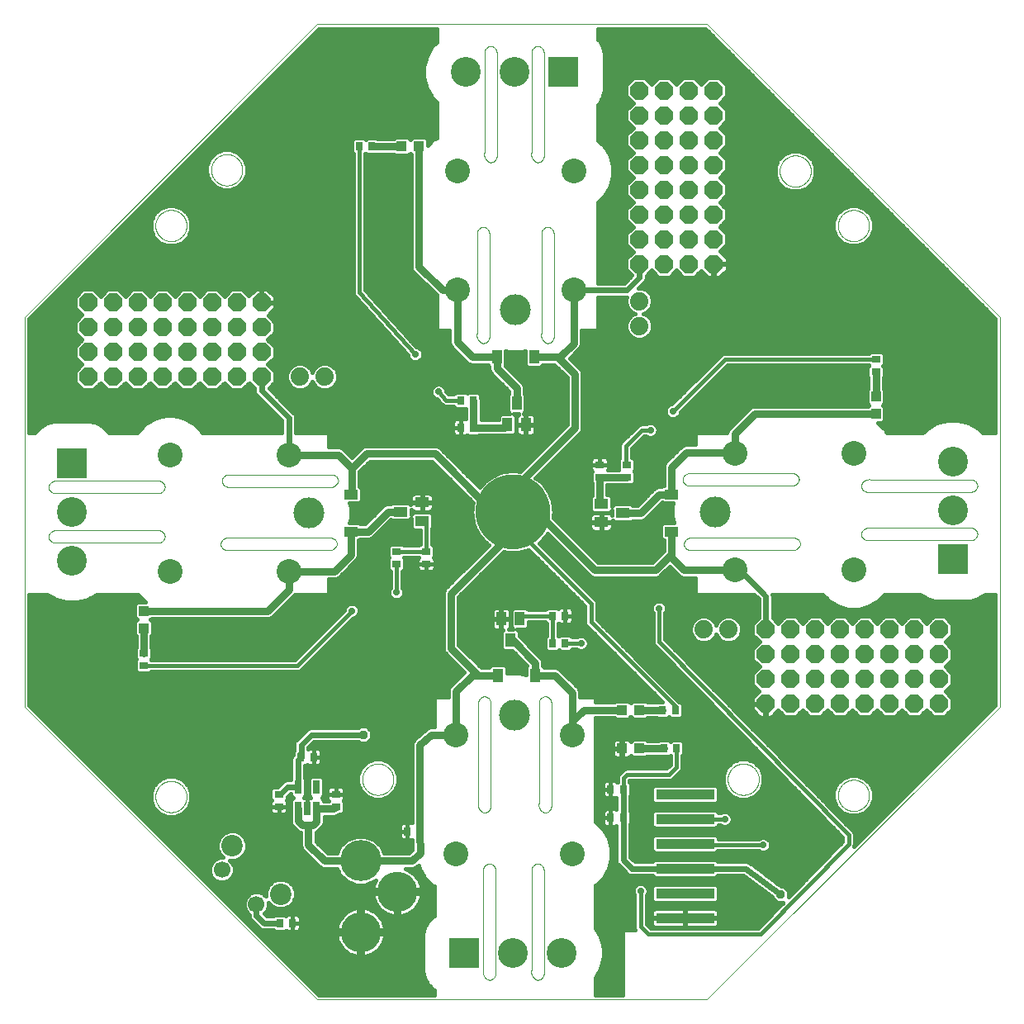
<source format=gtl>
G75*
%MOIN*%
%OFA0B0*%
%FSLAX25Y25*%
%IPPOS*%
%LPD*%
%AMOC8*
5,1,8,0,0,1.08239X$1,22.5*
%
%ADD10C,0.00100*%
%ADD11C,0.10000*%
%ADD12C,0.20000*%
%ADD13C,0.00000*%
%ADD14R,0.02756X0.03543*%
%ADD15R,0.03543X0.02756*%
%ADD16R,0.12000X0.12000*%
%ADD17C,0.12000*%
%ADD18R,0.23622X0.04016*%
%ADD19R,0.03937X0.05512*%
%ADD20R,0.05512X0.03937*%
%ADD21R,0.02756X0.05512*%
%ADD22C,0.16598*%
%ADD23C,0.16200*%
%ADD24R,0.04000X0.04000*%
%ADD25C,0.12500*%
%ADD26C,0.10000*%
%ADD27C,0.08661*%
%ADD28C,0.06693*%
%ADD29OC8,0.07400*%
%ADD30C,0.07400*%
%ADD31C,0.01600*%
%ADD32C,0.02800*%
%ADD33OC8,0.03562*%
%ADD34C,0.02400*%
%ADD35OC8,0.03600*%
%ADD36C,0.03000*%
%ADD37OC8,0.02800*%
D10*
X0129480Y0012130D02*
X0011370Y0130240D01*
X0011370Y0287720D01*
X0129480Y0405831D01*
X0286961Y0405831D01*
X0405071Y0287720D01*
X0405071Y0130240D01*
X0286961Y0012130D01*
X0129480Y0012130D01*
X0196500Y0024000D02*
X0196500Y0064000D01*
X0199000Y0067000D02*
X0199103Y0066988D01*
X0199205Y0066973D01*
X0199306Y0066954D01*
X0199407Y0066932D01*
X0199507Y0066905D01*
X0199606Y0066875D01*
X0199703Y0066841D01*
X0199799Y0066804D01*
X0199894Y0066763D01*
X0199987Y0066718D01*
X0200079Y0066670D01*
X0200168Y0066619D01*
X0200256Y0066564D01*
X0200341Y0066506D01*
X0200425Y0066445D01*
X0200505Y0066381D01*
X0200584Y0066314D01*
X0200660Y0066244D01*
X0200733Y0066171D01*
X0200803Y0066096D01*
X0200871Y0066018D01*
X0200936Y0065937D01*
X0200997Y0065854D01*
X0201056Y0065769D01*
X0201111Y0065682D01*
X0201163Y0065592D01*
X0201211Y0065501D01*
X0201256Y0065408D01*
X0201298Y0065314D01*
X0201336Y0065218D01*
X0201370Y0065120D01*
X0201401Y0065022D01*
X0201428Y0064922D01*
X0201451Y0064822D01*
X0201471Y0064720D01*
X0201486Y0064618D01*
X0201498Y0064516D01*
X0201506Y0064413D01*
X0201510Y0064309D01*
X0201511Y0064206D01*
X0201507Y0064103D01*
X0201500Y0064000D01*
X0201500Y0023000D01*
X0199000Y0020000D02*
X0198890Y0020028D01*
X0198780Y0020059D01*
X0198672Y0020094D01*
X0198565Y0020133D01*
X0198459Y0020175D01*
X0198355Y0020221D01*
X0198252Y0020270D01*
X0198151Y0020323D01*
X0198052Y0020380D01*
X0197955Y0020439D01*
X0197860Y0020502D01*
X0197768Y0020568D01*
X0197677Y0020637D01*
X0197589Y0020710D01*
X0197504Y0020785D01*
X0197421Y0020863D01*
X0197341Y0020944D01*
X0197263Y0021028D01*
X0197189Y0021114D01*
X0197118Y0021203D01*
X0197049Y0021294D01*
X0196984Y0021387D01*
X0196922Y0021482D01*
X0196863Y0021580D01*
X0196808Y0021680D01*
X0196756Y0021781D01*
X0196708Y0021884D01*
X0196663Y0021989D01*
X0196621Y0022095D01*
X0196584Y0022202D01*
X0196550Y0022311D01*
X0196520Y0022421D01*
X0196493Y0022532D01*
X0196471Y0022643D01*
X0196452Y0022755D01*
X0196437Y0022868D01*
X0196426Y0022982D01*
X0196419Y0023095D01*
X0196415Y0023209D01*
X0196416Y0023323D01*
X0196420Y0023437D01*
X0196429Y0023550D01*
X0196441Y0023664D01*
X0196457Y0023776D01*
X0196477Y0023889D01*
X0196500Y0024000D01*
X0199000Y0020000D02*
X0199103Y0020012D01*
X0199205Y0020027D01*
X0199306Y0020046D01*
X0199407Y0020068D01*
X0199507Y0020095D01*
X0199606Y0020125D01*
X0199703Y0020159D01*
X0199799Y0020196D01*
X0199894Y0020237D01*
X0199987Y0020282D01*
X0200079Y0020330D01*
X0200168Y0020381D01*
X0200256Y0020436D01*
X0200341Y0020494D01*
X0200425Y0020555D01*
X0200505Y0020619D01*
X0200584Y0020686D01*
X0200660Y0020756D01*
X0200733Y0020829D01*
X0200803Y0020904D01*
X0200871Y0020982D01*
X0200936Y0021063D01*
X0200997Y0021146D01*
X0201056Y0021231D01*
X0201111Y0021318D01*
X0201163Y0021408D01*
X0201211Y0021499D01*
X0201256Y0021592D01*
X0201298Y0021686D01*
X0201336Y0021782D01*
X0201370Y0021880D01*
X0201401Y0021978D01*
X0201428Y0022078D01*
X0201451Y0022178D01*
X0201471Y0022280D01*
X0201486Y0022382D01*
X0201498Y0022484D01*
X0201506Y0022587D01*
X0201510Y0022691D01*
X0201511Y0022794D01*
X0201507Y0022897D01*
X0201500Y0023000D01*
X0216000Y0024000D02*
X0216000Y0064000D01*
X0218500Y0067000D02*
X0218603Y0066988D01*
X0218705Y0066973D01*
X0218806Y0066954D01*
X0218907Y0066932D01*
X0219007Y0066905D01*
X0219106Y0066875D01*
X0219203Y0066841D01*
X0219299Y0066804D01*
X0219394Y0066763D01*
X0219487Y0066718D01*
X0219579Y0066670D01*
X0219668Y0066619D01*
X0219756Y0066564D01*
X0219841Y0066506D01*
X0219925Y0066445D01*
X0220005Y0066381D01*
X0220084Y0066314D01*
X0220160Y0066244D01*
X0220233Y0066171D01*
X0220303Y0066096D01*
X0220371Y0066018D01*
X0220436Y0065937D01*
X0220497Y0065854D01*
X0220556Y0065769D01*
X0220611Y0065682D01*
X0220663Y0065592D01*
X0220711Y0065501D01*
X0220756Y0065408D01*
X0220798Y0065314D01*
X0220836Y0065218D01*
X0220870Y0065120D01*
X0220901Y0065022D01*
X0220928Y0064922D01*
X0220951Y0064822D01*
X0220971Y0064720D01*
X0220986Y0064618D01*
X0220998Y0064516D01*
X0221006Y0064413D01*
X0221010Y0064309D01*
X0221011Y0064206D01*
X0221007Y0064103D01*
X0221000Y0064000D01*
X0221000Y0023000D01*
X0218500Y0020000D02*
X0218390Y0020028D01*
X0218280Y0020059D01*
X0218172Y0020094D01*
X0218065Y0020133D01*
X0217959Y0020175D01*
X0217855Y0020221D01*
X0217752Y0020270D01*
X0217651Y0020323D01*
X0217552Y0020380D01*
X0217455Y0020439D01*
X0217360Y0020502D01*
X0217268Y0020568D01*
X0217177Y0020637D01*
X0217089Y0020710D01*
X0217004Y0020785D01*
X0216921Y0020863D01*
X0216841Y0020944D01*
X0216763Y0021028D01*
X0216689Y0021114D01*
X0216618Y0021203D01*
X0216549Y0021294D01*
X0216484Y0021387D01*
X0216422Y0021482D01*
X0216363Y0021580D01*
X0216308Y0021680D01*
X0216256Y0021781D01*
X0216208Y0021884D01*
X0216163Y0021989D01*
X0216121Y0022095D01*
X0216084Y0022202D01*
X0216050Y0022311D01*
X0216020Y0022421D01*
X0215993Y0022532D01*
X0215971Y0022643D01*
X0215952Y0022755D01*
X0215937Y0022868D01*
X0215926Y0022982D01*
X0215919Y0023095D01*
X0215915Y0023209D01*
X0215916Y0023323D01*
X0215920Y0023437D01*
X0215929Y0023550D01*
X0215941Y0023664D01*
X0215957Y0023776D01*
X0215977Y0023889D01*
X0216000Y0024000D01*
X0218500Y0020000D02*
X0218603Y0020012D01*
X0218705Y0020027D01*
X0218806Y0020046D01*
X0218907Y0020068D01*
X0219007Y0020095D01*
X0219106Y0020125D01*
X0219203Y0020159D01*
X0219299Y0020196D01*
X0219394Y0020237D01*
X0219487Y0020282D01*
X0219579Y0020330D01*
X0219668Y0020381D01*
X0219756Y0020436D01*
X0219841Y0020494D01*
X0219925Y0020555D01*
X0220005Y0020619D01*
X0220084Y0020686D01*
X0220160Y0020756D01*
X0220233Y0020829D01*
X0220303Y0020904D01*
X0220371Y0020982D01*
X0220436Y0021063D01*
X0220497Y0021146D01*
X0220556Y0021231D01*
X0220611Y0021318D01*
X0220663Y0021408D01*
X0220711Y0021499D01*
X0220756Y0021592D01*
X0220798Y0021686D01*
X0220836Y0021782D01*
X0220870Y0021880D01*
X0220901Y0021978D01*
X0220928Y0022078D01*
X0220951Y0022178D01*
X0220971Y0022280D01*
X0220986Y0022382D01*
X0220998Y0022484D01*
X0221006Y0022587D01*
X0221010Y0022691D01*
X0221011Y0022794D01*
X0221007Y0022897D01*
X0221000Y0023000D01*
X0216000Y0064000D02*
X0215993Y0064103D01*
X0215989Y0064206D01*
X0215990Y0064309D01*
X0215994Y0064413D01*
X0216002Y0064516D01*
X0216014Y0064618D01*
X0216029Y0064720D01*
X0216049Y0064822D01*
X0216072Y0064922D01*
X0216099Y0065022D01*
X0216130Y0065120D01*
X0216164Y0065218D01*
X0216202Y0065314D01*
X0216244Y0065408D01*
X0216289Y0065501D01*
X0216337Y0065592D01*
X0216389Y0065682D01*
X0216444Y0065769D01*
X0216503Y0065854D01*
X0216564Y0065937D01*
X0216629Y0066018D01*
X0216697Y0066096D01*
X0216767Y0066171D01*
X0216840Y0066244D01*
X0216916Y0066314D01*
X0216995Y0066381D01*
X0217075Y0066445D01*
X0217159Y0066506D01*
X0217244Y0066564D01*
X0217332Y0066619D01*
X0217421Y0066670D01*
X0217513Y0066718D01*
X0217606Y0066763D01*
X0217701Y0066804D01*
X0217797Y0066841D01*
X0217894Y0066875D01*
X0217993Y0066905D01*
X0218093Y0066932D01*
X0218194Y0066954D01*
X0218295Y0066973D01*
X0218397Y0066988D01*
X0218500Y0067000D01*
X0199000Y0067000D02*
X0198897Y0066988D01*
X0198795Y0066973D01*
X0198694Y0066954D01*
X0198593Y0066932D01*
X0198493Y0066905D01*
X0198394Y0066875D01*
X0198297Y0066841D01*
X0198201Y0066804D01*
X0198106Y0066763D01*
X0198013Y0066718D01*
X0197921Y0066670D01*
X0197832Y0066619D01*
X0197744Y0066564D01*
X0197659Y0066506D01*
X0197575Y0066445D01*
X0197495Y0066381D01*
X0197416Y0066314D01*
X0197340Y0066244D01*
X0197267Y0066171D01*
X0197197Y0066096D01*
X0197129Y0066018D01*
X0197064Y0065937D01*
X0197003Y0065854D01*
X0196944Y0065769D01*
X0196889Y0065682D01*
X0196837Y0065592D01*
X0196789Y0065501D01*
X0196744Y0065408D01*
X0196702Y0065314D01*
X0196664Y0065218D01*
X0196630Y0065120D01*
X0196599Y0065022D01*
X0196572Y0064922D01*
X0196549Y0064822D01*
X0196529Y0064720D01*
X0196514Y0064618D01*
X0196502Y0064516D01*
X0196494Y0064413D01*
X0196490Y0064309D01*
X0196489Y0064206D01*
X0196493Y0064103D01*
X0196500Y0064000D01*
X0197000Y0087500D02*
X0197103Y0087512D01*
X0197205Y0087527D01*
X0197306Y0087546D01*
X0197407Y0087568D01*
X0197507Y0087595D01*
X0197606Y0087625D01*
X0197703Y0087659D01*
X0197799Y0087696D01*
X0197894Y0087737D01*
X0197987Y0087782D01*
X0198079Y0087830D01*
X0198168Y0087881D01*
X0198256Y0087936D01*
X0198341Y0087994D01*
X0198425Y0088055D01*
X0198505Y0088119D01*
X0198584Y0088186D01*
X0198660Y0088256D01*
X0198733Y0088329D01*
X0198803Y0088404D01*
X0198871Y0088482D01*
X0198936Y0088563D01*
X0198997Y0088646D01*
X0199056Y0088731D01*
X0199111Y0088818D01*
X0199163Y0088908D01*
X0199211Y0088999D01*
X0199256Y0089092D01*
X0199298Y0089186D01*
X0199336Y0089282D01*
X0199370Y0089380D01*
X0199401Y0089478D01*
X0199428Y0089578D01*
X0199451Y0089678D01*
X0199471Y0089780D01*
X0199486Y0089882D01*
X0199498Y0089984D01*
X0199506Y0090087D01*
X0199510Y0090191D01*
X0199511Y0090294D01*
X0199507Y0090397D01*
X0199500Y0090500D01*
X0199500Y0131500D01*
X0197000Y0134500D02*
X0196897Y0134488D01*
X0196795Y0134473D01*
X0196694Y0134454D01*
X0196593Y0134432D01*
X0196493Y0134405D01*
X0196394Y0134375D01*
X0196297Y0134341D01*
X0196201Y0134304D01*
X0196106Y0134263D01*
X0196013Y0134218D01*
X0195921Y0134170D01*
X0195832Y0134119D01*
X0195744Y0134064D01*
X0195659Y0134006D01*
X0195575Y0133945D01*
X0195495Y0133881D01*
X0195416Y0133814D01*
X0195340Y0133744D01*
X0195267Y0133671D01*
X0195197Y0133596D01*
X0195129Y0133518D01*
X0195064Y0133437D01*
X0195003Y0133354D01*
X0194944Y0133269D01*
X0194889Y0133182D01*
X0194837Y0133092D01*
X0194789Y0133001D01*
X0194744Y0132908D01*
X0194702Y0132814D01*
X0194664Y0132718D01*
X0194630Y0132620D01*
X0194599Y0132522D01*
X0194572Y0132422D01*
X0194549Y0132322D01*
X0194529Y0132220D01*
X0194514Y0132118D01*
X0194502Y0132016D01*
X0194494Y0131913D01*
X0194490Y0131809D01*
X0194489Y0131706D01*
X0194493Y0131603D01*
X0194500Y0131500D01*
X0194500Y0091500D01*
X0194477Y0091389D01*
X0194457Y0091276D01*
X0194441Y0091164D01*
X0194429Y0091050D01*
X0194420Y0090937D01*
X0194416Y0090823D01*
X0194415Y0090709D01*
X0194419Y0090595D01*
X0194426Y0090482D01*
X0194437Y0090368D01*
X0194452Y0090255D01*
X0194471Y0090143D01*
X0194493Y0090032D01*
X0194520Y0089921D01*
X0194550Y0089811D01*
X0194584Y0089702D01*
X0194621Y0089595D01*
X0194663Y0089489D01*
X0194708Y0089384D01*
X0194756Y0089281D01*
X0194808Y0089180D01*
X0194863Y0089080D01*
X0194922Y0088982D01*
X0194984Y0088887D01*
X0195049Y0088794D01*
X0195118Y0088703D01*
X0195189Y0088614D01*
X0195263Y0088528D01*
X0195341Y0088444D01*
X0195421Y0088363D01*
X0195504Y0088285D01*
X0195589Y0088210D01*
X0195677Y0088137D01*
X0195768Y0088068D01*
X0195860Y0088002D01*
X0195955Y0087939D01*
X0196052Y0087880D01*
X0196151Y0087823D01*
X0196252Y0087770D01*
X0196355Y0087721D01*
X0196459Y0087675D01*
X0196565Y0087633D01*
X0196672Y0087594D01*
X0196780Y0087559D01*
X0196890Y0087528D01*
X0197000Y0087500D01*
X0219000Y0091500D02*
X0219000Y0131500D01*
X0221500Y0134500D02*
X0221603Y0134488D01*
X0221705Y0134473D01*
X0221806Y0134454D01*
X0221907Y0134432D01*
X0222007Y0134405D01*
X0222106Y0134375D01*
X0222203Y0134341D01*
X0222299Y0134304D01*
X0222394Y0134263D01*
X0222487Y0134218D01*
X0222579Y0134170D01*
X0222668Y0134119D01*
X0222756Y0134064D01*
X0222841Y0134006D01*
X0222925Y0133945D01*
X0223005Y0133881D01*
X0223084Y0133814D01*
X0223160Y0133744D01*
X0223233Y0133671D01*
X0223303Y0133596D01*
X0223371Y0133518D01*
X0223436Y0133437D01*
X0223497Y0133354D01*
X0223556Y0133269D01*
X0223611Y0133182D01*
X0223663Y0133092D01*
X0223711Y0133001D01*
X0223756Y0132908D01*
X0223798Y0132814D01*
X0223836Y0132718D01*
X0223870Y0132620D01*
X0223901Y0132522D01*
X0223928Y0132422D01*
X0223951Y0132322D01*
X0223971Y0132220D01*
X0223986Y0132118D01*
X0223998Y0132016D01*
X0224006Y0131913D01*
X0224010Y0131809D01*
X0224011Y0131706D01*
X0224007Y0131603D01*
X0224000Y0131500D01*
X0224000Y0090500D01*
X0221500Y0087500D02*
X0221390Y0087528D01*
X0221280Y0087559D01*
X0221172Y0087594D01*
X0221065Y0087633D01*
X0220959Y0087675D01*
X0220855Y0087721D01*
X0220752Y0087770D01*
X0220651Y0087823D01*
X0220552Y0087880D01*
X0220455Y0087939D01*
X0220360Y0088002D01*
X0220268Y0088068D01*
X0220177Y0088137D01*
X0220089Y0088210D01*
X0220004Y0088285D01*
X0219921Y0088363D01*
X0219841Y0088444D01*
X0219763Y0088528D01*
X0219689Y0088614D01*
X0219618Y0088703D01*
X0219549Y0088794D01*
X0219484Y0088887D01*
X0219422Y0088982D01*
X0219363Y0089080D01*
X0219308Y0089180D01*
X0219256Y0089281D01*
X0219208Y0089384D01*
X0219163Y0089489D01*
X0219121Y0089595D01*
X0219084Y0089702D01*
X0219050Y0089811D01*
X0219020Y0089921D01*
X0218993Y0090032D01*
X0218971Y0090143D01*
X0218952Y0090255D01*
X0218937Y0090368D01*
X0218926Y0090482D01*
X0218919Y0090595D01*
X0218915Y0090709D01*
X0218916Y0090823D01*
X0218920Y0090937D01*
X0218929Y0091050D01*
X0218941Y0091164D01*
X0218957Y0091276D01*
X0218977Y0091389D01*
X0219000Y0091500D01*
X0221500Y0087500D02*
X0221603Y0087512D01*
X0221705Y0087527D01*
X0221806Y0087546D01*
X0221907Y0087568D01*
X0222007Y0087595D01*
X0222106Y0087625D01*
X0222203Y0087659D01*
X0222299Y0087696D01*
X0222394Y0087737D01*
X0222487Y0087782D01*
X0222579Y0087830D01*
X0222668Y0087881D01*
X0222756Y0087936D01*
X0222841Y0087994D01*
X0222925Y0088055D01*
X0223005Y0088119D01*
X0223084Y0088186D01*
X0223160Y0088256D01*
X0223233Y0088329D01*
X0223303Y0088404D01*
X0223371Y0088482D01*
X0223436Y0088563D01*
X0223497Y0088646D01*
X0223556Y0088731D01*
X0223611Y0088818D01*
X0223663Y0088908D01*
X0223711Y0088999D01*
X0223756Y0089092D01*
X0223798Y0089186D01*
X0223836Y0089282D01*
X0223870Y0089380D01*
X0223901Y0089478D01*
X0223928Y0089578D01*
X0223951Y0089678D01*
X0223971Y0089780D01*
X0223986Y0089882D01*
X0223998Y0089984D01*
X0224006Y0090087D01*
X0224010Y0090191D01*
X0224011Y0090294D01*
X0224007Y0090397D01*
X0224000Y0090500D01*
X0219000Y0131500D02*
X0218993Y0131603D01*
X0218989Y0131706D01*
X0218990Y0131809D01*
X0218994Y0131913D01*
X0219002Y0132016D01*
X0219014Y0132118D01*
X0219029Y0132220D01*
X0219049Y0132322D01*
X0219072Y0132422D01*
X0219099Y0132522D01*
X0219130Y0132620D01*
X0219164Y0132718D01*
X0219202Y0132814D01*
X0219244Y0132908D01*
X0219289Y0133001D01*
X0219337Y0133092D01*
X0219389Y0133182D01*
X0219444Y0133269D01*
X0219503Y0133354D01*
X0219564Y0133437D01*
X0219629Y0133518D01*
X0219697Y0133596D01*
X0219767Y0133671D01*
X0219840Y0133744D01*
X0219916Y0133814D01*
X0219995Y0133881D01*
X0220075Y0133945D01*
X0220159Y0134006D01*
X0220244Y0134064D01*
X0220332Y0134119D01*
X0220421Y0134170D01*
X0220513Y0134218D01*
X0220606Y0134263D01*
X0220701Y0134304D01*
X0220797Y0134341D01*
X0220894Y0134375D01*
X0220993Y0134405D01*
X0221093Y0134432D01*
X0221194Y0134454D01*
X0221295Y0134473D01*
X0221397Y0134488D01*
X0221500Y0134500D01*
X0199500Y0131500D02*
X0199507Y0131603D01*
X0199511Y0131706D01*
X0199510Y0131809D01*
X0199506Y0131913D01*
X0199498Y0132016D01*
X0199486Y0132118D01*
X0199471Y0132220D01*
X0199451Y0132322D01*
X0199428Y0132422D01*
X0199401Y0132522D01*
X0199370Y0132620D01*
X0199336Y0132718D01*
X0199298Y0132814D01*
X0199256Y0132908D01*
X0199211Y0133001D01*
X0199163Y0133092D01*
X0199111Y0133182D01*
X0199056Y0133269D01*
X0198997Y0133354D01*
X0198936Y0133437D01*
X0198871Y0133518D01*
X0198803Y0133596D01*
X0198733Y0133671D01*
X0198660Y0133744D01*
X0198584Y0133814D01*
X0198505Y0133881D01*
X0198425Y0133945D01*
X0198341Y0134006D01*
X0198256Y0134064D01*
X0198168Y0134119D01*
X0198079Y0134170D01*
X0197987Y0134218D01*
X0197894Y0134263D01*
X0197799Y0134304D01*
X0197703Y0134341D01*
X0197606Y0134375D01*
X0197507Y0134405D01*
X0197407Y0134432D01*
X0197306Y0134454D01*
X0197205Y0134473D01*
X0197103Y0134488D01*
X0197000Y0134500D01*
X0133500Y0193500D02*
X0093500Y0193500D01*
X0090500Y0196000D02*
X0090512Y0196103D01*
X0090527Y0196205D01*
X0090546Y0196306D01*
X0090568Y0196407D01*
X0090595Y0196507D01*
X0090625Y0196606D01*
X0090659Y0196703D01*
X0090696Y0196799D01*
X0090737Y0196894D01*
X0090782Y0196987D01*
X0090830Y0197079D01*
X0090881Y0197168D01*
X0090936Y0197256D01*
X0090994Y0197341D01*
X0091055Y0197425D01*
X0091119Y0197505D01*
X0091186Y0197584D01*
X0091256Y0197660D01*
X0091329Y0197733D01*
X0091404Y0197803D01*
X0091482Y0197871D01*
X0091563Y0197936D01*
X0091646Y0197997D01*
X0091731Y0198056D01*
X0091818Y0198111D01*
X0091908Y0198163D01*
X0091999Y0198211D01*
X0092092Y0198256D01*
X0092186Y0198298D01*
X0092282Y0198336D01*
X0092380Y0198370D01*
X0092478Y0198401D01*
X0092578Y0198428D01*
X0092678Y0198451D01*
X0092780Y0198471D01*
X0092882Y0198486D01*
X0092984Y0198498D01*
X0093087Y0198506D01*
X0093191Y0198510D01*
X0093294Y0198511D01*
X0093397Y0198507D01*
X0093500Y0198500D01*
X0134500Y0198500D01*
X0137500Y0196000D02*
X0137472Y0195890D01*
X0137441Y0195780D01*
X0137406Y0195672D01*
X0137367Y0195565D01*
X0137325Y0195459D01*
X0137279Y0195355D01*
X0137230Y0195252D01*
X0137177Y0195151D01*
X0137120Y0195052D01*
X0137061Y0194955D01*
X0136998Y0194860D01*
X0136932Y0194768D01*
X0136863Y0194677D01*
X0136790Y0194589D01*
X0136715Y0194504D01*
X0136637Y0194421D01*
X0136556Y0194341D01*
X0136472Y0194263D01*
X0136386Y0194189D01*
X0136297Y0194118D01*
X0136206Y0194049D01*
X0136113Y0193984D01*
X0136018Y0193922D01*
X0135920Y0193863D01*
X0135820Y0193808D01*
X0135719Y0193756D01*
X0135616Y0193708D01*
X0135511Y0193663D01*
X0135405Y0193621D01*
X0135298Y0193584D01*
X0135189Y0193550D01*
X0135079Y0193520D01*
X0134968Y0193493D01*
X0134857Y0193471D01*
X0134745Y0193452D01*
X0134632Y0193437D01*
X0134518Y0193426D01*
X0134405Y0193419D01*
X0134291Y0193415D01*
X0134177Y0193416D01*
X0134063Y0193420D01*
X0133950Y0193429D01*
X0133836Y0193441D01*
X0133724Y0193457D01*
X0133611Y0193477D01*
X0133500Y0193500D01*
X0137500Y0196000D02*
X0137488Y0196103D01*
X0137473Y0196205D01*
X0137454Y0196306D01*
X0137432Y0196407D01*
X0137405Y0196507D01*
X0137375Y0196606D01*
X0137341Y0196703D01*
X0137304Y0196799D01*
X0137263Y0196894D01*
X0137218Y0196987D01*
X0137170Y0197079D01*
X0137119Y0197168D01*
X0137064Y0197256D01*
X0137006Y0197341D01*
X0136945Y0197425D01*
X0136881Y0197505D01*
X0136814Y0197584D01*
X0136744Y0197660D01*
X0136671Y0197733D01*
X0136596Y0197803D01*
X0136518Y0197871D01*
X0136437Y0197936D01*
X0136354Y0197997D01*
X0136269Y0198056D01*
X0136182Y0198111D01*
X0136092Y0198163D01*
X0136001Y0198211D01*
X0135908Y0198256D01*
X0135814Y0198298D01*
X0135718Y0198336D01*
X0135620Y0198370D01*
X0135522Y0198401D01*
X0135422Y0198428D01*
X0135322Y0198451D01*
X0135220Y0198471D01*
X0135118Y0198486D01*
X0135016Y0198498D01*
X0134913Y0198506D01*
X0134809Y0198510D01*
X0134706Y0198511D01*
X0134603Y0198507D01*
X0134500Y0198500D01*
X0134000Y0219000D02*
X0094000Y0219000D01*
X0091000Y0221500D02*
X0091012Y0221603D01*
X0091027Y0221705D01*
X0091046Y0221806D01*
X0091068Y0221907D01*
X0091095Y0222007D01*
X0091125Y0222106D01*
X0091159Y0222203D01*
X0091196Y0222299D01*
X0091237Y0222394D01*
X0091282Y0222487D01*
X0091330Y0222579D01*
X0091381Y0222668D01*
X0091436Y0222756D01*
X0091494Y0222841D01*
X0091555Y0222925D01*
X0091619Y0223005D01*
X0091686Y0223084D01*
X0091756Y0223160D01*
X0091829Y0223233D01*
X0091904Y0223303D01*
X0091982Y0223371D01*
X0092063Y0223436D01*
X0092146Y0223497D01*
X0092231Y0223556D01*
X0092318Y0223611D01*
X0092408Y0223663D01*
X0092499Y0223711D01*
X0092592Y0223756D01*
X0092686Y0223798D01*
X0092782Y0223836D01*
X0092880Y0223870D01*
X0092978Y0223901D01*
X0093078Y0223928D01*
X0093178Y0223951D01*
X0093280Y0223971D01*
X0093382Y0223986D01*
X0093484Y0223998D01*
X0093587Y0224006D01*
X0093691Y0224010D01*
X0093794Y0224011D01*
X0093897Y0224007D01*
X0094000Y0224000D01*
X0135000Y0224000D01*
X0138000Y0221500D02*
X0137972Y0221390D01*
X0137941Y0221280D01*
X0137906Y0221172D01*
X0137867Y0221065D01*
X0137825Y0220959D01*
X0137779Y0220855D01*
X0137730Y0220752D01*
X0137677Y0220651D01*
X0137620Y0220552D01*
X0137561Y0220455D01*
X0137498Y0220360D01*
X0137432Y0220268D01*
X0137363Y0220177D01*
X0137290Y0220089D01*
X0137215Y0220004D01*
X0137137Y0219921D01*
X0137056Y0219841D01*
X0136972Y0219763D01*
X0136886Y0219689D01*
X0136797Y0219618D01*
X0136706Y0219549D01*
X0136613Y0219484D01*
X0136518Y0219422D01*
X0136420Y0219363D01*
X0136320Y0219308D01*
X0136219Y0219256D01*
X0136116Y0219208D01*
X0136011Y0219163D01*
X0135905Y0219121D01*
X0135798Y0219084D01*
X0135689Y0219050D01*
X0135579Y0219020D01*
X0135468Y0218993D01*
X0135357Y0218971D01*
X0135245Y0218952D01*
X0135132Y0218937D01*
X0135018Y0218926D01*
X0134905Y0218919D01*
X0134791Y0218915D01*
X0134677Y0218916D01*
X0134563Y0218920D01*
X0134450Y0218929D01*
X0134336Y0218941D01*
X0134224Y0218957D01*
X0134111Y0218977D01*
X0134000Y0219000D01*
X0138000Y0221500D02*
X0137988Y0221603D01*
X0137973Y0221705D01*
X0137954Y0221806D01*
X0137932Y0221907D01*
X0137905Y0222007D01*
X0137875Y0222106D01*
X0137841Y0222203D01*
X0137804Y0222299D01*
X0137763Y0222394D01*
X0137718Y0222487D01*
X0137670Y0222579D01*
X0137619Y0222668D01*
X0137564Y0222756D01*
X0137506Y0222841D01*
X0137445Y0222925D01*
X0137381Y0223005D01*
X0137314Y0223084D01*
X0137244Y0223160D01*
X0137171Y0223233D01*
X0137096Y0223303D01*
X0137018Y0223371D01*
X0136937Y0223436D01*
X0136854Y0223497D01*
X0136769Y0223556D01*
X0136682Y0223611D01*
X0136592Y0223663D01*
X0136501Y0223711D01*
X0136408Y0223756D01*
X0136314Y0223798D01*
X0136218Y0223836D01*
X0136120Y0223870D01*
X0136022Y0223901D01*
X0135922Y0223928D01*
X0135822Y0223951D01*
X0135720Y0223971D01*
X0135618Y0223986D01*
X0135516Y0223998D01*
X0135413Y0224006D01*
X0135309Y0224010D01*
X0135206Y0224011D01*
X0135103Y0224007D01*
X0135000Y0224000D01*
X0094000Y0219000D02*
X0093897Y0218993D01*
X0093794Y0218989D01*
X0093691Y0218990D01*
X0093587Y0218994D01*
X0093484Y0219002D01*
X0093382Y0219014D01*
X0093280Y0219029D01*
X0093178Y0219049D01*
X0093078Y0219072D01*
X0092978Y0219099D01*
X0092880Y0219130D01*
X0092782Y0219164D01*
X0092686Y0219202D01*
X0092592Y0219244D01*
X0092499Y0219289D01*
X0092408Y0219337D01*
X0092318Y0219389D01*
X0092231Y0219444D01*
X0092146Y0219503D01*
X0092063Y0219564D01*
X0091982Y0219629D01*
X0091904Y0219697D01*
X0091829Y0219767D01*
X0091756Y0219840D01*
X0091686Y0219916D01*
X0091619Y0219995D01*
X0091555Y0220075D01*
X0091494Y0220159D01*
X0091436Y0220244D01*
X0091381Y0220332D01*
X0091330Y0220421D01*
X0091282Y0220513D01*
X0091237Y0220606D01*
X0091196Y0220701D01*
X0091159Y0220797D01*
X0091125Y0220894D01*
X0091095Y0220993D01*
X0091068Y0221093D01*
X0091046Y0221194D01*
X0091027Y0221295D01*
X0091012Y0221397D01*
X0091000Y0221500D01*
X0090500Y0196000D02*
X0090512Y0195897D01*
X0090527Y0195795D01*
X0090546Y0195694D01*
X0090568Y0195593D01*
X0090595Y0195493D01*
X0090625Y0195394D01*
X0090659Y0195297D01*
X0090696Y0195201D01*
X0090737Y0195106D01*
X0090782Y0195013D01*
X0090830Y0194921D01*
X0090881Y0194832D01*
X0090936Y0194744D01*
X0090994Y0194659D01*
X0091055Y0194575D01*
X0091119Y0194495D01*
X0091186Y0194416D01*
X0091256Y0194340D01*
X0091329Y0194267D01*
X0091404Y0194197D01*
X0091482Y0194129D01*
X0091563Y0194064D01*
X0091646Y0194003D01*
X0091731Y0193944D01*
X0091818Y0193889D01*
X0091908Y0193837D01*
X0091999Y0193789D01*
X0092092Y0193744D01*
X0092186Y0193702D01*
X0092282Y0193664D01*
X0092380Y0193630D01*
X0092478Y0193599D01*
X0092578Y0193572D01*
X0092678Y0193549D01*
X0092780Y0193529D01*
X0092882Y0193514D01*
X0092984Y0193502D01*
X0093087Y0193494D01*
X0093191Y0193490D01*
X0093294Y0193489D01*
X0093397Y0193493D01*
X0093500Y0193500D01*
X0065000Y0196500D02*
X0024000Y0196500D01*
X0021000Y0199000D02*
X0021028Y0199110D01*
X0021059Y0199220D01*
X0021094Y0199328D01*
X0021133Y0199435D01*
X0021175Y0199541D01*
X0021221Y0199645D01*
X0021270Y0199748D01*
X0021323Y0199849D01*
X0021380Y0199948D01*
X0021439Y0200045D01*
X0021502Y0200140D01*
X0021568Y0200232D01*
X0021637Y0200323D01*
X0021710Y0200411D01*
X0021785Y0200496D01*
X0021863Y0200579D01*
X0021944Y0200659D01*
X0022028Y0200737D01*
X0022114Y0200811D01*
X0022203Y0200882D01*
X0022294Y0200951D01*
X0022387Y0201016D01*
X0022482Y0201078D01*
X0022580Y0201137D01*
X0022680Y0201192D01*
X0022781Y0201244D01*
X0022884Y0201292D01*
X0022989Y0201337D01*
X0023095Y0201379D01*
X0023202Y0201416D01*
X0023311Y0201450D01*
X0023421Y0201480D01*
X0023532Y0201507D01*
X0023643Y0201529D01*
X0023755Y0201548D01*
X0023868Y0201563D01*
X0023982Y0201574D01*
X0024095Y0201581D01*
X0024209Y0201585D01*
X0024323Y0201584D01*
X0024437Y0201580D01*
X0024550Y0201571D01*
X0024664Y0201559D01*
X0024776Y0201543D01*
X0024889Y0201523D01*
X0025000Y0201500D01*
X0065000Y0201500D01*
X0068000Y0199000D02*
X0067988Y0198897D01*
X0067973Y0198795D01*
X0067954Y0198694D01*
X0067932Y0198593D01*
X0067905Y0198493D01*
X0067875Y0198394D01*
X0067841Y0198297D01*
X0067804Y0198201D01*
X0067763Y0198106D01*
X0067718Y0198013D01*
X0067670Y0197921D01*
X0067619Y0197832D01*
X0067564Y0197744D01*
X0067506Y0197659D01*
X0067445Y0197575D01*
X0067381Y0197495D01*
X0067314Y0197416D01*
X0067244Y0197340D01*
X0067171Y0197267D01*
X0067096Y0197197D01*
X0067018Y0197129D01*
X0066937Y0197064D01*
X0066854Y0197003D01*
X0066769Y0196944D01*
X0066682Y0196889D01*
X0066592Y0196837D01*
X0066501Y0196789D01*
X0066408Y0196744D01*
X0066314Y0196702D01*
X0066218Y0196664D01*
X0066120Y0196630D01*
X0066022Y0196599D01*
X0065922Y0196572D01*
X0065822Y0196549D01*
X0065720Y0196529D01*
X0065618Y0196514D01*
X0065516Y0196502D01*
X0065413Y0196494D01*
X0065309Y0196490D01*
X0065206Y0196489D01*
X0065103Y0196493D01*
X0065000Y0196500D01*
X0068000Y0199000D02*
X0067988Y0199103D01*
X0067973Y0199205D01*
X0067954Y0199306D01*
X0067932Y0199407D01*
X0067905Y0199507D01*
X0067875Y0199606D01*
X0067841Y0199703D01*
X0067804Y0199799D01*
X0067763Y0199894D01*
X0067718Y0199987D01*
X0067670Y0200079D01*
X0067619Y0200168D01*
X0067564Y0200256D01*
X0067506Y0200341D01*
X0067445Y0200425D01*
X0067381Y0200505D01*
X0067314Y0200584D01*
X0067244Y0200660D01*
X0067171Y0200733D01*
X0067096Y0200803D01*
X0067018Y0200871D01*
X0066937Y0200936D01*
X0066854Y0200997D01*
X0066769Y0201056D01*
X0066682Y0201111D01*
X0066592Y0201163D01*
X0066501Y0201211D01*
X0066408Y0201256D01*
X0066314Y0201298D01*
X0066218Y0201336D01*
X0066120Y0201370D01*
X0066022Y0201401D01*
X0065922Y0201428D01*
X0065822Y0201451D01*
X0065720Y0201471D01*
X0065618Y0201486D01*
X0065516Y0201498D01*
X0065413Y0201506D01*
X0065309Y0201510D01*
X0065206Y0201511D01*
X0065103Y0201507D01*
X0065000Y0201500D01*
X0065000Y0216500D02*
X0024000Y0216500D01*
X0021000Y0219000D02*
X0021028Y0219110D01*
X0021059Y0219220D01*
X0021094Y0219328D01*
X0021133Y0219435D01*
X0021175Y0219541D01*
X0021221Y0219645D01*
X0021270Y0219748D01*
X0021323Y0219849D01*
X0021380Y0219948D01*
X0021439Y0220045D01*
X0021502Y0220140D01*
X0021568Y0220232D01*
X0021637Y0220323D01*
X0021710Y0220411D01*
X0021785Y0220496D01*
X0021863Y0220579D01*
X0021944Y0220659D01*
X0022028Y0220737D01*
X0022114Y0220811D01*
X0022203Y0220882D01*
X0022294Y0220951D01*
X0022387Y0221016D01*
X0022482Y0221078D01*
X0022580Y0221137D01*
X0022680Y0221192D01*
X0022781Y0221244D01*
X0022884Y0221292D01*
X0022989Y0221337D01*
X0023095Y0221379D01*
X0023202Y0221416D01*
X0023311Y0221450D01*
X0023421Y0221480D01*
X0023532Y0221507D01*
X0023643Y0221529D01*
X0023755Y0221548D01*
X0023868Y0221563D01*
X0023982Y0221574D01*
X0024095Y0221581D01*
X0024209Y0221585D01*
X0024323Y0221584D01*
X0024437Y0221580D01*
X0024550Y0221571D01*
X0024664Y0221559D01*
X0024776Y0221543D01*
X0024889Y0221523D01*
X0025000Y0221500D01*
X0065000Y0221500D01*
X0068000Y0219000D02*
X0067988Y0218897D01*
X0067973Y0218795D01*
X0067954Y0218694D01*
X0067932Y0218593D01*
X0067905Y0218493D01*
X0067875Y0218394D01*
X0067841Y0218297D01*
X0067804Y0218201D01*
X0067763Y0218106D01*
X0067718Y0218013D01*
X0067670Y0217921D01*
X0067619Y0217832D01*
X0067564Y0217744D01*
X0067506Y0217659D01*
X0067445Y0217575D01*
X0067381Y0217495D01*
X0067314Y0217416D01*
X0067244Y0217340D01*
X0067171Y0217267D01*
X0067096Y0217197D01*
X0067018Y0217129D01*
X0066937Y0217064D01*
X0066854Y0217003D01*
X0066769Y0216944D01*
X0066682Y0216889D01*
X0066592Y0216837D01*
X0066501Y0216789D01*
X0066408Y0216744D01*
X0066314Y0216702D01*
X0066218Y0216664D01*
X0066120Y0216630D01*
X0066022Y0216599D01*
X0065922Y0216572D01*
X0065822Y0216549D01*
X0065720Y0216529D01*
X0065618Y0216514D01*
X0065516Y0216502D01*
X0065413Y0216494D01*
X0065309Y0216490D01*
X0065206Y0216489D01*
X0065103Y0216493D01*
X0065000Y0216500D01*
X0068000Y0219000D02*
X0067988Y0219103D01*
X0067973Y0219205D01*
X0067954Y0219306D01*
X0067932Y0219407D01*
X0067905Y0219507D01*
X0067875Y0219606D01*
X0067841Y0219703D01*
X0067804Y0219799D01*
X0067763Y0219894D01*
X0067718Y0219987D01*
X0067670Y0220079D01*
X0067619Y0220168D01*
X0067564Y0220256D01*
X0067506Y0220341D01*
X0067445Y0220425D01*
X0067381Y0220505D01*
X0067314Y0220584D01*
X0067244Y0220660D01*
X0067171Y0220733D01*
X0067096Y0220803D01*
X0067018Y0220871D01*
X0066937Y0220936D01*
X0066854Y0220997D01*
X0066769Y0221056D01*
X0066682Y0221111D01*
X0066592Y0221163D01*
X0066501Y0221211D01*
X0066408Y0221256D01*
X0066314Y0221298D01*
X0066218Y0221336D01*
X0066120Y0221370D01*
X0066022Y0221401D01*
X0065922Y0221428D01*
X0065822Y0221451D01*
X0065720Y0221471D01*
X0065618Y0221486D01*
X0065516Y0221498D01*
X0065413Y0221506D01*
X0065309Y0221510D01*
X0065206Y0221511D01*
X0065103Y0221507D01*
X0065000Y0221500D01*
X0024000Y0216500D02*
X0023897Y0216493D01*
X0023794Y0216489D01*
X0023691Y0216490D01*
X0023587Y0216494D01*
X0023484Y0216502D01*
X0023382Y0216514D01*
X0023280Y0216529D01*
X0023178Y0216549D01*
X0023078Y0216572D01*
X0022978Y0216599D01*
X0022880Y0216630D01*
X0022782Y0216664D01*
X0022686Y0216702D01*
X0022592Y0216744D01*
X0022499Y0216789D01*
X0022408Y0216837D01*
X0022318Y0216889D01*
X0022231Y0216944D01*
X0022146Y0217003D01*
X0022063Y0217064D01*
X0021982Y0217129D01*
X0021904Y0217197D01*
X0021829Y0217267D01*
X0021756Y0217340D01*
X0021686Y0217416D01*
X0021619Y0217495D01*
X0021555Y0217575D01*
X0021494Y0217659D01*
X0021436Y0217744D01*
X0021381Y0217832D01*
X0021330Y0217921D01*
X0021282Y0218013D01*
X0021237Y0218106D01*
X0021196Y0218201D01*
X0021159Y0218297D01*
X0021125Y0218394D01*
X0021095Y0218493D01*
X0021068Y0218593D01*
X0021046Y0218694D01*
X0021027Y0218795D01*
X0021012Y0218897D01*
X0021000Y0219000D01*
X0021000Y0199000D02*
X0021012Y0198897D01*
X0021027Y0198795D01*
X0021046Y0198694D01*
X0021068Y0198593D01*
X0021095Y0198493D01*
X0021125Y0198394D01*
X0021159Y0198297D01*
X0021196Y0198201D01*
X0021237Y0198106D01*
X0021282Y0198013D01*
X0021330Y0197921D01*
X0021381Y0197832D01*
X0021436Y0197744D01*
X0021494Y0197659D01*
X0021555Y0197575D01*
X0021619Y0197495D01*
X0021686Y0197416D01*
X0021756Y0197340D01*
X0021829Y0197267D01*
X0021904Y0197197D01*
X0021982Y0197129D01*
X0022063Y0197064D01*
X0022146Y0197003D01*
X0022231Y0196944D01*
X0022318Y0196889D01*
X0022408Y0196837D01*
X0022499Y0196789D01*
X0022592Y0196744D01*
X0022686Y0196702D01*
X0022782Y0196664D01*
X0022880Y0196630D01*
X0022978Y0196599D01*
X0023078Y0196572D01*
X0023178Y0196549D01*
X0023280Y0196529D01*
X0023382Y0196514D01*
X0023484Y0196502D01*
X0023587Y0196494D01*
X0023691Y0196490D01*
X0023794Y0196489D01*
X0023897Y0196493D01*
X0024000Y0196500D01*
X0194000Y0281000D02*
X0194000Y0321000D01*
X0196500Y0324000D02*
X0196603Y0323988D01*
X0196705Y0323973D01*
X0196806Y0323954D01*
X0196907Y0323932D01*
X0197007Y0323905D01*
X0197106Y0323875D01*
X0197203Y0323841D01*
X0197299Y0323804D01*
X0197394Y0323763D01*
X0197487Y0323718D01*
X0197579Y0323670D01*
X0197668Y0323619D01*
X0197756Y0323564D01*
X0197841Y0323506D01*
X0197925Y0323445D01*
X0198005Y0323381D01*
X0198084Y0323314D01*
X0198160Y0323244D01*
X0198233Y0323171D01*
X0198303Y0323096D01*
X0198371Y0323018D01*
X0198436Y0322937D01*
X0198497Y0322854D01*
X0198556Y0322769D01*
X0198611Y0322682D01*
X0198663Y0322592D01*
X0198711Y0322501D01*
X0198756Y0322408D01*
X0198798Y0322314D01*
X0198836Y0322218D01*
X0198870Y0322120D01*
X0198901Y0322022D01*
X0198928Y0321922D01*
X0198951Y0321822D01*
X0198971Y0321720D01*
X0198986Y0321618D01*
X0198998Y0321516D01*
X0199006Y0321413D01*
X0199010Y0321309D01*
X0199011Y0321206D01*
X0199007Y0321103D01*
X0199000Y0321000D01*
X0199000Y0280000D01*
X0196500Y0277000D02*
X0196390Y0277028D01*
X0196280Y0277059D01*
X0196172Y0277094D01*
X0196065Y0277133D01*
X0195959Y0277175D01*
X0195855Y0277221D01*
X0195752Y0277270D01*
X0195651Y0277323D01*
X0195552Y0277380D01*
X0195455Y0277439D01*
X0195360Y0277502D01*
X0195268Y0277568D01*
X0195177Y0277637D01*
X0195089Y0277710D01*
X0195004Y0277785D01*
X0194921Y0277863D01*
X0194841Y0277944D01*
X0194763Y0278028D01*
X0194689Y0278114D01*
X0194618Y0278203D01*
X0194549Y0278294D01*
X0194484Y0278387D01*
X0194422Y0278482D01*
X0194363Y0278580D01*
X0194308Y0278680D01*
X0194256Y0278781D01*
X0194208Y0278884D01*
X0194163Y0278989D01*
X0194121Y0279095D01*
X0194084Y0279202D01*
X0194050Y0279311D01*
X0194020Y0279421D01*
X0193993Y0279532D01*
X0193971Y0279643D01*
X0193952Y0279755D01*
X0193937Y0279868D01*
X0193926Y0279982D01*
X0193919Y0280095D01*
X0193915Y0280209D01*
X0193916Y0280323D01*
X0193920Y0280437D01*
X0193929Y0280550D01*
X0193941Y0280664D01*
X0193957Y0280776D01*
X0193977Y0280889D01*
X0194000Y0281000D01*
X0196500Y0277000D02*
X0196603Y0277012D01*
X0196705Y0277027D01*
X0196806Y0277046D01*
X0196907Y0277068D01*
X0197007Y0277095D01*
X0197106Y0277125D01*
X0197203Y0277159D01*
X0197299Y0277196D01*
X0197394Y0277237D01*
X0197487Y0277282D01*
X0197579Y0277330D01*
X0197668Y0277381D01*
X0197756Y0277436D01*
X0197841Y0277494D01*
X0197925Y0277555D01*
X0198005Y0277619D01*
X0198084Y0277686D01*
X0198160Y0277756D01*
X0198233Y0277829D01*
X0198303Y0277904D01*
X0198371Y0277982D01*
X0198436Y0278063D01*
X0198497Y0278146D01*
X0198556Y0278231D01*
X0198611Y0278318D01*
X0198663Y0278408D01*
X0198711Y0278499D01*
X0198756Y0278592D01*
X0198798Y0278686D01*
X0198836Y0278782D01*
X0198870Y0278880D01*
X0198901Y0278978D01*
X0198928Y0279078D01*
X0198951Y0279178D01*
X0198971Y0279280D01*
X0198986Y0279382D01*
X0198998Y0279484D01*
X0199006Y0279587D01*
X0199010Y0279691D01*
X0199011Y0279794D01*
X0199007Y0279897D01*
X0199000Y0280000D01*
X0220000Y0281000D02*
X0220000Y0321000D01*
X0222500Y0324000D02*
X0222603Y0323988D01*
X0222705Y0323973D01*
X0222806Y0323954D01*
X0222907Y0323932D01*
X0223007Y0323905D01*
X0223106Y0323875D01*
X0223203Y0323841D01*
X0223299Y0323804D01*
X0223394Y0323763D01*
X0223487Y0323718D01*
X0223579Y0323670D01*
X0223668Y0323619D01*
X0223756Y0323564D01*
X0223841Y0323506D01*
X0223925Y0323445D01*
X0224005Y0323381D01*
X0224084Y0323314D01*
X0224160Y0323244D01*
X0224233Y0323171D01*
X0224303Y0323096D01*
X0224371Y0323018D01*
X0224436Y0322937D01*
X0224497Y0322854D01*
X0224556Y0322769D01*
X0224611Y0322682D01*
X0224663Y0322592D01*
X0224711Y0322501D01*
X0224756Y0322408D01*
X0224798Y0322314D01*
X0224836Y0322218D01*
X0224870Y0322120D01*
X0224901Y0322022D01*
X0224928Y0321922D01*
X0224951Y0321822D01*
X0224971Y0321720D01*
X0224986Y0321618D01*
X0224998Y0321516D01*
X0225006Y0321413D01*
X0225010Y0321309D01*
X0225011Y0321206D01*
X0225007Y0321103D01*
X0225000Y0321000D01*
X0225000Y0280000D01*
X0222500Y0277000D02*
X0222390Y0277028D01*
X0222280Y0277059D01*
X0222172Y0277094D01*
X0222065Y0277133D01*
X0221959Y0277175D01*
X0221855Y0277221D01*
X0221752Y0277270D01*
X0221651Y0277323D01*
X0221552Y0277380D01*
X0221455Y0277439D01*
X0221360Y0277502D01*
X0221268Y0277568D01*
X0221177Y0277637D01*
X0221089Y0277710D01*
X0221004Y0277785D01*
X0220921Y0277863D01*
X0220841Y0277944D01*
X0220763Y0278028D01*
X0220689Y0278114D01*
X0220618Y0278203D01*
X0220549Y0278294D01*
X0220484Y0278387D01*
X0220422Y0278482D01*
X0220363Y0278580D01*
X0220308Y0278680D01*
X0220256Y0278781D01*
X0220208Y0278884D01*
X0220163Y0278989D01*
X0220121Y0279095D01*
X0220084Y0279202D01*
X0220050Y0279311D01*
X0220020Y0279421D01*
X0219993Y0279532D01*
X0219971Y0279643D01*
X0219952Y0279755D01*
X0219937Y0279868D01*
X0219926Y0279982D01*
X0219919Y0280095D01*
X0219915Y0280209D01*
X0219916Y0280323D01*
X0219920Y0280437D01*
X0219929Y0280550D01*
X0219941Y0280664D01*
X0219957Y0280776D01*
X0219977Y0280889D01*
X0220000Y0281000D01*
X0222500Y0277000D02*
X0222603Y0277012D01*
X0222705Y0277027D01*
X0222806Y0277046D01*
X0222907Y0277068D01*
X0223007Y0277095D01*
X0223106Y0277125D01*
X0223203Y0277159D01*
X0223299Y0277196D01*
X0223394Y0277237D01*
X0223487Y0277282D01*
X0223579Y0277330D01*
X0223668Y0277381D01*
X0223756Y0277436D01*
X0223841Y0277494D01*
X0223925Y0277555D01*
X0224005Y0277619D01*
X0224084Y0277686D01*
X0224160Y0277756D01*
X0224233Y0277829D01*
X0224303Y0277904D01*
X0224371Y0277982D01*
X0224436Y0278063D01*
X0224497Y0278146D01*
X0224556Y0278231D01*
X0224611Y0278318D01*
X0224663Y0278408D01*
X0224711Y0278499D01*
X0224756Y0278592D01*
X0224798Y0278686D01*
X0224836Y0278782D01*
X0224870Y0278880D01*
X0224901Y0278978D01*
X0224928Y0279078D01*
X0224951Y0279178D01*
X0224971Y0279280D01*
X0224986Y0279382D01*
X0224998Y0279484D01*
X0225006Y0279587D01*
X0225010Y0279691D01*
X0225011Y0279794D01*
X0225007Y0279897D01*
X0225000Y0280000D01*
X0220000Y0321000D02*
X0219993Y0321103D01*
X0219989Y0321206D01*
X0219990Y0321309D01*
X0219994Y0321413D01*
X0220002Y0321516D01*
X0220014Y0321618D01*
X0220029Y0321720D01*
X0220049Y0321822D01*
X0220072Y0321922D01*
X0220099Y0322022D01*
X0220130Y0322120D01*
X0220164Y0322218D01*
X0220202Y0322314D01*
X0220244Y0322408D01*
X0220289Y0322501D01*
X0220337Y0322592D01*
X0220389Y0322682D01*
X0220444Y0322769D01*
X0220503Y0322854D01*
X0220564Y0322937D01*
X0220629Y0323018D01*
X0220697Y0323096D01*
X0220767Y0323171D01*
X0220840Y0323244D01*
X0220916Y0323314D01*
X0220995Y0323381D01*
X0221075Y0323445D01*
X0221159Y0323506D01*
X0221244Y0323564D01*
X0221332Y0323619D01*
X0221421Y0323670D01*
X0221513Y0323718D01*
X0221606Y0323763D01*
X0221701Y0323804D01*
X0221797Y0323841D01*
X0221894Y0323875D01*
X0221993Y0323905D01*
X0222093Y0323932D01*
X0222194Y0323954D01*
X0222295Y0323973D01*
X0222397Y0323988D01*
X0222500Y0324000D01*
X0196500Y0324000D02*
X0196397Y0323988D01*
X0196295Y0323973D01*
X0196194Y0323954D01*
X0196093Y0323932D01*
X0195993Y0323905D01*
X0195894Y0323875D01*
X0195797Y0323841D01*
X0195701Y0323804D01*
X0195606Y0323763D01*
X0195513Y0323718D01*
X0195421Y0323670D01*
X0195332Y0323619D01*
X0195244Y0323564D01*
X0195159Y0323506D01*
X0195075Y0323445D01*
X0194995Y0323381D01*
X0194916Y0323314D01*
X0194840Y0323244D01*
X0194767Y0323171D01*
X0194697Y0323096D01*
X0194629Y0323018D01*
X0194564Y0322937D01*
X0194503Y0322854D01*
X0194444Y0322769D01*
X0194389Y0322682D01*
X0194337Y0322592D01*
X0194289Y0322501D01*
X0194244Y0322408D01*
X0194202Y0322314D01*
X0194164Y0322218D01*
X0194130Y0322120D01*
X0194099Y0322022D01*
X0194072Y0321922D01*
X0194049Y0321822D01*
X0194029Y0321720D01*
X0194014Y0321618D01*
X0194002Y0321516D01*
X0193994Y0321413D01*
X0193990Y0321309D01*
X0193989Y0321206D01*
X0193993Y0321103D01*
X0194000Y0321000D01*
X0199500Y0350000D02*
X0199603Y0350012D01*
X0199705Y0350027D01*
X0199806Y0350046D01*
X0199907Y0350068D01*
X0200007Y0350095D01*
X0200106Y0350125D01*
X0200203Y0350159D01*
X0200299Y0350196D01*
X0200394Y0350237D01*
X0200487Y0350282D01*
X0200579Y0350330D01*
X0200668Y0350381D01*
X0200756Y0350436D01*
X0200841Y0350494D01*
X0200925Y0350555D01*
X0201005Y0350619D01*
X0201084Y0350686D01*
X0201160Y0350756D01*
X0201233Y0350829D01*
X0201303Y0350904D01*
X0201371Y0350982D01*
X0201436Y0351063D01*
X0201497Y0351146D01*
X0201556Y0351231D01*
X0201611Y0351318D01*
X0201663Y0351408D01*
X0201711Y0351499D01*
X0201756Y0351592D01*
X0201798Y0351686D01*
X0201836Y0351782D01*
X0201870Y0351880D01*
X0201901Y0351978D01*
X0201928Y0352078D01*
X0201951Y0352178D01*
X0201971Y0352280D01*
X0201986Y0352382D01*
X0201998Y0352484D01*
X0202006Y0352587D01*
X0202010Y0352691D01*
X0202011Y0352794D01*
X0202007Y0352897D01*
X0202000Y0353000D01*
X0202000Y0394000D01*
X0199500Y0397000D02*
X0199397Y0396988D01*
X0199295Y0396973D01*
X0199194Y0396954D01*
X0199093Y0396932D01*
X0198993Y0396905D01*
X0198894Y0396875D01*
X0198797Y0396841D01*
X0198701Y0396804D01*
X0198606Y0396763D01*
X0198513Y0396718D01*
X0198421Y0396670D01*
X0198332Y0396619D01*
X0198244Y0396564D01*
X0198159Y0396506D01*
X0198075Y0396445D01*
X0197995Y0396381D01*
X0197916Y0396314D01*
X0197840Y0396244D01*
X0197767Y0396171D01*
X0197697Y0396096D01*
X0197629Y0396018D01*
X0197564Y0395937D01*
X0197503Y0395854D01*
X0197444Y0395769D01*
X0197389Y0395682D01*
X0197337Y0395592D01*
X0197289Y0395501D01*
X0197244Y0395408D01*
X0197202Y0395314D01*
X0197164Y0395218D01*
X0197130Y0395120D01*
X0197099Y0395022D01*
X0197072Y0394922D01*
X0197049Y0394822D01*
X0197029Y0394720D01*
X0197014Y0394618D01*
X0197002Y0394516D01*
X0196994Y0394413D01*
X0196990Y0394309D01*
X0196989Y0394206D01*
X0196993Y0394103D01*
X0197000Y0394000D01*
X0197000Y0354000D01*
X0196977Y0353889D01*
X0196957Y0353776D01*
X0196941Y0353664D01*
X0196929Y0353550D01*
X0196920Y0353437D01*
X0196916Y0353323D01*
X0196915Y0353209D01*
X0196919Y0353095D01*
X0196926Y0352982D01*
X0196937Y0352868D01*
X0196952Y0352755D01*
X0196971Y0352643D01*
X0196993Y0352532D01*
X0197020Y0352421D01*
X0197050Y0352311D01*
X0197084Y0352202D01*
X0197121Y0352095D01*
X0197163Y0351989D01*
X0197208Y0351884D01*
X0197256Y0351781D01*
X0197308Y0351680D01*
X0197363Y0351580D01*
X0197422Y0351482D01*
X0197484Y0351387D01*
X0197549Y0351294D01*
X0197618Y0351203D01*
X0197689Y0351114D01*
X0197763Y0351028D01*
X0197841Y0350944D01*
X0197921Y0350863D01*
X0198004Y0350785D01*
X0198089Y0350710D01*
X0198177Y0350637D01*
X0198268Y0350568D01*
X0198360Y0350502D01*
X0198455Y0350439D01*
X0198552Y0350380D01*
X0198651Y0350323D01*
X0198752Y0350270D01*
X0198855Y0350221D01*
X0198959Y0350175D01*
X0199065Y0350133D01*
X0199172Y0350094D01*
X0199280Y0350059D01*
X0199390Y0350028D01*
X0199500Y0350000D01*
X0216000Y0354000D02*
X0216000Y0394000D01*
X0218500Y0397000D02*
X0218603Y0396988D01*
X0218705Y0396973D01*
X0218806Y0396954D01*
X0218907Y0396932D01*
X0219007Y0396905D01*
X0219106Y0396875D01*
X0219203Y0396841D01*
X0219299Y0396804D01*
X0219394Y0396763D01*
X0219487Y0396718D01*
X0219579Y0396670D01*
X0219668Y0396619D01*
X0219756Y0396564D01*
X0219841Y0396506D01*
X0219925Y0396445D01*
X0220005Y0396381D01*
X0220084Y0396314D01*
X0220160Y0396244D01*
X0220233Y0396171D01*
X0220303Y0396096D01*
X0220371Y0396018D01*
X0220436Y0395937D01*
X0220497Y0395854D01*
X0220556Y0395769D01*
X0220611Y0395682D01*
X0220663Y0395592D01*
X0220711Y0395501D01*
X0220756Y0395408D01*
X0220798Y0395314D01*
X0220836Y0395218D01*
X0220870Y0395120D01*
X0220901Y0395022D01*
X0220928Y0394922D01*
X0220951Y0394822D01*
X0220971Y0394720D01*
X0220986Y0394618D01*
X0220998Y0394516D01*
X0221006Y0394413D01*
X0221010Y0394309D01*
X0221011Y0394206D01*
X0221007Y0394103D01*
X0221000Y0394000D01*
X0221000Y0353000D01*
X0218500Y0350000D02*
X0218390Y0350028D01*
X0218280Y0350059D01*
X0218172Y0350094D01*
X0218065Y0350133D01*
X0217959Y0350175D01*
X0217855Y0350221D01*
X0217752Y0350270D01*
X0217651Y0350323D01*
X0217552Y0350380D01*
X0217455Y0350439D01*
X0217360Y0350502D01*
X0217268Y0350568D01*
X0217177Y0350637D01*
X0217089Y0350710D01*
X0217004Y0350785D01*
X0216921Y0350863D01*
X0216841Y0350944D01*
X0216763Y0351028D01*
X0216689Y0351114D01*
X0216618Y0351203D01*
X0216549Y0351294D01*
X0216484Y0351387D01*
X0216422Y0351482D01*
X0216363Y0351580D01*
X0216308Y0351680D01*
X0216256Y0351781D01*
X0216208Y0351884D01*
X0216163Y0351989D01*
X0216121Y0352095D01*
X0216084Y0352202D01*
X0216050Y0352311D01*
X0216020Y0352421D01*
X0215993Y0352532D01*
X0215971Y0352643D01*
X0215952Y0352755D01*
X0215937Y0352868D01*
X0215926Y0352982D01*
X0215919Y0353095D01*
X0215915Y0353209D01*
X0215916Y0353323D01*
X0215920Y0353437D01*
X0215929Y0353550D01*
X0215941Y0353664D01*
X0215957Y0353776D01*
X0215977Y0353889D01*
X0216000Y0354000D01*
X0218500Y0350000D02*
X0218603Y0350012D01*
X0218705Y0350027D01*
X0218806Y0350046D01*
X0218907Y0350068D01*
X0219007Y0350095D01*
X0219106Y0350125D01*
X0219203Y0350159D01*
X0219299Y0350196D01*
X0219394Y0350237D01*
X0219487Y0350282D01*
X0219579Y0350330D01*
X0219668Y0350381D01*
X0219756Y0350436D01*
X0219841Y0350494D01*
X0219925Y0350555D01*
X0220005Y0350619D01*
X0220084Y0350686D01*
X0220160Y0350756D01*
X0220233Y0350829D01*
X0220303Y0350904D01*
X0220371Y0350982D01*
X0220436Y0351063D01*
X0220497Y0351146D01*
X0220556Y0351231D01*
X0220611Y0351318D01*
X0220663Y0351408D01*
X0220711Y0351499D01*
X0220756Y0351592D01*
X0220798Y0351686D01*
X0220836Y0351782D01*
X0220870Y0351880D01*
X0220901Y0351978D01*
X0220928Y0352078D01*
X0220951Y0352178D01*
X0220971Y0352280D01*
X0220986Y0352382D01*
X0220998Y0352484D01*
X0221006Y0352587D01*
X0221010Y0352691D01*
X0221011Y0352794D01*
X0221007Y0352897D01*
X0221000Y0353000D01*
X0216000Y0394000D02*
X0215993Y0394103D01*
X0215989Y0394206D01*
X0215990Y0394309D01*
X0215994Y0394413D01*
X0216002Y0394516D01*
X0216014Y0394618D01*
X0216029Y0394720D01*
X0216049Y0394822D01*
X0216072Y0394922D01*
X0216099Y0395022D01*
X0216130Y0395120D01*
X0216164Y0395218D01*
X0216202Y0395314D01*
X0216244Y0395408D01*
X0216289Y0395501D01*
X0216337Y0395592D01*
X0216389Y0395682D01*
X0216444Y0395769D01*
X0216503Y0395854D01*
X0216564Y0395937D01*
X0216629Y0396018D01*
X0216697Y0396096D01*
X0216767Y0396171D01*
X0216840Y0396244D01*
X0216916Y0396314D01*
X0216995Y0396381D01*
X0217075Y0396445D01*
X0217159Y0396506D01*
X0217244Y0396564D01*
X0217332Y0396619D01*
X0217421Y0396670D01*
X0217513Y0396718D01*
X0217606Y0396763D01*
X0217701Y0396804D01*
X0217797Y0396841D01*
X0217894Y0396875D01*
X0217993Y0396905D01*
X0218093Y0396932D01*
X0218194Y0396954D01*
X0218295Y0396973D01*
X0218397Y0396988D01*
X0218500Y0397000D01*
X0202000Y0394000D02*
X0202007Y0394103D01*
X0202011Y0394206D01*
X0202010Y0394309D01*
X0202006Y0394413D01*
X0201998Y0394516D01*
X0201986Y0394618D01*
X0201971Y0394720D01*
X0201951Y0394822D01*
X0201928Y0394922D01*
X0201901Y0395022D01*
X0201870Y0395120D01*
X0201836Y0395218D01*
X0201798Y0395314D01*
X0201756Y0395408D01*
X0201711Y0395501D01*
X0201663Y0395592D01*
X0201611Y0395682D01*
X0201556Y0395769D01*
X0201497Y0395854D01*
X0201436Y0395937D01*
X0201371Y0396018D01*
X0201303Y0396096D01*
X0201233Y0396171D01*
X0201160Y0396244D01*
X0201084Y0396314D01*
X0201005Y0396381D01*
X0200925Y0396445D01*
X0200841Y0396506D01*
X0200756Y0396564D01*
X0200668Y0396619D01*
X0200579Y0396670D01*
X0200487Y0396718D01*
X0200394Y0396763D01*
X0200299Y0396804D01*
X0200203Y0396841D01*
X0200106Y0396875D01*
X0200007Y0396905D01*
X0199907Y0396932D01*
X0199806Y0396954D01*
X0199705Y0396973D01*
X0199603Y0396988D01*
X0199500Y0397000D01*
X0280000Y0224500D02*
X0321000Y0224500D01*
X0324000Y0222000D02*
X0323972Y0221890D01*
X0323941Y0221780D01*
X0323906Y0221672D01*
X0323867Y0221565D01*
X0323825Y0221459D01*
X0323779Y0221355D01*
X0323730Y0221252D01*
X0323677Y0221151D01*
X0323620Y0221052D01*
X0323561Y0220955D01*
X0323498Y0220860D01*
X0323432Y0220768D01*
X0323363Y0220677D01*
X0323290Y0220589D01*
X0323215Y0220504D01*
X0323137Y0220421D01*
X0323056Y0220341D01*
X0322972Y0220263D01*
X0322886Y0220189D01*
X0322797Y0220118D01*
X0322706Y0220049D01*
X0322613Y0219984D01*
X0322518Y0219922D01*
X0322420Y0219863D01*
X0322320Y0219808D01*
X0322219Y0219756D01*
X0322116Y0219708D01*
X0322011Y0219663D01*
X0321905Y0219621D01*
X0321798Y0219584D01*
X0321689Y0219550D01*
X0321579Y0219520D01*
X0321468Y0219493D01*
X0321357Y0219471D01*
X0321245Y0219452D01*
X0321132Y0219437D01*
X0321018Y0219426D01*
X0320905Y0219419D01*
X0320791Y0219415D01*
X0320677Y0219416D01*
X0320563Y0219420D01*
X0320450Y0219429D01*
X0320336Y0219441D01*
X0320224Y0219457D01*
X0320111Y0219477D01*
X0320000Y0219500D01*
X0280000Y0219500D01*
X0277000Y0222000D02*
X0277012Y0222103D01*
X0277027Y0222205D01*
X0277046Y0222306D01*
X0277068Y0222407D01*
X0277095Y0222507D01*
X0277125Y0222606D01*
X0277159Y0222703D01*
X0277196Y0222799D01*
X0277237Y0222894D01*
X0277282Y0222987D01*
X0277330Y0223079D01*
X0277381Y0223168D01*
X0277436Y0223256D01*
X0277494Y0223341D01*
X0277555Y0223425D01*
X0277619Y0223505D01*
X0277686Y0223584D01*
X0277756Y0223660D01*
X0277829Y0223733D01*
X0277904Y0223803D01*
X0277982Y0223871D01*
X0278063Y0223936D01*
X0278146Y0223997D01*
X0278231Y0224056D01*
X0278318Y0224111D01*
X0278408Y0224163D01*
X0278499Y0224211D01*
X0278592Y0224256D01*
X0278686Y0224298D01*
X0278782Y0224336D01*
X0278880Y0224370D01*
X0278978Y0224401D01*
X0279078Y0224428D01*
X0279178Y0224451D01*
X0279280Y0224471D01*
X0279382Y0224486D01*
X0279484Y0224498D01*
X0279587Y0224506D01*
X0279691Y0224510D01*
X0279794Y0224511D01*
X0279897Y0224507D01*
X0280000Y0224500D01*
X0277000Y0222000D02*
X0277012Y0221897D01*
X0277027Y0221795D01*
X0277046Y0221694D01*
X0277068Y0221593D01*
X0277095Y0221493D01*
X0277125Y0221394D01*
X0277159Y0221297D01*
X0277196Y0221201D01*
X0277237Y0221106D01*
X0277282Y0221013D01*
X0277330Y0220921D01*
X0277381Y0220832D01*
X0277436Y0220744D01*
X0277494Y0220659D01*
X0277555Y0220575D01*
X0277619Y0220495D01*
X0277686Y0220416D01*
X0277756Y0220340D01*
X0277829Y0220267D01*
X0277904Y0220197D01*
X0277982Y0220129D01*
X0278063Y0220064D01*
X0278146Y0220003D01*
X0278231Y0219944D01*
X0278318Y0219889D01*
X0278408Y0219837D01*
X0278499Y0219789D01*
X0278592Y0219744D01*
X0278686Y0219702D01*
X0278782Y0219664D01*
X0278880Y0219630D01*
X0278978Y0219599D01*
X0279078Y0219572D01*
X0279178Y0219549D01*
X0279280Y0219529D01*
X0279382Y0219514D01*
X0279484Y0219502D01*
X0279587Y0219494D01*
X0279691Y0219490D01*
X0279794Y0219489D01*
X0279897Y0219493D01*
X0280000Y0219500D01*
X0280500Y0198500D02*
X0321500Y0198500D01*
X0324500Y0196000D02*
X0324472Y0195890D01*
X0324441Y0195780D01*
X0324406Y0195672D01*
X0324367Y0195565D01*
X0324325Y0195459D01*
X0324279Y0195355D01*
X0324230Y0195252D01*
X0324177Y0195151D01*
X0324120Y0195052D01*
X0324061Y0194955D01*
X0323998Y0194860D01*
X0323932Y0194768D01*
X0323863Y0194677D01*
X0323790Y0194589D01*
X0323715Y0194504D01*
X0323637Y0194421D01*
X0323556Y0194341D01*
X0323472Y0194263D01*
X0323386Y0194189D01*
X0323297Y0194118D01*
X0323206Y0194049D01*
X0323113Y0193984D01*
X0323018Y0193922D01*
X0322920Y0193863D01*
X0322820Y0193808D01*
X0322719Y0193756D01*
X0322616Y0193708D01*
X0322511Y0193663D01*
X0322405Y0193621D01*
X0322298Y0193584D01*
X0322189Y0193550D01*
X0322079Y0193520D01*
X0321968Y0193493D01*
X0321857Y0193471D01*
X0321745Y0193452D01*
X0321632Y0193437D01*
X0321518Y0193426D01*
X0321405Y0193419D01*
X0321291Y0193415D01*
X0321177Y0193416D01*
X0321063Y0193420D01*
X0320950Y0193429D01*
X0320836Y0193441D01*
X0320724Y0193457D01*
X0320611Y0193477D01*
X0320500Y0193500D01*
X0280500Y0193500D01*
X0277500Y0196000D02*
X0277512Y0196103D01*
X0277527Y0196205D01*
X0277546Y0196306D01*
X0277568Y0196407D01*
X0277595Y0196507D01*
X0277625Y0196606D01*
X0277659Y0196703D01*
X0277696Y0196799D01*
X0277737Y0196894D01*
X0277782Y0196987D01*
X0277830Y0197079D01*
X0277881Y0197168D01*
X0277936Y0197256D01*
X0277994Y0197341D01*
X0278055Y0197425D01*
X0278119Y0197505D01*
X0278186Y0197584D01*
X0278256Y0197660D01*
X0278329Y0197733D01*
X0278404Y0197803D01*
X0278482Y0197871D01*
X0278563Y0197936D01*
X0278646Y0197997D01*
X0278731Y0198056D01*
X0278818Y0198111D01*
X0278908Y0198163D01*
X0278999Y0198211D01*
X0279092Y0198256D01*
X0279186Y0198298D01*
X0279282Y0198336D01*
X0279380Y0198370D01*
X0279478Y0198401D01*
X0279578Y0198428D01*
X0279678Y0198451D01*
X0279780Y0198471D01*
X0279882Y0198486D01*
X0279984Y0198498D01*
X0280087Y0198506D01*
X0280191Y0198510D01*
X0280294Y0198511D01*
X0280397Y0198507D01*
X0280500Y0198500D01*
X0277500Y0196000D02*
X0277512Y0195897D01*
X0277527Y0195795D01*
X0277546Y0195694D01*
X0277568Y0195593D01*
X0277595Y0195493D01*
X0277625Y0195394D01*
X0277659Y0195297D01*
X0277696Y0195201D01*
X0277737Y0195106D01*
X0277782Y0195013D01*
X0277830Y0194921D01*
X0277881Y0194832D01*
X0277936Y0194744D01*
X0277994Y0194659D01*
X0278055Y0194575D01*
X0278119Y0194495D01*
X0278186Y0194416D01*
X0278256Y0194340D01*
X0278329Y0194267D01*
X0278404Y0194197D01*
X0278482Y0194129D01*
X0278563Y0194064D01*
X0278646Y0194003D01*
X0278731Y0193944D01*
X0278818Y0193889D01*
X0278908Y0193837D01*
X0278999Y0193789D01*
X0279092Y0193744D01*
X0279186Y0193702D01*
X0279282Y0193664D01*
X0279380Y0193630D01*
X0279478Y0193599D01*
X0279578Y0193572D01*
X0279678Y0193549D01*
X0279780Y0193529D01*
X0279882Y0193514D01*
X0279984Y0193502D01*
X0280087Y0193494D01*
X0280191Y0193490D01*
X0280294Y0193489D01*
X0280397Y0193493D01*
X0280500Y0193500D01*
X0321500Y0198500D02*
X0321603Y0198507D01*
X0321706Y0198511D01*
X0321809Y0198510D01*
X0321913Y0198506D01*
X0322016Y0198498D01*
X0322118Y0198486D01*
X0322220Y0198471D01*
X0322322Y0198451D01*
X0322422Y0198428D01*
X0322522Y0198401D01*
X0322620Y0198370D01*
X0322718Y0198336D01*
X0322814Y0198298D01*
X0322908Y0198256D01*
X0323001Y0198211D01*
X0323092Y0198163D01*
X0323182Y0198111D01*
X0323269Y0198056D01*
X0323354Y0197997D01*
X0323437Y0197936D01*
X0323518Y0197871D01*
X0323596Y0197803D01*
X0323671Y0197733D01*
X0323744Y0197660D01*
X0323814Y0197584D01*
X0323881Y0197505D01*
X0323945Y0197425D01*
X0324006Y0197341D01*
X0324064Y0197256D01*
X0324119Y0197168D01*
X0324170Y0197079D01*
X0324218Y0196987D01*
X0324263Y0196894D01*
X0324304Y0196799D01*
X0324341Y0196703D01*
X0324375Y0196606D01*
X0324405Y0196507D01*
X0324432Y0196407D01*
X0324454Y0196306D01*
X0324473Y0196205D01*
X0324488Y0196103D01*
X0324500Y0196000D01*
X0324000Y0222000D02*
X0323988Y0222103D01*
X0323973Y0222205D01*
X0323954Y0222306D01*
X0323932Y0222407D01*
X0323905Y0222507D01*
X0323875Y0222606D01*
X0323841Y0222703D01*
X0323804Y0222799D01*
X0323763Y0222894D01*
X0323718Y0222987D01*
X0323670Y0223079D01*
X0323619Y0223168D01*
X0323564Y0223256D01*
X0323506Y0223341D01*
X0323445Y0223425D01*
X0323381Y0223505D01*
X0323314Y0223584D01*
X0323244Y0223660D01*
X0323171Y0223733D01*
X0323096Y0223803D01*
X0323018Y0223871D01*
X0322937Y0223936D01*
X0322854Y0223997D01*
X0322769Y0224056D01*
X0322682Y0224111D01*
X0322592Y0224163D01*
X0322501Y0224211D01*
X0322408Y0224256D01*
X0322314Y0224298D01*
X0322218Y0224336D01*
X0322120Y0224370D01*
X0322022Y0224401D01*
X0321922Y0224428D01*
X0321822Y0224451D01*
X0321720Y0224471D01*
X0321618Y0224486D01*
X0321516Y0224498D01*
X0321413Y0224506D01*
X0321309Y0224510D01*
X0321206Y0224511D01*
X0321103Y0224507D01*
X0321000Y0224500D01*
X0349000Y0219500D02*
X0349012Y0219397D01*
X0349027Y0219295D01*
X0349046Y0219194D01*
X0349068Y0219093D01*
X0349095Y0218993D01*
X0349125Y0218894D01*
X0349159Y0218797D01*
X0349196Y0218701D01*
X0349237Y0218606D01*
X0349282Y0218513D01*
X0349330Y0218421D01*
X0349381Y0218332D01*
X0349436Y0218244D01*
X0349494Y0218159D01*
X0349555Y0218075D01*
X0349619Y0217995D01*
X0349686Y0217916D01*
X0349756Y0217840D01*
X0349829Y0217767D01*
X0349904Y0217697D01*
X0349982Y0217629D01*
X0350063Y0217564D01*
X0350146Y0217503D01*
X0350231Y0217444D01*
X0350318Y0217389D01*
X0350408Y0217337D01*
X0350499Y0217289D01*
X0350592Y0217244D01*
X0350686Y0217202D01*
X0350782Y0217164D01*
X0350880Y0217130D01*
X0350978Y0217099D01*
X0351078Y0217072D01*
X0351178Y0217049D01*
X0351280Y0217029D01*
X0351382Y0217014D01*
X0351484Y0217002D01*
X0351587Y0216994D01*
X0351691Y0216990D01*
X0351794Y0216989D01*
X0351897Y0216993D01*
X0352000Y0217000D01*
X0393000Y0217000D01*
X0396000Y0219500D02*
X0395988Y0219603D01*
X0395973Y0219705D01*
X0395954Y0219806D01*
X0395932Y0219907D01*
X0395905Y0220007D01*
X0395875Y0220106D01*
X0395841Y0220203D01*
X0395804Y0220299D01*
X0395763Y0220394D01*
X0395718Y0220487D01*
X0395670Y0220579D01*
X0395619Y0220668D01*
X0395564Y0220756D01*
X0395506Y0220841D01*
X0395445Y0220925D01*
X0395381Y0221005D01*
X0395314Y0221084D01*
X0395244Y0221160D01*
X0395171Y0221233D01*
X0395096Y0221303D01*
X0395018Y0221371D01*
X0394937Y0221436D01*
X0394854Y0221497D01*
X0394769Y0221556D01*
X0394682Y0221611D01*
X0394592Y0221663D01*
X0394501Y0221711D01*
X0394408Y0221756D01*
X0394314Y0221798D01*
X0394218Y0221836D01*
X0394120Y0221870D01*
X0394022Y0221901D01*
X0393922Y0221928D01*
X0393822Y0221951D01*
X0393720Y0221971D01*
X0393618Y0221986D01*
X0393516Y0221998D01*
X0393413Y0222006D01*
X0393309Y0222010D01*
X0393206Y0222011D01*
X0393103Y0222007D01*
X0393000Y0222000D01*
X0353000Y0222000D01*
X0352889Y0222023D01*
X0352776Y0222043D01*
X0352664Y0222059D01*
X0352550Y0222071D01*
X0352437Y0222080D01*
X0352323Y0222084D01*
X0352209Y0222085D01*
X0352095Y0222081D01*
X0351982Y0222074D01*
X0351868Y0222063D01*
X0351755Y0222048D01*
X0351643Y0222029D01*
X0351532Y0222007D01*
X0351421Y0221980D01*
X0351311Y0221950D01*
X0351202Y0221916D01*
X0351095Y0221879D01*
X0350989Y0221837D01*
X0350884Y0221792D01*
X0350781Y0221744D01*
X0350680Y0221692D01*
X0350580Y0221637D01*
X0350482Y0221578D01*
X0350387Y0221516D01*
X0350294Y0221451D01*
X0350203Y0221382D01*
X0350114Y0221311D01*
X0350028Y0221237D01*
X0349944Y0221159D01*
X0349863Y0221079D01*
X0349785Y0220996D01*
X0349710Y0220911D01*
X0349637Y0220823D01*
X0349568Y0220732D01*
X0349502Y0220640D01*
X0349439Y0220545D01*
X0349380Y0220448D01*
X0349323Y0220349D01*
X0349270Y0220248D01*
X0349221Y0220145D01*
X0349175Y0220041D01*
X0349133Y0219935D01*
X0349094Y0219828D01*
X0349059Y0219720D01*
X0349028Y0219610D01*
X0349000Y0219500D01*
X0353000Y0202500D02*
X0393000Y0202500D01*
X0396000Y0200000D02*
X0395988Y0199897D01*
X0395973Y0199795D01*
X0395954Y0199694D01*
X0395932Y0199593D01*
X0395905Y0199493D01*
X0395875Y0199394D01*
X0395841Y0199297D01*
X0395804Y0199201D01*
X0395763Y0199106D01*
X0395718Y0199013D01*
X0395670Y0198921D01*
X0395619Y0198832D01*
X0395564Y0198744D01*
X0395506Y0198659D01*
X0395445Y0198575D01*
X0395381Y0198495D01*
X0395314Y0198416D01*
X0395244Y0198340D01*
X0395171Y0198267D01*
X0395096Y0198197D01*
X0395018Y0198129D01*
X0394937Y0198064D01*
X0394854Y0198003D01*
X0394769Y0197944D01*
X0394682Y0197889D01*
X0394592Y0197837D01*
X0394501Y0197789D01*
X0394408Y0197744D01*
X0394314Y0197702D01*
X0394218Y0197664D01*
X0394120Y0197630D01*
X0394022Y0197599D01*
X0393922Y0197572D01*
X0393822Y0197549D01*
X0393720Y0197529D01*
X0393618Y0197514D01*
X0393516Y0197502D01*
X0393413Y0197494D01*
X0393309Y0197490D01*
X0393206Y0197489D01*
X0393103Y0197493D01*
X0393000Y0197500D01*
X0352000Y0197500D01*
X0349000Y0200000D02*
X0349028Y0200110D01*
X0349059Y0200220D01*
X0349094Y0200328D01*
X0349133Y0200435D01*
X0349175Y0200541D01*
X0349221Y0200645D01*
X0349270Y0200748D01*
X0349323Y0200849D01*
X0349380Y0200948D01*
X0349439Y0201045D01*
X0349502Y0201140D01*
X0349568Y0201232D01*
X0349637Y0201323D01*
X0349710Y0201411D01*
X0349785Y0201496D01*
X0349863Y0201579D01*
X0349944Y0201659D01*
X0350028Y0201737D01*
X0350114Y0201811D01*
X0350203Y0201882D01*
X0350294Y0201951D01*
X0350387Y0202016D01*
X0350482Y0202078D01*
X0350580Y0202137D01*
X0350680Y0202192D01*
X0350781Y0202244D01*
X0350884Y0202292D01*
X0350989Y0202337D01*
X0351095Y0202379D01*
X0351202Y0202416D01*
X0351311Y0202450D01*
X0351421Y0202480D01*
X0351532Y0202507D01*
X0351643Y0202529D01*
X0351755Y0202548D01*
X0351868Y0202563D01*
X0351982Y0202574D01*
X0352095Y0202581D01*
X0352209Y0202585D01*
X0352323Y0202584D01*
X0352437Y0202580D01*
X0352550Y0202571D01*
X0352664Y0202559D01*
X0352776Y0202543D01*
X0352889Y0202523D01*
X0353000Y0202500D01*
X0349000Y0200000D02*
X0349012Y0199897D01*
X0349027Y0199795D01*
X0349046Y0199694D01*
X0349068Y0199593D01*
X0349095Y0199493D01*
X0349125Y0199394D01*
X0349159Y0199297D01*
X0349196Y0199201D01*
X0349237Y0199106D01*
X0349282Y0199013D01*
X0349330Y0198921D01*
X0349381Y0198832D01*
X0349436Y0198744D01*
X0349494Y0198659D01*
X0349555Y0198575D01*
X0349619Y0198495D01*
X0349686Y0198416D01*
X0349756Y0198340D01*
X0349829Y0198267D01*
X0349904Y0198197D01*
X0349982Y0198129D01*
X0350063Y0198064D01*
X0350146Y0198003D01*
X0350231Y0197944D01*
X0350318Y0197889D01*
X0350408Y0197837D01*
X0350499Y0197789D01*
X0350592Y0197744D01*
X0350686Y0197702D01*
X0350782Y0197664D01*
X0350880Y0197630D01*
X0350978Y0197599D01*
X0351078Y0197572D01*
X0351178Y0197549D01*
X0351280Y0197529D01*
X0351382Y0197514D01*
X0351484Y0197502D01*
X0351587Y0197494D01*
X0351691Y0197490D01*
X0351794Y0197489D01*
X0351897Y0197493D01*
X0352000Y0197500D01*
X0393000Y0202500D02*
X0393103Y0202507D01*
X0393206Y0202511D01*
X0393309Y0202510D01*
X0393413Y0202506D01*
X0393516Y0202498D01*
X0393618Y0202486D01*
X0393720Y0202471D01*
X0393822Y0202451D01*
X0393922Y0202428D01*
X0394022Y0202401D01*
X0394120Y0202370D01*
X0394218Y0202336D01*
X0394314Y0202298D01*
X0394408Y0202256D01*
X0394501Y0202211D01*
X0394592Y0202163D01*
X0394682Y0202111D01*
X0394769Y0202056D01*
X0394854Y0201997D01*
X0394937Y0201936D01*
X0395018Y0201871D01*
X0395096Y0201803D01*
X0395171Y0201733D01*
X0395244Y0201660D01*
X0395314Y0201584D01*
X0395381Y0201505D01*
X0395445Y0201425D01*
X0395506Y0201341D01*
X0395564Y0201256D01*
X0395619Y0201168D01*
X0395670Y0201079D01*
X0395718Y0200987D01*
X0395763Y0200894D01*
X0395804Y0200799D01*
X0395841Y0200703D01*
X0395875Y0200606D01*
X0395905Y0200507D01*
X0395932Y0200407D01*
X0395954Y0200306D01*
X0395973Y0200205D01*
X0395988Y0200103D01*
X0396000Y0200000D01*
X0393000Y0217000D02*
X0393103Y0216993D01*
X0393206Y0216989D01*
X0393309Y0216990D01*
X0393413Y0216994D01*
X0393516Y0217002D01*
X0393618Y0217014D01*
X0393720Y0217029D01*
X0393822Y0217049D01*
X0393922Y0217072D01*
X0394022Y0217099D01*
X0394120Y0217130D01*
X0394218Y0217164D01*
X0394314Y0217202D01*
X0394408Y0217244D01*
X0394501Y0217289D01*
X0394592Y0217337D01*
X0394682Y0217389D01*
X0394769Y0217444D01*
X0394854Y0217503D01*
X0394937Y0217564D01*
X0395018Y0217629D01*
X0395096Y0217697D01*
X0395171Y0217767D01*
X0395244Y0217840D01*
X0395314Y0217916D01*
X0395381Y0217995D01*
X0395445Y0218075D01*
X0395506Y0218159D01*
X0395564Y0218244D01*
X0395619Y0218332D01*
X0395670Y0218421D01*
X0395718Y0218513D01*
X0395763Y0218606D01*
X0395804Y0218701D01*
X0395841Y0218797D01*
X0395875Y0218894D01*
X0395905Y0218993D01*
X0395932Y0219093D01*
X0395954Y0219194D01*
X0395973Y0219295D01*
X0395988Y0219397D01*
X0396000Y0219500D01*
D11*
X0198500Y0209000D02*
X0198503Y0209245D01*
X0198512Y0209491D01*
X0198527Y0209736D01*
X0198548Y0209980D01*
X0198575Y0210224D01*
X0198608Y0210467D01*
X0198647Y0210710D01*
X0198692Y0210951D01*
X0198743Y0211191D01*
X0198800Y0211430D01*
X0198862Y0211667D01*
X0198931Y0211903D01*
X0199005Y0212137D01*
X0199085Y0212369D01*
X0199170Y0212599D01*
X0199261Y0212827D01*
X0199358Y0213052D01*
X0199460Y0213276D01*
X0199568Y0213496D01*
X0199681Y0213714D01*
X0199799Y0213929D01*
X0199923Y0214141D01*
X0200051Y0214350D01*
X0200185Y0214556D01*
X0200324Y0214758D01*
X0200468Y0214957D01*
X0200617Y0215152D01*
X0200770Y0215344D01*
X0200928Y0215532D01*
X0201090Y0215716D01*
X0201258Y0215895D01*
X0201429Y0216071D01*
X0201605Y0216242D01*
X0201784Y0216410D01*
X0201968Y0216572D01*
X0202156Y0216730D01*
X0202348Y0216883D01*
X0202543Y0217032D01*
X0202742Y0217176D01*
X0202944Y0217315D01*
X0203150Y0217449D01*
X0203359Y0217577D01*
X0203571Y0217701D01*
X0203786Y0217819D01*
X0204004Y0217932D01*
X0204224Y0218040D01*
X0204448Y0218142D01*
X0204673Y0218239D01*
X0204901Y0218330D01*
X0205131Y0218415D01*
X0205363Y0218495D01*
X0205597Y0218569D01*
X0205833Y0218638D01*
X0206070Y0218700D01*
X0206309Y0218757D01*
X0206549Y0218808D01*
X0206790Y0218853D01*
X0207033Y0218892D01*
X0207276Y0218925D01*
X0207520Y0218952D01*
X0207764Y0218973D01*
X0208009Y0218988D01*
X0208255Y0218997D01*
X0208500Y0219000D01*
X0208745Y0218997D01*
X0208991Y0218988D01*
X0209236Y0218973D01*
X0209480Y0218952D01*
X0209724Y0218925D01*
X0209967Y0218892D01*
X0210210Y0218853D01*
X0210451Y0218808D01*
X0210691Y0218757D01*
X0210930Y0218700D01*
X0211167Y0218638D01*
X0211403Y0218569D01*
X0211637Y0218495D01*
X0211869Y0218415D01*
X0212099Y0218330D01*
X0212327Y0218239D01*
X0212552Y0218142D01*
X0212776Y0218040D01*
X0212996Y0217932D01*
X0213214Y0217819D01*
X0213429Y0217701D01*
X0213641Y0217577D01*
X0213850Y0217449D01*
X0214056Y0217315D01*
X0214258Y0217176D01*
X0214457Y0217032D01*
X0214652Y0216883D01*
X0214844Y0216730D01*
X0215032Y0216572D01*
X0215216Y0216410D01*
X0215395Y0216242D01*
X0215571Y0216071D01*
X0215742Y0215895D01*
X0215910Y0215716D01*
X0216072Y0215532D01*
X0216230Y0215344D01*
X0216383Y0215152D01*
X0216532Y0214957D01*
X0216676Y0214758D01*
X0216815Y0214556D01*
X0216949Y0214350D01*
X0217077Y0214141D01*
X0217201Y0213929D01*
X0217319Y0213714D01*
X0217432Y0213496D01*
X0217540Y0213276D01*
X0217642Y0213052D01*
X0217739Y0212827D01*
X0217830Y0212599D01*
X0217915Y0212369D01*
X0217995Y0212137D01*
X0218069Y0211903D01*
X0218138Y0211667D01*
X0218200Y0211430D01*
X0218257Y0211191D01*
X0218308Y0210951D01*
X0218353Y0210710D01*
X0218392Y0210467D01*
X0218425Y0210224D01*
X0218452Y0209980D01*
X0218473Y0209736D01*
X0218488Y0209491D01*
X0218497Y0209245D01*
X0218500Y0209000D01*
X0218497Y0208755D01*
X0218488Y0208509D01*
X0218473Y0208264D01*
X0218452Y0208020D01*
X0218425Y0207776D01*
X0218392Y0207533D01*
X0218353Y0207290D01*
X0218308Y0207049D01*
X0218257Y0206809D01*
X0218200Y0206570D01*
X0218138Y0206333D01*
X0218069Y0206097D01*
X0217995Y0205863D01*
X0217915Y0205631D01*
X0217830Y0205401D01*
X0217739Y0205173D01*
X0217642Y0204948D01*
X0217540Y0204724D01*
X0217432Y0204504D01*
X0217319Y0204286D01*
X0217201Y0204071D01*
X0217077Y0203859D01*
X0216949Y0203650D01*
X0216815Y0203444D01*
X0216676Y0203242D01*
X0216532Y0203043D01*
X0216383Y0202848D01*
X0216230Y0202656D01*
X0216072Y0202468D01*
X0215910Y0202284D01*
X0215742Y0202105D01*
X0215571Y0201929D01*
X0215395Y0201758D01*
X0215216Y0201590D01*
X0215032Y0201428D01*
X0214844Y0201270D01*
X0214652Y0201117D01*
X0214457Y0200968D01*
X0214258Y0200824D01*
X0214056Y0200685D01*
X0213850Y0200551D01*
X0213641Y0200423D01*
X0213429Y0200299D01*
X0213214Y0200181D01*
X0212996Y0200068D01*
X0212776Y0199960D01*
X0212552Y0199858D01*
X0212327Y0199761D01*
X0212099Y0199670D01*
X0211869Y0199585D01*
X0211637Y0199505D01*
X0211403Y0199431D01*
X0211167Y0199362D01*
X0210930Y0199300D01*
X0210691Y0199243D01*
X0210451Y0199192D01*
X0210210Y0199147D01*
X0209967Y0199108D01*
X0209724Y0199075D01*
X0209480Y0199048D01*
X0209236Y0199027D01*
X0208991Y0199012D01*
X0208745Y0199003D01*
X0208500Y0199000D01*
X0208255Y0199003D01*
X0208009Y0199012D01*
X0207764Y0199027D01*
X0207520Y0199048D01*
X0207276Y0199075D01*
X0207033Y0199108D01*
X0206790Y0199147D01*
X0206549Y0199192D01*
X0206309Y0199243D01*
X0206070Y0199300D01*
X0205833Y0199362D01*
X0205597Y0199431D01*
X0205363Y0199505D01*
X0205131Y0199585D01*
X0204901Y0199670D01*
X0204673Y0199761D01*
X0204448Y0199858D01*
X0204224Y0199960D01*
X0204004Y0200068D01*
X0203786Y0200181D01*
X0203571Y0200299D01*
X0203359Y0200423D01*
X0203150Y0200551D01*
X0202944Y0200685D01*
X0202742Y0200824D01*
X0202543Y0200968D01*
X0202348Y0201117D01*
X0202156Y0201270D01*
X0201968Y0201428D01*
X0201784Y0201590D01*
X0201605Y0201758D01*
X0201429Y0201929D01*
X0201258Y0202105D01*
X0201090Y0202284D01*
X0200928Y0202468D01*
X0200770Y0202656D01*
X0200617Y0202848D01*
X0200468Y0203043D01*
X0200324Y0203242D01*
X0200185Y0203444D01*
X0200051Y0203650D01*
X0199923Y0203859D01*
X0199799Y0204071D01*
X0199681Y0204286D01*
X0199568Y0204504D01*
X0199460Y0204724D01*
X0199358Y0204948D01*
X0199261Y0205173D01*
X0199170Y0205401D01*
X0199085Y0205631D01*
X0199005Y0205863D01*
X0198931Y0206097D01*
X0198862Y0206333D01*
X0198800Y0206570D01*
X0198743Y0206809D01*
X0198692Y0207049D01*
X0198647Y0207290D01*
X0198608Y0207533D01*
X0198575Y0207776D01*
X0198548Y0208020D01*
X0198527Y0208264D01*
X0198512Y0208509D01*
X0198503Y0208755D01*
X0198500Y0209000D01*
D12*
X0203500Y0209000D02*
X0203502Y0209141D01*
X0203508Y0209282D01*
X0203518Y0209422D01*
X0203532Y0209562D01*
X0203550Y0209702D01*
X0203571Y0209841D01*
X0203597Y0209980D01*
X0203626Y0210118D01*
X0203660Y0210254D01*
X0203697Y0210390D01*
X0203738Y0210525D01*
X0203783Y0210659D01*
X0203832Y0210791D01*
X0203884Y0210922D01*
X0203940Y0211051D01*
X0204000Y0211178D01*
X0204063Y0211304D01*
X0204129Y0211428D01*
X0204200Y0211551D01*
X0204273Y0211671D01*
X0204350Y0211789D01*
X0204430Y0211905D01*
X0204514Y0212018D01*
X0204600Y0212129D01*
X0204690Y0212238D01*
X0204783Y0212344D01*
X0204878Y0212447D01*
X0204977Y0212548D01*
X0205078Y0212646D01*
X0205182Y0212741D01*
X0205289Y0212833D01*
X0205398Y0212922D01*
X0205510Y0213007D01*
X0205624Y0213090D01*
X0205740Y0213170D01*
X0205859Y0213246D01*
X0205980Y0213318D01*
X0206102Y0213388D01*
X0206227Y0213453D01*
X0206353Y0213516D01*
X0206481Y0213574D01*
X0206611Y0213629D01*
X0206742Y0213681D01*
X0206875Y0213728D01*
X0207009Y0213772D01*
X0207144Y0213813D01*
X0207280Y0213849D01*
X0207417Y0213881D01*
X0207555Y0213910D01*
X0207693Y0213935D01*
X0207833Y0213955D01*
X0207973Y0213972D01*
X0208113Y0213985D01*
X0208254Y0213994D01*
X0208394Y0213999D01*
X0208535Y0214000D01*
X0208676Y0213997D01*
X0208817Y0213990D01*
X0208957Y0213979D01*
X0209097Y0213964D01*
X0209237Y0213945D01*
X0209376Y0213923D01*
X0209514Y0213896D01*
X0209652Y0213866D01*
X0209788Y0213831D01*
X0209924Y0213793D01*
X0210058Y0213751D01*
X0210192Y0213705D01*
X0210324Y0213656D01*
X0210454Y0213602D01*
X0210583Y0213545D01*
X0210710Y0213485D01*
X0210836Y0213421D01*
X0210959Y0213353D01*
X0211081Y0213282D01*
X0211201Y0213208D01*
X0211318Y0213130D01*
X0211433Y0213049D01*
X0211546Y0212965D01*
X0211657Y0212878D01*
X0211765Y0212787D01*
X0211870Y0212694D01*
X0211973Y0212597D01*
X0212073Y0212498D01*
X0212170Y0212396D01*
X0212264Y0212291D01*
X0212355Y0212184D01*
X0212443Y0212074D01*
X0212528Y0211962D01*
X0212610Y0211847D01*
X0212689Y0211730D01*
X0212764Y0211611D01*
X0212836Y0211490D01*
X0212904Y0211367D01*
X0212969Y0211242D01*
X0213031Y0211115D01*
X0213088Y0210986D01*
X0213143Y0210856D01*
X0213193Y0210725D01*
X0213240Y0210592D01*
X0213283Y0210458D01*
X0213322Y0210322D01*
X0213357Y0210186D01*
X0213389Y0210049D01*
X0213416Y0209911D01*
X0213440Y0209772D01*
X0213460Y0209632D01*
X0213476Y0209492D01*
X0213488Y0209352D01*
X0213496Y0209211D01*
X0213500Y0209070D01*
X0213500Y0208930D01*
X0213496Y0208789D01*
X0213488Y0208648D01*
X0213476Y0208508D01*
X0213460Y0208368D01*
X0213440Y0208228D01*
X0213416Y0208089D01*
X0213389Y0207951D01*
X0213357Y0207814D01*
X0213322Y0207678D01*
X0213283Y0207542D01*
X0213240Y0207408D01*
X0213193Y0207275D01*
X0213143Y0207144D01*
X0213088Y0207014D01*
X0213031Y0206885D01*
X0212969Y0206758D01*
X0212904Y0206633D01*
X0212836Y0206510D01*
X0212764Y0206389D01*
X0212689Y0206270D01*
X0212610Y0206153D01*
X0212528Y0206038D01*
X0212443Y0205926D01*
X0212355Y0205816D01*
X0212264Y0205709D01*
X0212170Y0205604D01*
X0212073Y0205502D01*
X0211973Y0205403D01*
X0211870Y0205306D01*
X0211765Y0205213D01*
X0211657Y0205122D01*
X0211546Y0205035D01*
X0211433Y0204951D01*
X0211318Y0204870D01*
X0211201Y0204792D01*
X0211081Y0204718D01*
X0210959Y0204647D01*
X0210836Y0204579D01*
X0210710Y0204515D01*
X0210583Y0204455D01*
X0210454Y0204398D01*
X0210324Y0204344D01*
X0210192Y0204295D01*
X0210058Y0204249D01*
X0209924Y0204207D01*
X0209788Y0204169D01*
X0209652Y0204134D01*
X0209514Y0204104D01*
X0209376Y0204077D01*
X0209237Y0204055D01*
X0209097Y0204036D01*
X0208957Y0204021D01*
X0208817Y0204010D01*
X0208676Y0204003D01*
X0208535Y0204000D01*
X0208394Y0204001D01*
X0208254Y0204006D01*
X0208113Y0204015D01*
X0207973Y0204028D01*
X0207833Y0204045D01*
X0207693Y0204065D01*
X0207555Y0204090D01*
X0207417Y0204119D01*
X0207280Y0204151D01*
X0207144Y0204187D01*
X0207009Y0204228D01*
X0206875Y0204272D01*
X0206742Y0204319D01*
X0206611Y0204371D01*
X0206481Y0204426D01*
X0206353Y0204484D01*
X0206227Y0204547D01*
X0206102Y0204612D01*
X0205980Y0204682D01*
X0205859Y0204754D01*
X0205740Y0204830D01*
X0205624Y0204910D01*
X0205510Y0204993D01*
X0205398Y0205078D01*
X0205289Y0205167D01*
X0205182Y0205259D01*
X0205078Y0205354D01*
X0204977Y0205452D01*
X0204878Y0205553D01*
X0204783Y0205656D01*
X0204690Y0205762D01*
X0204600Y0205871D01*
X0204514Y0205982D01*
X0204430Y0206095D01*
X0204350Y0206211D01*
X0204273Y0206329D01*
X0204200Y0206449D01*
X0204129Y0206572D01*
X0204063Y0206696D01*
X0204000Y0206822D01*
X0203940Y0206949D01*
X0203884Y0207078D01*
X0203832Y0207209D01*
X0203783Y0207341D01*
X0203738Y0207475D01*
X0203697Y0207610D01*
X0203660Y0207746D01*
X0203626Y0207882D01*
X0203597Y0208020D01*
X0203571Y0208159D01*
X0203550Y0208298D01*
X0203532Y0208438D01*
X0203518Y0208578D01*
X0203508Y0208718D01*
X0203502Y0208859D01*
X0203500Y0209000D01*
D13*
X0147701Y0101000D02*
X0147703Y0101158D01*
X0147709Y0101316D01*
X0147719Y0101474D01*
X0147733Y0101632D01*
X0147751Y0101789D01*
X0147772Y0101946D01*
X0147798Y0102102D01*
X0147828Y0102258D01*
X0147861Y0102413D01*
X0147899Y0102566D01*
X0147940Y0102719D01*
X0147985Y0102871D01*
X0148034Y0103022D01*
X0148087Y0103171D01*
X0148143Y0103319D01*
X0148203Y0103465D01*
X0148267Y0103610D01*
X0148335Y0103753D01*
X0148406Y0103895D01*
X0148480Y0104035D01*
X0148558Y0104172D01*
X0148640Y0104308D01*
X0148724Y0104442D01*
X0148813Y0104573D01*
X0148904Y0104702D01*
X0148999Y0104829D01*
X0149096Y0104954D01*
X0149197Y0105076D01*
X0149301Y0105195D01*
X0149408Y0105312D01*
X0149518Y0105426D01*
X0149631Y0105537D01*
X0149746Y0105646D01*
X0149864Y0105751D01*
X0149985Y0105853D01*
X0150108Y0105953D01*
X0150234Y0106049D01*
X0150362Y0106142D01*
X0150492Y0106232D01*
X0150625Y0106318D01*
X0150760Y0106402D01*
X0150896Y0106481D01*
X0151035Y0106558D01*
X0151176Y0106630D01*
X0151318Y0106700D01*
X0151462Y0106765D01*
X0151608Y0106827D01*
X0151755Y0106885D01*
X0151904Y0106940D01*
X0152054Y0106991D01*
X0152205Y0107038D01*
X0152357Y0107081D01*
X0152510Y0107120D01*
X0152665Y0107156D01*
X0152820Y0107187D01*
X0152976Y0107215D01*
X0153132Y0107239D01*
X0153289Y0107259D01*
X0153447Y0107275D01*
X0153604Y0107287D01*
X0153763Y0107295D01*
X0153921Y0107299D01*
X0154079Y0107299D01*
X0154237Y0107295D01*
X0154396Y0107287D01*
X0154553Y0107275D01*
X0154711Y0107259D01*
X0154868Y0107239D01*
X0155024Y0107215D01*
X0155180Y0107187D01*
X0155335Y0107156D01*
X0155490Y0107120D01*
X0155643Y0107081D01*
X0155795Y0107038D01*
X0155946Y0106991D01*
X0156096Y0106940D01*
X0156245Y0106885D01*
X0156392Y0106827D01*
X0156538Y0106765D01*
X0156682Y0106700D01*
X0156824Y0106630D01*
X0156965Y0106558D01*
X0157104Y0106481D01*
X0157240Y0106402D01*
X0157375Y0106318D01*
X0157508Y0106232D01*
X0157638Y0106142D01*
X0157766Y0106049D01*
X0157892Y0105953D01*
X0158015Y0105853D01*
X0158136Y0105751D01*
X0158254Y0105646D01*
X0158369Y0105537D01*
X0158482Y0105426D01*
X0158592Y0105312D01*
X0158699Y0105195D01*
X0158803Y0105076D01*
X0158904Y0104954D01*
X0159001Y0104829D01*
X0159096Y0104702D01*
X0159187Y0104573D01*
X0159276Y0104442D01*
X0159360Y0104308D01*
X0159442Y0104172D01*
X0159520Y0104035D01*
X0159594Y0103895D01*
X0159665Y0103753D01*
X0159733Y0103610D01*
X0159797Y0103465D01*
X0159857Y0103319D01*
X0159913Y0103171D01*
X0159966Y0103022D01*
X0160015Y0102871D01*
X0160060Y0102719D01*
X0160101Y0102566D01*
X0160139Y0102413D01*
X0160172Y0102258D01*
X0160202Y0102102D01*
X0160228Y0101946D01*
X0160249Y0101789D01*
X0160267Y0101632D01*
X0160281Y0101474D01*
X0160291Y0101316D01*
X0160297Y0101158D01*
X0160299Y0101000D01*
X0160297Y0100842D01*
X0160291Y0100684D01*
X0160281Y0100526D01*
X0160267Y0100368D01*
X0160249Y0100211D01*
X0160228Y0100054D01*
X0160202Y0099898D01*
X0160172Y0099742D01*
X0160139Y0099587D01*
X0160101Y0099434D01*
X0160060Y0099281D01*
X0160015Y0099129D01*
X0159966Y0098978D01*
X0159913Y0098829D01*
X0159857Y0098681D01*
X0159797Y0098535D01*
X0159733Y0098390D01*
X0159665Y0098247D01*
X0159594Y0098105D01*
X0159520Y0097965D01*
X0159442Y0097828D01*
X0159360Y0097692D01*
X0159276Y0097558D01*
X0159187Y0097427D01*
X0159096Y0097298D01*
X0159001Y0097171D01*
X0158904Y0097046D01*
X0158803Y0096924D01*
X0158699Y0096805D01*
X0158592Y0096688D01*
X0158482Y0096574D01*
X0158369Y0096463D01*
X0158254Y0096354D01*
X0158136Y0096249D01*
X0158015Y0096147D01*
X0157892Y0096047D01*
X0157766Y0095951D01*
X0157638Y0095858D01*
X0157508Y0095768D01*
X0157375Y0095682D01*
X0157240Y0095598D01*
X0157104Y0095519D01*
X0156965Y0095442D01*
X0156824Y0095370D01*
X0156682Y0095300D01*
X0156538Y0095235D01*
X0156392Y0095173D01*
X0156245Y0095115D01*
X0156096Y0095060D01*
X0155946Y0095009D01*
X0155795Y0094962D01*
X0155643Y0094919D01*
X0155490Y0094880D01*
X0155335Y0094844D01*
X0155180Y0094813D01*
X0155024Y0094785D01*
X0154868Y0094761D01*
X0154711Y0094741D01*
X0154553Y0094725D01*
X0154396Y0094713D01*
X0154237Y0094705D01*
X0154079Y0094701D01*
X0153921Y0094701D01*
X0153763Y0094705D01*
X0153604Y0094713D01*
X0153447Y0094725D01*
X0153289Y0094741D01*
X0153132Y0094761D01*
X0152976Y0094785D01*
X0152820Y0094813D01*
X0152665Y0094844D01*
X0152510Y0094880D01*
X0152357Y0094919D01*
X0152205Y0094962D01*
X0152054Y0095009D01*
X0151904Y0095060D01*
X0151755Y0095115D01*
X0151608Y0095173D01*
X0151462Y0095235D01*
X0151318Y0095300D01*
X0151176Y0095370D01*
X0151035Y0095442D01*
X0150896Y0095519D01*
X0150760Y0095598D01*
X0150625Y0095682D01*
X0150492Y0095768D01*
X0150362Y0095858D01*
X0150234Y0095951D01*
X0150108Y0096047D01*
X0149985Y0096147D01*
X0149864Y0096249D01*
X0149746Y0096354D01*
X0149631Y0096463D01*
X0149518Y0096574D01*
X0149408Y0096688D01*
X0149301Y0096805D01*
X0149197Y0096924D01*
X0149096Y0097046D01*
X0148999Y0097171D01*
X0148904Y0097298D01*
X0148813Y0097427D01*
X0148724Y0097558D01*
X0148640Y0097692D01*
X0148558Y0097828D01*
X0148480Y0097965D01*
X0148406Y0098105D01*
X0148335Y0098247D01*
X0148267Y0098390D01*
X0148203Y0098535D01*
X0148143Y0098681D01*
X0148087Y0098829D01*
X0148034Y0098978D01*
X0147985Y0099129D01*
X0147940Y0099281D01*
X0147899Y0099434D01*
X0147861Y0099587D01*
X0147828Y0099742D01*
X0147798Y0099898D01*
X0147772Y0100054D01*
X0147751Y0100211D01*
X0147733Y0100368D01*
X0147719Y0100526D01*
X0147709Y0100684D01*
X0147703Y0100842D01*
X0147701Y0101000D01*
X0064201Y0094000D02*
X0064203Y0094158D01*
X0064209Y0094316D01*
X0064219Y0094474D01*
X0064233Y0094632D01*
X0064251Y0094789D01*
X0064272Y0094946D01*
X0064298Y0095102D01*
X0064328Y0095258D01*
X0064361Y0095413D01*
X0064399Y0095566D01*
X0064440Y0095719D01*
X0064485Y0095871D01*
X0064534Y0096022D01*
X0064587Y0096171D01*
X0064643Y0096319D01*
X0064703Y0096465D01*
X0064767Y0096610D01*
X0064835Y0096753D01*
X0064906Y0096895D01*
X0064980Y0097035D01*
X0065058Y0097172D01*
X0065140Y0097308D01*
X0065224Y0097442D01*
X0065313Y0097573D01*
X0065404Y0097702D01*
X0065499Y0097829D01*
X0065596Y0097954D01*
X0065697Y0098076D01*
X0065801Y0098195D01*
X0065908Y0098312D01*
X0066018Y0098426D01*
X0066131Y0098537D01*
X0066246Y0098646D01*
X0066364Y0098751D01*
X0066485Y0098853D01*
X0066608Y0098953D01*
X0066734Y0099049D01*
X0066862Y0099142D01*
X0066992Y0099232D01*
X0067125Y0099318D01*
X0067260Y0099402D01*
X0067396Y0099481D01*
X0067535Y0099558D01*
X0067676Y0099630D01*
X0067818Y0099700D01*
X0067962Y0099765D01*
X0068108Y0099827D01*
X0068255Y0099885D01*
X0068404Y0099940D01*
X0068554Y0099991D01*
X0068705Y0100038D01*
X0068857Y0100081D01*
X0069010Y0100120D01*
X0069165Y0100156D01*
X0069320Y0100187D01*
X0069476Y0100215D01*
X0069632Y0100239D01*
X0069789Y0100259D01*
X0069947Y0100275D01*
X0070104Y0100287D01*
X0070263Y0100295D01*
X0070421Y0100299D01*
X0070579Y0100299D01*
X0070737Y0100295D01*
X0070896Y0100287D01*
X0071053Y0100275D01*
X0071211Y0100259D01*
X0071368Y0100239D01*
X0071524Y0100215D01*
X0071680Y0100187D01*
X0071835Y0100156D01*
X0071990Y0100120D01*
X0072143Y0100081D01*
X0072295Y0100038D01*
X0072446Y0099991D01*
X0072596Y0099940D01*
X0072745Y0099885D01*
X0072892Y0099827D01*
X0073038Y0099765D01*
X0073182Y0099700D01*
X0073324Y0099630D01*
X0073465Y0099558D01*
X0073604Y0099481D01*
X0073740Y0099402D01*
X0073875Y0099318D01*
X0074008Y0099232D01*
X0074138Y0099142D01*
X0074266Y0099049D01*
X0074392Y0098953D01*
X0074515Y0098853D01*
X0074636Y0098751D01*
X0074754Y0098646D01*
X0074869Y0098537D01*
X0074982Y0098426D01*
X0075092Y0098312D01*
X0075199Y0098195D01*
X0075303Y0098076D01*
X0075404Y0097954D01*
X0075501Y0097829D01*
X0075596Y0097702D01*
X0075687Y0097573D01*
X0075776Y0097442D01*
X0075860Y0097308D01*
X0075942Y0097172D01*
X0076020Y0097035D01*
X0076094Y0096895D01*
X0076165Y0096753D01*
X0076233Y0096610D01*
X0076297Y0096465D01*
X0076357Y0096319D01*
X0076413Y0096171D01*
X0076466Y0096022D01*
X0076515Y0095871D01*
X0076560Y0095719D01*
X0076601Y0095566D01*
X0076639Y0095413D01*
X0076672Y0095258D01*
X0076702Y0095102D01*
X0076728Y0094946D01*
X0076749Y0094789D01*
X0076767Y0094632D01*
X0076781Y0094474D01*
X0076791Y0094316D01*
X0076797Y0094158D01*
X0076799Y0094000D01*
X0076797Y0093842D01*
X0076791Y0093684D01*
X0076781Y0093526D01*
X0076767Y0093368D01*
X0076749Y0093211D01*
X0076728Y0093054D01*
X0076702Y0092898D01*
X0076672Y0092742D01*
X0076639Y0092587D01*
X0076601Y0092434D01*
X0076560Y0092281D01*
X0076515Y0092129D01*
X0076466Y0091978D01*
X0076413Y0091829D01*
X0076357Y0091681D01*
X0076297Y0091535D01*
X0076233Y0091390D01*
X0076165Y0091247D01*
X0076094Y0091105D01*
X0076020Y0090965D01*
X0075942Y0090828D01*
X0075860Y0090692D01*
X0075776Y0090558D01*
X0075687Y0090427D01*
X0075596Y0090298D01*
X0075501Y0090171D01*
X0075404Y0090046D01*
X0075303Y0089924D01*
X0075199Y0089805D01*
X0075092Y0089688D01*
X0074982Y0089574D01*
X0074869Y0089463D01*
X0074754Y0089354D01*
X0074636Y0089249D01*
X0074515Y0089147D01*
X0074392Y0089047D01*
X0074266Y0088951D01*
X0074138Y0088858D01*
X0074008Y0088768D01*
X0073875Y0088682D01*
X0073740Y0088598D01*
X0073604Y0088519D01*
X0073465Y0088442D01*
X0073324Y0088370D01*
X0073182Y0088300D01*
X0073038Y0088235D01*
X0072892Y0088173D01*
X0072745Y0088115D01*
X0072596Y0088060D01*
X0072446Y0088009D01*
X0072295Y0087962D01*
X0072143Y0087919D01*
X0071990Y0087880D01*
X0071835Y0087844D01*
X0071680Y0087813D01*
X0071524Y0087785D01*
X0071368Y0087761D01*
X0071211Y0087741D01*
X0071053Y0087725D01*
X0070896Y0087713D01*
X0070737Y0087705D01*
X0070579Y0087701D01*
X0070421Y0087701D01*
X0070263Y0087705D01*
X0070104Y0087713D01*
X0069947Y0087725D01*
X0069789Y0087741D01*
X0069632Y0087761D01*
X0069476Y0087785D01*
X0069320Y0087813D01*
X0069165Y0087844D01*
X0069010Y0087880D01*
X0068857Y0087919D01*
X0068705Y0087962D01*
X0068554Y0088009D01*
X0068404Y0088060D01*
X0068255Y0088115D01*
X0068108Y0088173D01*
X0067962Y0088235D01*
X0067818Y0088300D01*
X0067676Y0088370D01*
X0067535Y0088442D01*
X0067396Y0088519D01*
X0067260Y0088598D01*
X0067125Y0088682D01*
X0066992Y0088768D01*
X0066862Y0088858D01*
X0066734Y0088951D01*
X0066608Y0089047D01*
X0066485Y0089147D01*
X0066364Y0089249D01*
X0066246Y0089354D01*
X0066131Y0089463D01*
X0066018Y0089574D01*
X0065908Y0089688D01*
X0065801Y0089805D01*
X0065697Y0089924D01*
X0065596Y0090046D01*
X0065499Y0090171D01*
X0065404Y0090298D01*
X0065313Y0090427D01*
X0065224Y0090558D01*
X0065140Y0090692D01*
X0065058Y0090828D01*
X0064980Y0090965D01*
X0064906Y0091105D01*
X0064835Y0091247D01*
X0064767Y0091390D01*
X0064703Y0091535D01*
X0064643Y0091681D01*
X0064587Y0091829D01*
X0064534Y0091978D01*
X0064485Y0092129D01*
X0064440Y0092281D01*
X0064399Y0092434D01*
X0064361Y0092587D01*
X0064328Y0092742D01*
X0064298Y0092898D01*
X0064272Y0093054D01*
X0064251Y0093211D01*
X0064233Y0093368D01*
X0064219Y0093526D01*
X0064209Y0093684D01*
X0064203Y0093842D01*
X0064201Y0094000D01*
X0064201Y0324500D02*
X0064203Y0324658D01*
X0064209Y0324816D01*
X0064219Y0324974D01*
X0064233Y0325132D01*
X0064251Y0325289D01*
X0064272Y0325446D01*
X0064298Y0325602D01*
X0064328Y0325758D01*
X0064361Y0325913D01*
X0064399Y0326066D01*
X0064440Y0326219D01*
X0064485Y0326371D01*
X0064534Y0326522D01*
X0064587Y0326671D01*
X0064643Y0326819D01*
X0064703Y0326965D01*
X0064767Y0327110D01*
X0064835Y0327253D01*
X0064906Y0327395D01*
X0064980Y0327535D01*
X0065058Y0327672D01*
X0065140Y0327808D01*
X0065224Y0327942D01*
X0065313Y0328073D01*
X0065404Y0328202D01*
X0065499Y0328329D01*
X0065596Y0328454D01*
X0065697Y0328576D01*
X0065801Y0328695D01*
X0065908Y0328812D01*
X0066018Y0328926D01*
X0066131Y0329037D01*
X0066246Y0329146D01*
X0066364Y0329251D01*
X0066485Y0329353D01*
X0066608Y0329453D01*
X0066734Y0329549D01*
X0066862Y0329642D01*
X0066992Y0329732D01*
X0067125Y0329818D01*
X0067260Y0329902D01*
X0067396Y0329981D01*
X0067535Y0330058D01*
X0067676Y0330130D01*
X0067818Y0330200D01*
X0067962Y0330265D01*
X0068108Y0330327D01*
X0068255Y0330385D01*
X0068404Y0330440D01*
X0068554Y0330491D01*
X0068705Y0330538D01*
X0068857Y0330581D01*
X0069010Y0330620D01*
X0069165Y0330656D01*
X0069320Y0330687D01*
X0069476Y0330715D01*
X0069632Y0330739D01*
X0069789Y0330759D01*
X0069947Y0330775D01*
X0070104Y0330787D01*
X0070263Y0330795D01*
X0070421Y0330799D01*
X0070579Y0330799D01*
X0070737Y0330795D01*
X0070896Y0330787D01*
X0071053Y0330775D01*
X0071211Y0330759D01*
X0071368Y0330739D01*
X0071524Y0330715D01*
X0071680Y0330687D01*
X0071835Y0330656D01*
X0071990Y0330620D01*
X0072143Y0330581D01*
X0072295Y0330538D01*
X0072446Y0330491D01*
X0072596Y0330440D01*
X0072745Y0330385D01*
X0072892Y0330327D01*
X0073038Y0330265D01*
X0073182Y0330200D01*
X0073324Y0330130D01*
X0073465Y0330058D01*
X0073604Y0329981D01*
X0073740Y0329902D01*
X0073875Y0329818D01*
X0074008Y0329732D01*
X0074138Y0329642D01*
X0074266Y0329549D01*
X0074392Y0329453D01*
X0074515Y0329353D01*
X0074636Y0329251D01*
X0074754Y0329146D01*
X0074869Y0329037D01*
X0074982Y0328926D01*
X0075092Y0328812D01*
X0075199Y0328695D01*
X0075303Y0328576D01*
X0075404Y0328454D01*
X0075501Y0328329D01*
X0075596Y0328202D01*
X0075687Y0328073D01*
X0075776Y0327942D01*
X0075860Y0327808D01*
X0075942Y0327672D01*
X0076020Y0327535D01*
X0076094Y0327395D01*
X0076165Y0327253D01*
X0076233Y0327110D01*
X0076297Y0326965D01*
X0076357Y0326819D01*
X0076413Y0326671D01*
X0076466Y0326522D01*
X0076515Y0326371D01*
X0076560Y0326219D01*
X0076601Y0326066D01*
X0076639Y0325913D01*
X0076672Y0325758D01*
X0076702Y0325602D01*
X0076728Y0325446D01*
X0076749Y0325289D01*
X0076767Y0325132D01*
X0076781Y0324974D01*
X0076791Y0324816D01*
X0076797Y0324658D01*
X0076799Y0324500D01*
X0076797Y0324342D01*
X0076791Y0324184D01*
X0076781Y0324026D01*
X0076767Y0323868D01*
X0076749Y0323711D01*
X0076728Y0323554D01*
X0076702Y0323398D01*
X0076672Y0323242D01*
X0076639Y0323087D01*
X0076601Y0322934D01*
X0076560Y0322781D01*
X0076515Y0322629D01*
X0076466Y0322478D01*
X0076413Y0322329D01*
X0076357Y0322181D01*
X0076297Y0322035D01*
X0076233Y0321890D01*
X0076165Y0321747D01*
X0076094Y0321605D01*
X0076020Y0321465D01*
X0075942Y0321328D01*
X0075860Y0321192D01*
X0075776Y0321058D01*
X0075687Y0320927D01*
X0075596Y0320798D01*
X0075501Y0320671D01*
X0075404Y0320546D01*
X0075303Y0320424D01*
X0075199Y0320305D01*
X0075092Y0320188D01*
X0074982Y0320074D01*
X0074869Y0319963D01*
X0074754Y0319854D01*
X0074636Y0319749D01*
X0074515Y0319647D01*
X0074392Y0319547D01*
X0074266Y0319451D01*
X0074138Y0319358D01*
X0074008Y0319268D01*
X0073875Y0319182D01*
X0073740Y0319098D01*
X0073604Y0319019D01*
X0073465Y0318942D01*
X0073324Y0318870D01*
X0073182Y0318800D01*
X0073038Y0318735D01*
X0072892Y0318673D01*
X0072745Y0318615D01*
X0072596Y0318560D01*
X0072446Y0318509D01*
X0072295Y0318462D01*
X0072143Y0318419D01*
X0071990Y0318380D01*
X0071835Y0318344D01*
X0071680Y0318313D01*
X0071524Y0318285D01*
X0071368Y0318261D01*
X0071211Y0318241D01*
X0071053Y0318225D01*
X0070896Y0318213D01*
X0070737Y0318205D01*
X0070579Y0318201D01*
X0070421Y0318201D01*
X0070263Y0318205D01*
X0070104Y0318213D01*
X0069947Y0318225D01*
X0069789Y0318241D01*
X0069632Y0318261D01*
X0069476Y0318285D01*
X0069320Y0318313D01*
X0069165Y0318344D01*
X0069010Y0318380D01*
X0068857Y0318419D01*
X0068705Y0318462D01*
X0068554Y0318509D01*
X0068404Y0318560D01*
X0068255Y0318615D01*
X0068108Y0318673D01*
X0067962Y0318735D01*
X0067818Y0318800D01*
X0067676Y0318870D01*
X0067535Y0318942D01*
X0067396Y0319019D01*
X0067260Y0319098D01*
X0067125Y0319182D01*
X0066992Y0319268D01*
X0066862Y0319358D01*
X0066734Y0319451D01*
X0066608Y0319547D01*
X0066485Y0319647D01*
X0066364Y0319749D01*
X0066246Y0319854D01*
X0066131Y0319963D01*
X0066018Y0320074D01*
X0065908Y0320188D01*
X0065801Y0320305D01*
X0065697Y0320424D01*
X0065596Y0320546D01*
X0065499Y0320671D01*
X0065404Y0320798D01*
X0065313Y0320927D01*
X0065224Y0321058D01*
X0065140Y0321192D01*
X0065058Y0321328D01*
X0064980Y0321465D01*
X0064906Y0321605D01*
X0064835Y0321747D01*
X0064767Y0321890D01*
X0064703Y0322035D01*
X0064643Y0322181D01*
X0064587Y0322329D01*
X0064534Y0322478D01*
X0064485Y0322629D01*
X0064440Y0322781D01*
X0064399Y0322934D01*
X0064361Y0323087D01*
X0064328Y0323242D01*
X0064298Y0323398D01*
X0064272Y0323554D01*
X0064251Y0323711D01*
X0064233Y0323868D01*
X0064219Y0324026D01*
X0064209Y0324184D01*
X0064203Y0324342D01*
X0064201Y0324500D01*
X0086701Y0347000D02*
X0086703Y0347158D01*
X0086709Y0347316D01*
X0086719Y0347474D01*
X0086733Y0347632D01*
X0086751Y0347789D01*
X0086772Y0347946D01*
X0086798Y0348102D01*
X0086828Y0348258D01*
X0086861Y0348413D01*
X0086899Y0348566D01*
X0086940Y0348719D01*
X0086985Y0348871D01*
X0087034Y0349022D01*
X0087087Y0349171D01*
X0087143Y0349319D01*
X0087203Y0349465D01*
X0087267Y0349610D01*
X0087335Y0349753D01*
X0087406Y0349895D01*
X0087480Y0350035D01*
X0087558Y0350172D01*
X0087640Y0350308D01*
X0087724Y0350442D01*
X0087813Y0350573D01*
X0087904Y0350702D01*
X0087999Y0350829D01*
X0088096Y0350954D01*
X0088197Y0351076D01*
X0088301Y0351195D01*
X0088408Y0351312D01*
X0088518Y0351426D01*
X0088631Y0351537D01*
X0088746Y0351646D01*
X0088864Y0351751D01*
X0088985Y0351853D01*
X0089108Y0351953D01*
X0089234Y0352049D01*
X0089362Y0352142D01*
X0089492Y0352232D01*
X0089625Y0352318D01*
X0089760Y0352402D01*
X0089896Y0352481D01*
X0090035Y0352558D01*
X0090176Y0352630D01*
X0090318Y0352700D01*
X0090462Y0352765D01*
X0090608Y0352827D01*
X0090755Y0352885D01*
X0090904Y0352940D01*
X0091054Y0352991D01*
X0091205Y0353038D01*
X0091357Y0353081D01*
X0091510Y0353120D01*
X0091665Y0353156D01*
X0091820Y0353187D01*
X0091976Y0353215D01*
X0092132Y0353239D01*
X0092289Y0353259D01*
X0092447Y0353275D01*
X0092604Y0353287D01*
X0092763Y0353295D01*
X0092921Y0353299D01*
X0093079Y0353299D01*
X0093237Y0353295D01*
X0093396Y0353287D01*
X0093553Y0353275D01*
X0093711Y0353259D01*
X0093868Y0353239D01*
X0094024Y0353215D01*
X0094180Y0353187D01*
X0094335Y0353156D01*
X0094490Y0353120D01*
X0094643Y0353081D01*
X0094795Y0353038D01*
X0094946Y0352991D01*
X0095096Y0352940D01*
X0095245Y0352885D01*
X0095392Y0352827D01*
X0095538Y0352765D01*
X0095682Y0352700D01*
X0095824Y0352630D01*
X0095965Y0352558D01*
X0096104Y0352481D01*
X0096240Y0352402D01*
X0096375Y0352318D01*
X0096508Y0352232D01*
X0096638Y0352142D01*
X0096766Y0352049D01*
X0096892Y0351953D01*
X0097015Y0351853D01*
X0097136Y0351751D01*
X0097254Y0351646D01*
X0097369Y0351537D01*
X0097482Y0351426D01*
X0097592Y0351312D01*
X0097699Y0351195D01*
X0097803Y0351076D01*
X0097904Y0350954D01*
X0098001Y0350829D01*
X0098096Y0350702D01*
X0098187Y0350573D01*
X0098276Y0350442D01*
X0098360Y0350308D01*
X0098442Y0350172D01*
X0098520Y0350035D01*
X0098594Y0349895D01*
X0098665Y0349753D01*
X0098733Y0349610D01*
X0098797Y0349465D01*
X0098857Y0349319D01*
X0098913Y0349171D01*
X0098966Y0349022D01*
X0099015Y0348871D01*
X0099060Y0348719D01*
X0099101Y0348566D01*
X0099139Y0348413D01*
X0099172Y0348258D01*
X0099202Y0348102D01*
X0099228Y0347946D01*
X0099249Y0347789D01*
X0099267Y0347632D01*
X0099281Y0347474D01*
X0099291Y0347316D01*
X0099297Y0347158D01*
X0099299Y0347000D01*
X0099297Y0346842D01*
X0099291Y0346684D01*
X0099281Y0346526D01*
X0099267Y0346368D01*
X0099249Y0346211D01*
X0099228Y0346054D01*
X0099202Y0345898D01*
X0099172Y0345742D01*
X0099139Y0345587D01*
X0099101Y0345434D01*
X0099060Y0345281D01*
X0099015Y0345129D01*
X0098966Y0344978D01*
X0098913Y0344829D01*
X0098857Y0344681D01*
X0098797Y0344535D01*
X0098733Y0344390D01*
X0098665Y0344247D01*
X0098594Y0344105D01*
X0098520Y0343965D01*
X0098442Y0343828D01*
X0098360Y0343692D01*
X0098276Y0343558D01*
X0098187Y0343427D01*
X0098096Y0343298D01*
X0098001Y0343171D01*
X0097904Y0343046D01*
X0097803Y0342924D01*
X0097699Y0342805D01*
X0097592Y0342688D01*
X0097482Y0342574D01*
X0097369Y0342463D01*
X0097254Y0342354D01*
X0097136Y0342249D01*
X0097015Y0342147D01*
X0096892Y0342047D01*
X0096766Y0341951D01*
X0096638Y0341858D01*
X0096508Y0341768D01*
X0096375Y0341682D01*
X0096240Y0341598D01*
X0096104Y0341519D01*
X0095965Y0341442D01*
X0095824Y0341370D01*
X0095682Y0341300D01*
X0095538Y0341235D01*
X0095392Y0341173D01*
X0095245Y0341115D01*
X0095096Y0341060D01*
X0094946Y0341009D01*
X0094795Y0340962D01*
X0094643Y0340919D01*
X0094490Y0340880D01*
X0094335Y0340844D01*
X0094180Y0340813D01*
X0094024Y0340785D01*
X0093868Y0340761D01*
X0093711Y0340741D01*
X0093553Y0340725D01*
X0093396Y0340713D01*
X0093237Y0340705D01*
X0093079Y0340701D01*
X0092921Y0340701D01*
X0092763Y0340705D01*
X0092604Y0340713D01*
X0092447Y0340725D01*
X0092289Y0340741D01*
X0092132Y0340761D01*
X0091976Y0340785D01*
X0091820Y0340813D01*
X0091665Y0340844D01*
X0091510Y0340880D01*
X0091357Y0340919D01*
X0091205Y0340962D01*
X0091054Y0341009D01*
X0090904Y0341060D01*
X0090755Y0341115D01*
X0090608Y0341173D01*
X0090462Y0341235D01*
X0090318Y0341300D01*
X0090176Y0341370D01*
X0090035Y0341442D01*
X0089896Y0341519D01*
X0089760Y0341598D01*
X0089625Y0341682D01*
X0089492Y0341768D01*
X0089362Y0341858D01*
X0089234Y0341951D01*
X0089108Y0342047D01*
X0088985Y0342147D01*
X0088864Y0342249D01*
X0088746Y0342354D01*
X0088631Y0342463D01*
X0088518Y0342574D01*
X0088408Y0342688D01*
X0088301Y0342805D01*
X0088197Y0342924D01*
X0088096Y0343046D01*
X0087999Y0343171D01*
X0087904Y0343298D01*
X0087813Y0343427D01*
X0087724Y0343558D01*
X0087640Y0343692D01*
X0087558Y0343828D01*
X0087480Y0343965D01*
X0087406Y0344105D01*
X0087335Y0344247D01*
X0087267Y0344390D01*
X0087203Y0344535D01*
X0087143Y0344681D01*
X0087087Y0344829D01*
X0087034Y0344978D01*
X0086985Y0345129D01*
X0086940Y0345281D01*
X0086899Y0345434D01*
X0086861Y0345587D01*
X0086828Y0345742D01*
X0086798Y0345898D01*
X0086772Y0346054D01*
X0086751Y0346211D01*
X0086733Y0346368D01*
X0086719Y0346526D01*
X0086709Y0346684D01*
X0086703Y0346842D01*
X0086701Y0347000D01*
X0316201Y0346500D02*
X0316203Y0346658D01*
X0316209Y0346816D01*
X0316219Y0346974D01*
X0316233Y0347132D01*
X0316251Y0347289D01*
X0316272Y0347446D01*
X0316298Y0347602D01*
X0316328Y0347758D01*
X0316361Y0347913D01*
X0316399Y0348066D01*
X0316440Y0348219D01*
X0316485Y0348371D01*
X0316534Y0348522D01*
X0316587Y0348671D01*
X0316643Y0348819D01*
X0316703Y0348965D01*
X0316767Y0349110D01*
X0316835Y0349253D01*
X0316906Y0349395D01*
X0316980Y0349535D01*
X0317058Y0349672D01*
X0317140Y0349808D01*
X0317224Y0349942D01*
X0317313Y0350073D01*
X0317404Y0350202D01*
X0317499Y0350329D01*
X0317596Y0350454D01*
X0317697Y0350576D01*
X0317801Y0350695D01*
X0317908Y0350812D01*
X0318018Y0350926D01*
X0318131Y0351037D01*
X0318246Y0351146D01*
X0318364Y0351251D01*
X0318485Y0351353D01*
X0318608Y0351453D01*
X0318734Y0351549D01*
X0318862Y0351642D01*
X0318992Y0351732D01*
X0319125Y0351818D01*
X0319260Y0351902D01*
X0319396Y0351981D01*
X0319535Y0352058D01*
X0319676Y0352130D01*
X0319818Y0352200D01*
X0319962Y0352265D01*
X0320108Y0352327D01*
X0320255Y0352385D01*
X0320404Y0352440D01*
X0320554Y0352491D01*
X0320705Y0352538D01*
X0320857Y0352581D01*
X0321010Y0352620D01*
X0321165Y0352656D01*
X0321320Y0352687D01*
X0321476Y0352715D01*
X0321632Y0352739D01*
X0321789Y0352759D01*
X0321947Y0352775D01*
X0322104Y0352787D01*
X0322263Y0352795D01*
X0322421Y0352799D01*
X0322579Y0352799D01*
X0322737Y0352795D01*
X0322896Y0352787D01*
X0323053Y0352775D01*
X0323211Y0352759D01*
X0323368Y0352739D01*
X0323524Y0352715D01*
X0323680Y0352687D01*
X0323835Y0352656D01*
X0323990Y0352620D01*
X0324143Y0352581D01*
X0324295Y0352538D01*
X0324446Y0352491D01*
X0324596Y0352440D01*
X0324745Y0352385D01*
X0324892Y0352327D01*
X0325038Y0352265D01*
X0325182Y0352200D01*
X0325324Y0352130D01*
X0325465Y0352058D01*
X0325604Y0351981D01*
X0325740Y0351902D01*
X0325875Y0351818D01*
X0326008Y0351732D01*
X0326138Y0351642D01*
X0326266Y0351549D01*
X0326392Y0351453D01*
X0326515Y0351353D01*
X0326636Y0351251D01*
X0326754Y0351146D01*
X0326869Y0351037D01*
X0326982Y0350926D01*
X0327092Y0350812D01*
X0327199Y0350695D01*
X0327303Y0350576D01*
X0327404Y0350454D01*
X0327501Y0350329D01*
X0327596Y0350202D01*
X0327687Y0350073D01*
X0327776Y0349942D01*
X0327860Y0349808D01*
X0327942Y0349672D01*
X0328020Y0349535D01*
X0328094Y0349395D01*
X0328165Y0349253D01*
X0328233Y0349110D01*
X0328297Y0348965D01*
X0328357Y0348819D01*
X0328413Y0348671D01*
X0328466Y0348522D01*
X0328515Y0348371D01*
X0328560Y0348219D01*
X0328601Y0348066D01*
X0328639Y0347913D01*
X0328672Y0347758D01*
X0328702Y0347602D01*
X0328728Y0347446D01*
X0328749Y0347289D01*
X0328767Y0347132D01*
X0328781Y0346974D01*
X0328791Y0346816D01*
X0328797Y0346658D01*
X0328799Y0346500D01*
X0328797Y0346342D01*
X0328791Y0346184D01*
X0328781Y0346026D01*
X0328767Y0345868D01*
X0328749Y0345711D01*
X0328728Y0345554D01*
X0328702Y0345398D01*
X0328672Y0345242D01*
X0328639Y0345087D01*
X0328601Y0344934D01*
X0328560Y0344781D01*
X0328515Y0344629D01*
X0328466Y0344478D01*
X0328413Y0344329D01*
X0328357Y0344181D01*
X0328297Y0344035D01*
X0328233Y0343890D01*
X0328165Y0343747D01*
X0328094Y0343605D01*
X0328020Y0343465D01*
X0327942Y0343328D01*
X0327860Y0343192D01*
X0327776Y0343058D01*
X0327687Y0342927D01*
X0327596Y0342798D01*
X0327501Y0342671D01*
X0327404Y0342546D01*
X0327303Y0342424D01*
X0327199Y0342305D01*
X0327092Y0342188D01*
X0326982Y0342074D01*
X0326869Y0341963D01*
X0326754Y0341854D01*
X0326636Y0341749D01*
X0326515Y0341647D01*
X0326392Y0341547D01*
X0326266Y0341451D01*
X0326138Y0341358D01*
X0326008Y0341268D01*
X0325875Y0341182D01*
X0325740Y0341098D01*
X0325604Y0341019D01*
X0325465Y0340942D01*
X0325324Y0340870D01*
X0325182Y0340800D01*
X0325038Y0340735D01*
X0324892Y0340673D01*
X0324745Y0340615D01*
X0324596Y0340560D01*
X0324446Y0340509D01*
X0324295Y0340462D01*
X0324143Y0340419D01*
X0323990Y0340380D01*
X0323835Y0340344D01*
X0323680Y0340313D01*
X0323524Y0340285D01*
X0323368Y0340261D01*
X0323211Y0340241D01*
X0323053Y0340225D01*
X0322896Y0340213D01*
X0322737Y0340205D01*
X0322579Y0340201D01*
X0322421Y0340201D01*
X0322263Y0340205D01*
X0322104Y0340213D01*
X0321947Y0340225D01*
X0321789Y0340241D01*
X0321632Y0340261D01*
X0321476Y0340285D01*
X0321320Y0340313D01*
X0321165Y0340344D01*
X0321010Y0340380D01*
X0320857Y0340419D01*
X0320705Y0340462D01*
X0320554Y0340509D01*
X0320404Y0340560D01*
X0320255Y0340615D01*
X0320108Y0340673D01*
X0319962Y0340735D01*
X0319818Y0340800D01*
X0319676Y0340870D01*
X0319535Y0340942D01*
X0319396Y0341019D01*
X0319260Y0341098D01*
X0319125Y0341182D01*
X0318992Y0341268D01*
X0318862Y0341358D01*
X0318734Y0341451D01*
X0318608Y0341547D01*
X0318485Y0341647D01*
X0318364Y0341749D01*
X0318246Y0341854D01*
X0318131Y0341963D01*
X0318018Y0342074D01*
X0317908Y0342188D01*
X0317801Y0342305D01*
X0317697Y0342424D01*
X0317596Y0342546D01*
X0317499Y0342671D01*
X0317404Y0342798D01*
X0317313Y0342927D01*
X0317224Y0343058D01*
X0317140Y0343192D01*
X0317058Y0343328D01*
X0316980Y0343465D01*
X0316906Y0343605D01*
X0316835Y0343747D01*
X0316767Y0343890D01*
X0316703Y0344035D01*
X0316643Y0344181D01*
X0316587Y0344329D01*
X0316534Y0344478D01*
X0316485Y0344629D01*
X0316440Y0344781D01*
X0316399Y0344934D01*
X0316361Y0345087D01*
X0316328Y0345242D01*
X0316298Y0345398D01*
X0316272Y0345554D01*
X0316251Y0345711D01*
X0316233Y0345868D01*
X0316219Y0346026D01*
X0316209Y0346184D01*
X0316203Y0346342D01*
X0316201Y0346500D01*
X0339701Y0324500D02*
X0339703Y0324658D01*
X0339709Y0324816D01*
X0339719Y0324974D01*
X0339733Y0325132D01*
X0339751Y0325289D01*
X0339772Y0325446D01*
X0339798Y0325602D01*
X0339828Y0325758D01*
X0339861Y0325913D01*
X0339899Y0326066D01*
X0339940Y0326219D01*
X0339985Y0326371D01*
X0340034Y0326522D01*
X0340087Y0326671D01*
X0340143Y0326819D01*
X0340203Y0326965D01*
X0340267Y0327110D01*
X0340335Y0327253D01*
X0340406Y0327395D01*
X0340480Y0327535D01*
X0340558Y0327672D01*
X0340640Y0327808D01*
X0340724Y0327942D01*
X0340813Y0328073D01*
X0340904Y0328202D01*
X0340999Y0328329D01*
X0341096Y0328454D01*
X0341197Y0328576D01*
X0341301Y0328695D01*
X0341408Y0328812D01*
X0341518Y0328926D01*
X0341631Y0329037D01*
X0341746Y0329146D01*
X0341864Y0329251D01*
X0341985Y0329353D01*
X0342108Y0329453D01*
X0342234Y0329549D01*
X0342362Y0329642D01*
X0342492Y0329732D01*
X0342625Y0329818D01*
X0342760Y0329902D01*
X0342896Y0329981D01*
X0343035Y0330058D01*
X0343176Y0330130D01*
X0343318Y0330200D01*
X0343462Y0330265D01*
X0343608Y0330327D01*
X0343755Y0330385D01*
X0343904Y0330440D01*
X0344054Y0330491D01*
X0344205Y0330538D01*
X0344357Y0330581D01*
X0344510Y0330620D01*
X0344665Y0330656D01*
X0344820Y0330687D01*
X0344976Y0330715D01*
X0345132Y0330739D01*
X0345289Y0330759D01*
X0345447Y0330775D01*
X0345604Y0330787D01*
X0345763Y0330795D01*
X0345921Y0330799D01*
X0346079Y0330799D01*
X0346237Y0330795D01*
X0346396Y0330787D01*
X0346553Y0330775D01*
X0346711Y0330759D01*
X0346868Y0330739D01*
X0347024Y0330715D01*
X0347180Y0330687D01*
X0347335Y0330656D01*
X0347490Y0330620D01*
X0347643Y0330581D01*
X0347795Y0330538D01*
X0347946Y0330491D01*
X0348096Y0330440D01*
X0348245Y0330385D01*
X0348392Y0330327D01*
X0348538Y0330265D01*
X0348682Y0330200D01*
X0348824Y0330130D01*
X0348965Y0330058D01*
X0349104Y0329981D01*
X0349240Y0329902D01*
X0349375Y0329818D01*
X0349508Y0329732D01*
X0349638Y0329642D01*
X0349766Y0329549D01*
X0349892Y0329453D01*
X0350015Y0329353D01*
X0350136Y0329251D01*
X0350254Y0329146D01*
X0350369Y0329037D01*
X0350482Y0328926D01*
X0350592Y0328812D01*
X0350699Y0328695D01*
X0350803Y0328576D01*
X0350904Y0328454D01*
X0351001Y0328329D01*
X0351096Y0328202D01*
X0351187Y0328073D01*
X0351276Y0327942D01*
X0351360Y0327808D01*
X0351442Y0327672D01*
X0351520Y0327535D01*
X0351594Y0327395D01*
X0351665Y0327253D01*
X0351733Y0327110D01*
X0351797Y0326965D01*
X0351857Y0326819D01*
X0351913Y0326671D01*
X0351966Y0326522D01*
X0352015Y0326371D01*
X0352060Y0326219D01*
X0352101Y0326066D01*
X0352139Y0325913D01*
X0352172Y0325758D01*
X0352202Y0325602D01*
X0352228Y0325446D01*
X0352249Y0325289D01*
X0352267Y0325132D01*
X0352281Y0324974D01*
X0352291Y0324816D01*
X0352297Y0324658D01*
X0352299Y0324500D01*
X0352297Y0324342D01*
X0352291Y0324184D01*
X0352281Y0324026D01*
X0352267Y0323868D01*
X0352249Y0323711D01*
X0352228Y0323554D01*
X0352202Y0323398D01*
X0352172Y0323242D01*
X0352139Y0323087D01*
X0352101Y0322934D01*
X0352060Y0322781D01*
X0352015Y0322629D01*
X0351966Y0322478D01*
X0351913Y0322329D01*
X0351857Y0322181D01*
X0351797Y0322035D01*
X0351733Y0321890D01*
X0351665Y0321747D01*
X0351594Y0321605D01*
X0351520Y0321465D01*
X0351442Y0321328D01*
X0351360Y0321192D01*
X0351276Y0321058D01*
X0351187Y0320927D01*
X0351096Y0320798D01*
X0351001Y0320671D01*
X0350904Y0320546D01*
X0350803Y0320424D01*
X0350699Y0320305D01*
X0350592Y0320188D01*
X0350482Y0320074D01*
X0350369Y0319963D01*
X0350254Y0319854D01*
X0350136Y0319749D01*
X0350015Y0319647D01*
X0349892Y0319547D01*
X0349766Y0319451D01*
X0349638Y0319358D01*
X0349508Y0319268D01*
X0349375Y0319182D01*
X0349240Y0319098D01*
X0349104Y0319019D01*
X0348965Y0318942D01*
X0348824Y0318870D01*
X0348682Y0318800D01*
X0348538Y0318735D01*
X0348392Y0318673D01*
X0348245Y0318615D01*
X0348096Y0318560D01*
X0347946Y0318509D01*
X0347795Y0318462D01*
X0347643Y0318419D01*
X0347490Y0318380D01*
X0347335Y0318344D01*
X0347180Y0318313D01*
X0347024Y0318285D01*
X0346868Y0318261D01*
X0346711Y0318241D01*
X0346553Y0318225D01*
X0346396Y0318213D01*
X0346237Y0318205D01*
X0346079Y0318201D01*
X0345921Y0318201D01*
X0345763Y0318205D01*
X0345604Y0318213D01*
X0345447Y0318225D01*
X0345289Y0318241D01*
X0345132Y0318261D01*
X0344976Y0318285D01*
X0344820Y0318313D01*
X0344665Y0318344D01*
X0344510Y0318380D01*
X0344357Y0318419D01*
X0344205Y0318462D01*
X0344054Y0318509D01*
X0343904Y0318560D01*
X0343755Y0318615D01*
X0343608Y0318673D01*
X0343462Y0318735D01*
X0343318Y0318800D01*
X0343176Y0318870D01*
X0343035Y0318942D01*
X0342896Y0319019D01*
X0342760Y0319098D01*
X0342625Y0319182D01*
X0342492Y0319268D01*
X0342362Y0319358D01*
X0342234Y0319451D01*
X0342108Y0319547D01*
X0341985Y0319647D01*
X0341864Y0319749D01*
X0341746Y0319854D01*
X0341631Y0319963D01*
X0341518Y0320074D01*
X0341408Y0320188D01*
X0341301Y0320305D01*
X0341197Y0320424D01*
X0341096Y0320546D01*
X0340999Y0320671D01*
X0340904Y0320798D01*
X0340813Y0320927D01*
X0340724Y0321058D01*
X0340640Y0321192D01*
X0340558Y0321328D01*
X0340480Y0321465D01*
X0340406Y0321605D01*
X0340335Y0321747D01*
X0340267Y0321890D01*
X0340203Y0322035D01*
X0340143Y0322181D01*
X0340087Y0322329D01*
X0340034Y0322478D01*
X0339985Y0322629D01*
X0339940Y0322781D01*
X0339899Y0322934D01*
X0339861Y0323087D01*
X0339828Y0323242D01*
X0339798Y0323398D01*
X0339772Y0323554D01*
X0339751Y0323711D01*
X0339733Y0323868D01*
X0339719Y0324026D01*
X0339709Y0324184D01*
X0339703Y0324342D01*
X0339701Y0324500D01*
X0295201Y0101000D02*
X0295203Y0101158D01*
X0295209Y0101316D01*
X0295219Y0101474D01*
X0295233Y0101632D01*
X0295251Y0101789D01*
X0295272Y0101946D01*
X0295298Y0102102D01*
X0295328Y0102258D01*
X0295361Y0102413D01*
X0295399Y0102566D01*
X0295440Y0102719D01*
X0295485Y0102871D01*
X0295534Y0103022D01*
X0295587Y0103171D01*
X0295643Y0103319D01*
X0295703Y0103465D01*
X0295767Y0103610D01*
X0295835Y0103753D01*
X0295906Y0103895D01*
X0295980Y0104035D01*
X0296058Y0104172D01*
X0296140Y0104308D01*
X0296224Y0104442D01*
X0296313Y0104573D01*
X0296404Y0104702D01*
X0296499Y0104829D01*
X0296596Y0104954D01*
X0296697Y0105076D01*
X0296801Y0105195D01*
X0296908Y0105312D01*
X0297018Y0105426D01*
X0297131Y0105537D01*
X0297246Y0105646D01*
X0297364Y0105751D01*
X0297485Y0105853D01*
X0297608Y0105953D01*
X0297734Y0106049D01*
X0297862Y0106142D01*
X0297992Y0106232D01*
X0298125Y0106318D01*
X0298260Y0106402D01*
X0298396Y0106481D01*
X0298535Y0106558D01*
X0298676Y0106630D01*
X0298818Y0106700D01*
X0298962Y0106765D01*
X0299108Y0106827D01*
X0299255Y0106885D01*
X0299404Y0106940D01*
X0299554Y0106991D01*
X0299705Y0107038D01*
X0299857Y0107081D01*
X0300010Y0107120D01*
X0300165Y0107156D01*
X0300320Y0107187D01*
X0300476Y0107215D01*
X0300632Y0107239D01*
X0300789Y0107259D01*
X0300947Y0107275D01*
X0301104Y0107287D01*
X0301263Y0107295D01*
X0301421Y0107299D01*
X0301579Y0107299D01*
X0301737Y0107295D01*
X0301896Y0107287D01*
X0302053Y0107275D01*
X0302211Y0107259D01*
X0302368Y0107239D01*
X0302524Y0107215D01*
X0302680Y0107187D01*
X0302835Y0107156D01*
X0302990Y0107120D01*
X0303143Y0107081D01*
X0303295Y0107038D01*
X0303446Y0106991D01*
X0303596Y0106940D01*
X0303745Y0106885D01*
X0303892Y0106827D01*
X0304038Y0106765D01*
X0304182Y0106700D01*
X0304324Y0106630D01*
X0304465Y0106558D01*
X0304604Y0106481D01*
X0304740Y0106402D01*
X0304875Y0106318D01*
X0305008Y0106232D01*
X0305138Y0106142D01*
X0305266Y0106049D01*
X0305392Y0105953D01*
X0305515Y0105853D01*
X0305636Y0105751D01*
X0305754Y0105646D01*
X0305869Y0105537D01*
X0305982Y0105426D01*
X0306092Y0105312D01*
X0306199Y0105195D01*
X0306303Y0105076D01*
X0306404Y0104954D01*
X0306501Y0104829D01*
X0306596Y0104702D01*
X0306687Y0104573D01*
X0306776Y0104442D01*
X0306860Y0104308D01*
X0306942Y0104172D01*
X0307020Y0104035D01*
X0307094Y0103895D01*
X0307165Y0103753D01*
X0307233Y0103610D01*
X0307297Y0103465D01*
X0307357Y0103319D01*
X0307413Y0103171D01*
X0307466Y0103022D01*
X0307515Y0102871D01*
X0307560Y0102719D01*
X0307601Y0102566D01*
X0307639Y0102413D01*
X0307672Y0102258D01*
X0307702Y0102102D01*
X0307728Y0101946D01*
X0307749Y0101789D01*
X0307767Y0101632D01*
X0307781Y0101474D01*
X0307791Y0101316D01*
X0307797Y0101158D01*
X0307799Y0101000D01*
X0307797Y0100842D01*
X0307791Y0100684D01*
X0307781Y0100526D01*
X0307767Y0100368D01*
X0307749Y0100211D01*
X0307728Y0100054D01*
X0307702Y0099898D01*
X0307672Y0099742D01*
X0307639Y0099587D01*
X0307601Y0099434D01*
X0307560Y0099281D01*
X0307515Y0099129D01*
X0307466Y0098978D01*
X0307413Y0098829D01*
X0307357Y0098681D01*
X0307297Y0098535D01*
X0307233Y0098390D01*
X0307165Y0098247D01*
X0307094Y0098105D01*
X0307020Y0097965D01*
X0306942Y0097828D01*
X0306860Y0097692D01*
X0306776Y0097558D01*
X0306687Y0097427D01*
X0306596Y0097298D01*
X0306501Y0097171D01*
X0306404Y0097046D01*
X0306303Y0096924D01*
X0306199Y0096805D01*
X0306092Y0096688D01*
X0305982Y0096574D01*
X0305869Y0096463D01*
X0305754Y0096354D01*
X0305636Y0096249D01*
X0305515Y0096147D01*
X0305392Y0096047D01*
X0305266Y0095951D01*
X0305138Y0095858D01*
X0305008Y0095768D01*
X0304875Y0095682D01*
X0304740Y0095598D01*
X0304604Y0095519D01*
X0304465Y0095442D01*
X0304324Y0095370D01*
X0304182Y0095300D01*
X0304038Y0095235D01*
X0303892Y0095173D01*
X0303745Y0095115D01*
X0303596Y0095060D01*
X0303446Y0095009D01*
X0303295Y0094962D01*
X0303143Y0094919D01*
X0302990Y0094880D01*
X0302835Y0094844D01*
X0302680Y0094813D01*
X0302524Y0094785D01*
X0302368Y0094761D01*
X0302211Y0094741D01*
X0302053Y0094725D01*
X0301896Y0094713D01*
X0301737Y0094705D01*
X0301579Y0094701D01*
X0301421Y0094701D01*
X0301263Y0094705D01*
X0301104Y0094713D01*
X0300947Y0094725D01*
X0300789Y0094741D01*
X0300632Y0094761D01*
X0300476Y0094785D01*
X0300320Y0094813D01*
X0300165Y0094844D01*
X0300010Y0094880D01*
X0299857Y0094919D01*
X0299705Y0094962D01*
X0299554Y0095009D01*
X0299404Y0095060D01*
X0299255Y0095115D01*
X0299108Y0095173D01*
X0298962Y0095235D01*
X0298818Y0095300D01*
X0298676Y0095370D01*
X0298535Y0095442D01*
X0298396Y0095519D01*
X0298260Y0095598D01*
X0298125Y0095682D01*
X0297992Y0095768D01*
X0297862Y0095858D01*
X0297734Y0095951D01*
X0297608Y0096047D01*
X0297485Y0096147D01*
X0297364Y0096249D01*
X0297246Y0096354D01*
X0297131Y0096463D01*
X0297018Y0096574D01*
X0296908Y0096688D01*
X0296801Y0096805D01*
X0296697Y0096924D01*
X0296596Y0097046D01*
X0296499Y0097171D01*
X0296404Y0097298D01*
X0296313Y0097427D01*
X0296224Y0097558D01*
X0296140Y0097692D01*
X0296058Y0097828D01*
X0295980Y0097965D01*
X0295906Y0098105D01*
X0295835Y0098247D01*
X0295767Y0098390D01*
X0295703Y0098535D01*
X0295643Y0098681D01*
X0295587Y0098829D01*
X0295534Y0098978D01*
X0295485Y0099129D01*
X0295440Y0099281D01*
X0295399Y0099434D01*
X0295361Y0099587D01*
X0295328Y0099742D01*
X0295298Y0099898D01*
X0295272Y0100054D01*
X0295251Y0100211D01*
X0295233Y0100368D01*
X0295219Y0100526D01*
X0295209Y0100684D01*
X0295203Y0100842D01*
X0295201Y0101000D01*
X0339701Y0094500D02*
X0339703Y0094658D01*
X0339709Y0094816D01*
X0339719Y0094974D01*
X0339733Y0095132D01*
X0339751Y0095289D01*
X0339772Y0095446D01*
X0339798Y0095602D01*
X0339828Y0095758D01*
X0339861Y0095913D01*
X0339899Y0096066D01*
X0339940Y0096219D01*
X0339985Y0096371D01*
X0340034Y0096522D01*
X0340087Y0096671D01*
X0340143Y0096819D01*
X0340203Y0096965D01*
X0340267Y0097110D01*
X0340335Y0097253D01*
X0340406Y0097395D01*
X0340480Y0097535D01*
X0340558Y0097672D01*
X0340640Y0097808D01*
X0340724Y0097942D01*
X0340813Y0098073D01*
X0340904Y0098202D01*
X0340999Y0098329D01*
X0341096Y0098454D01*
X0341197Y0098576D01*
X0341301Y0098695D01*
X0341408Y0098812D01*
X0341518Y0098926D01*
X0341631Y0099037D01*
X0341746Y0099146D01*
X0341864Y0099251D01*
X0341985Y0099353D01*
X0342108Y0099453D01*
X0342234Y0099549D01*
X0342362Y0099642D01*
X0342492Y0099732D01*
X0342625Y0099818D01*
X0342760Y0099902D01*
X0342896Y0099981D01*
X0343035Y0100058D01*
X0343176Y0100130D01*
X0343318Y0100200D01*
X0343462Y0100265D01*
X0343608Y0100327D01*
X0343755Y0100385D01*
X0343904Y0100440D01*
X0344054Y0100491D01*
X0344205Y0100538D01*
X0344357Y0100581D01*
X0344510Y0100620D01*
X0344665Y0100656D01*
X0344820Y0100687D01*
X0344976Y0100715D01*
X0345132Y0100739D01*
X0345289Y0100759D01*
X0345447Y0100775D01*
X0345604Y0100787D01*
X0345763Y0100795D01*
X0345921Y0100799D01*
X0346079Y0100799D01*
X0346237Y0100795D01*
X0346396Y0100787D01*
X0346553Y0100775D01*
X0346711Y0100759D01*
X0346868Y0100739D01*
X0347024Y0100715D01*
X0347180Y0100687D01*
X0347335Y0100656D01*
X0347490Y0100620D01*
X0347643Y0100581D01*
X0347795Y0100538D01*
X0347946Y0100491D01*
X0348096Y0100440D01*
X0348245Y0100385D01*
X0348392Y0100327D01*
X0348538Y0100265D01*
X0348682Y0100200D01*
X0348824Y0100130D01*
X0348965Y0100058D01*
X0349104Y0099981D01*
X0349240Y0099902D01*
X0349375Y0099818D01*
X0349508Y0099732D01*
X0349638Y0099642D01*
X0349766Y0099549D01*
X0349892Y0099453D01*
X0350015Y0099353D01*
X0350136Y0099251D01*
X0350254Y0099146D01*
X0350369Y0099037D01*
X0350482Y0098926D01*
X0350592Y0098812D01*
X0350699Y0098695D01*
X0350803Y0098576D01*
X0350904Y0098454D01*
X0351001Y0098329D01*
X0351096Y0098202D01*
X0351187Y0098073D01*
X0351276Y0097942D01*
X0351360Y0097808D01*
X0351442Y0097672D01*
X0351520Y0097535D01*
X0351594Y0097395D01*
X0351665Y0097253D01*
X0351733Y0097110D01*
X0351797Y0096965D01*
X0351857Y0096819D01*
X0351913Y0096671D01*
X0351966Y0096522D01*
X0352015Y0096371D01*
X0352060Y0096219D01*
X0352101Y0096066D01*
X0352139Y0095913D01*
X0352172Y0095758D01*
X0352202Y0095602D01*
X0352228Y0095446D01*
X0352249Y0095289D01*
X0352267Y0095132D01*
X0352281Y0094974D01*
X0352291Y0094816D01*
X0352297Y0094658D01*
X0352299Y0094500D01*
X0352297Y0094342D01*
X0352291Y0094184D01*
X0352281Y0094026D01*
X0352267Y0093868D01*
X0352249Y0093711D01*
X0352228Y0093554D01*
X0352202Y0093398D01*
X0352172Y0093242D01*
X0352139Y0093087D01*
X0352101Y0092934D01*
X0352060Y0092781D01*
X0352015Y0092629D01*
X0351966Y0092478D01*
X0351913Y0092329D01*
X0351857Y0092181D01*
X0351797Y0092035D01*
X0351733Y0091890D01*
X0351665Y0091747D01*
X0351594Y0091605D01*
X0351520Y0091465D01*
X0351442Y0091328D01*
X0351360Y0091192D01*
X0351276Y0091058D01*
X0351187Y0090927D01*
X0351096Y0090798D01*
X0351001Y0090671D01*
X0350904Y0090546D01*
X0350803Y0090424D01*
X0350699Y0090305D01*
X0350592Y0090188D01*
X0350482Y0090074D01*
X0350369Y0089963D01*
X0350254Y0089854D01*
X0350136Y0089749D01*
X0350015Y0089647D01*
X0349892Y0089547D01*
X0349766Y0089451D01*
X0349638Y0089358D01*
X0349508Y0089268D01*
X0349375Y0089182D01*
X0349240Y0089098D01*
X0349104Y0089019D01*
X0348965Y0088942D01*
X0348824Y0088870D01*
X0348682Y0088800D01*
X0348538Y0088735D01*
X0348392Y0088673D01*
X0348245Y0088615D01*
X0348096Y0088560D01*
X0347946Y0088509D01*
X0347795Y0088462D01*
X0347643Y0088419D01*
X0347490Y0088380D01*
X0347335Y0088344D01*
X0347180Y0088313D01*
X0347024Y0088285D01*
X0346868Y0088261D01*
X0346711Y0088241D01*
X0346553Y0088225D01*
X0346396Y0088213D01*
X0346237Y0088205D01*
X0346079Y0088201D01*
X0345921Y0088201D01*
X0345763Y0088205D01*
X0345604Y0088213D01*
X0345447Y0088225D01*
X0345289Y0088241D01*
X0345132Y0088261D01*
X0344976Y0088285D01*
X0344820Y0088313D01*
X0344665Y0088344D01*
X0344510Y0088380D01*
X0344357Y0088419D01*
X0344205Y0088462D01*
X0344054Y0088509D01*
X0343904Y0088560D01*
X0343755Y0088615D01*
X0343608Y0088673D01*
X0343462Y0088735D01*
X0343318Y0088800D01*
X0343176Y0088870D01*
X0343035Y0088942D01*
X0342896Y0089019D01*
X0342760Y0089098D01*
X0342625Y0089182D01*
X0342492Y0089268D01*
X0342362Y0089358D01*
X0342234Y0089451D01*
X0342108Y0089547D01*
X0341985Y0089647D01*
X0341864Y0089749D01*
X0341746Y0089854D01*
X0341631Y0089963D01*
X0341518Y0090074D01*
X0341408Y0090188D01*
X0341301Y0090305D01*
X0341197Y0090424D01*
X0341096Y0090546D01*
X0340999Y0090671D01*
X0340904Y0090798D01*
X0340813Y0090927D01*
X0340724Y0091058D01*
X0340640Y0091192D01*
X0340558Y0091328D01*
X0340480Y0091465D01*
X0340406Y0091605D01*
X0340335Y0091747D01*
X0340267Y0091890D01*
X0340203Y0092035D01*
X0340143Y0092181D01*
X0340087Y0092329D01*
X0340034Y0092478D01*
X0339985Y0092629D01*
X0339940Y0092781D01*
X0339899Y0092934D01*
X0339861Y0093087D01*
X0339828Y0093242D01*
X0339798Y0093398D01*
X0339772Y0093554D01*
X0339751Y0093711D01*
X0339733Y0093868D01*
X0339719Y0094026D01*
X0339709Y0094184D01*
X0339703Y0094342D01*
X0339701Y0094500D01*
D14*
X0274559Y0113500D03*
X0269441Y0113500D03*
X0268941Y0129000D03*
X0274059Y0129000D03*
X0253059Y0097000D03*
X0247941Y0097000D03*
X0247941Y0085500D03*
X0253059Y0085500D03*
X0229559Y0156000D03*
X0224441Y0156000D03*
X0224441Y0167000D03*
X0229559Y0167000D03*
X0192559Y0243000D03*
X0187441Y0243000D03*
X0187441Y0254000D03*
X0192559Y0254000D03*
X0151559Y0356500D03*
X0146441Y0356500D03*
X0128059Y0110000D03*
X0122941Y0110000D03*
X0165841Y0080000D03*
X0170959Y0080000D03*
X0119559Y0043000D03*
X0114441Y0043000D03*
D15*
X0114000Y0089941D03*
X0114000Y0095059D03*
X0137000Y0095059D03*
X0137000Y0089941D03*
X0059500Y0146941D03*
X0059500Y0152059D03*
X0161500Y0187941D03*
X0161500Y0193059D03*
X0173500Y0193059D03*
X0173500Y0187941D03*
X0243500Y0222941D03*
X0243500Y0228059D03*
X0254500Y0228059D03*
X0254500Y0222941D03*
X0355000Y0265441D03*
X0355000Y0270559D03*
D16*
X0386000Y0189815D03*
X0228685Y0386500D03*
X0030500Y0228685D03*
X0188815Y0031000D03*
D17*
X0208500Y0031000D03*
X0228185Y0031000D03*
X0386000Y0209500D03*
X0386000Y0229185D03*
X0209000Y0386500D03*
X0189315Y0386500D03*
X0030500Y0209000D03*
X0030500Y0189315D03*
D18*
X0278000Y0095000D03*
X0278000Y0085000D03*
X0278000Y0075000D03*
X0278000Y0065000D03*
X0278000Y0055000D03*
X0278000Y0045000D03*
D19*
X0217480Y0143000D03*
X0207500Y0157169D03*
X0203760Y0165831D03*
X0211240Y0165831D03*
X0202520Y0143000D03*
X0206260Y0244169D03*
X0213740Y0244169D03*
X0210000Y0252831D03*
X0216980Y0271500D03*
X0202020Y0271500D03*
D20*
X0171831Y0212740D03*
X0171831Y0205260D03*
X0163169Y0209000D03*
X0143000Y0215980D03*
X0143000Y0201020D03*
X0244169Y0204760D03*
X0244169Y0212240D03*
X0252831Y0208500D03*
X0272500Y0201020D03*
X0272500Y0215980D03*
D21*
X0129240Y0097831D03*
X0121760Y0097831D03*
X0121760Y0089169D03*
X0125500Y0089169D03*
X0129240Y0089169D03*
D22*
X0147000Y0068137D03*
D23*
X0161809Y0055626D03*
X0147100Y0039315D03*
D24*
X0252500Y0113500D03*
X0259500Y0113500D03*
X0259500Y0129000D03*
X0252500Y0129000D03*
X0355000Y0248500D03*
X0355000Y0255500D03*
X0170500Y0356500D03*
X0163500Y0356500D03*
X0059500Y0169000D03*
X0059500Y0162000D03*
D25*
X0126000Y0208500D03*
X0209000Y0127000D03*
X0290000Y0209000D03*
X0209500Y0290500D03*
D26*
X0233000Y0298500D03*
X0186000Y0298500D03*
X0186000Y0346500D03*
X0233000Y0346500D03*
X0298000Y0232500D03*
X0298000Y0185500D03*
X0346000Y0185500D03*
X0346000Y0232500D03*
X0232500Y0119000D03*
X0185500Y0119000D03*
X0185500Y0071000D03*
X0232500Y0071000D03*
X0118000Y0185000D03*
X0118000Y0232000D03*
X0070000Y0232000D03*
X0070000Y0185000D03*
D27*
X0095216Y0074203D03*
X0114703Y0054716D03*
D28*
X0104960Y0050540D03*
X0091040Y0064460D03*
D29*
X0087000Y0263500D03*
X0087000Y0273500D03*
X0077000Y0273500D03*
X0077000Y0263500D03*
X0067000Y0263500D03*
X0067000Y0273500D03*
X0067000Y0283500D03*
X0067000Y0293500D03*
X0077000Y0293500D03*
X0077000Y0283500D03*
X0087000Y0283500D03*
X0087000Y0293500D03*
X0097000Y0293500D03*
X0097000Y0283500D03*
X0107000Y0283500D03*
X0107000Y0293500D03*
X0107000Y0273500D03*
X0107000Y0263500D03*
X0097000Y0263500D03*
X0097000Y0273500D03*
X0057000Y0273500D03*
X0057000Y0263500D03*
X0047000Y0263500D03*
X0047000Y0273500D03*
X0047000Y0283500D03*
X0047000Y0293500D03*
X0057000Y0293500D03*
X0057000Y0283500D03*
X0037000Y0283500D03*
X0037000Y0293500D03*
X0037000Y0273500D03*
X0037000Y0263500D03*
X0259500Y0309000D03*
X0259500Y0319000D03*
X0259500Y0329000D03*
X0269500Y0329000D03*
X0269500Y0319000D03*
X0269500Y0309000D03*
X0279500Y0309000D03*
X0279500Y0319000D03*
X0279500Y0329000D03*
X0289500Y0329000D03*
X0289500Y0319000D03*
X0289500Y0309000D03*
X0289500Y0339000D03*
X0289500Y0349000D03*
X0279500Y0349000D03*
X0279500Y0339000D03*
X0269500Y0339000D03*
X0269500Y0349000D03*
X0259500Y0349000D03*
X0259500Y0339000D03*
X0259500Y0359000D03*
X0259500Y0369000D03*
X0259500Y0379000D03*
X0269500Y0379000D03*
X0269500Y0369000D03*
X0269500Y0359000D03*
X0279500Y0359000D03*
X0279500Y0369000D03*
X0279500Y0379000D03*
X0289500Y0379000D03*
X0289500Y0369000D03*
X0289500Y0359000D03*
X0310500Y0161500D03*
X0310500Y0151500D03*
X0320500Y0151500D03*
X0320500Y0161500D03*
X0330500Y0161500D03*
X0330500Y0151500D03*
X0340500Y0151500D03*
X0340500Y0161500D03*
X0350500Y0161500D03*
X0350500Y0151500D03*
X0360500Y0151500D03*
X0360500Y0161500D03*
X0370500Y0161500D03*
X0370500Y0151500D03*
X0370500Y0141500D03*
X0370500Y0131500D03*
X0360500Y0131500D03*
X0360500Y0141500D03*
X0350500Y0141500D03*
X0350500Y0131500D03*
X0340500Y0131500D03*
X0340500Y0141500D03*
X0330500Y0141500D03*
X0330500Y0131500D03*
X0320500Y0131500D03*
X0320500Y0141500D03*
X0310500Y0141500D03*
X0310500Y0131500D03*
X0380500Y0131500D03*
X0380500Y0141500D03*
X0380500Y0151500D03*
X0380500Y0161500D03*
D30*
X0295500Y0161500D03*
X0285500Y0161500D03*
X0259500Y0284000D03*
X0259500Y0294000D03*
X0132500Y0263500D03*
X0122500Y0263500D03*
D31*
X0089767Y0071842D02*
X0072385Y0071842D01*
X0073983Y0070243D02*
X0090779Y0070243D01*
X0090182Y0070840D02*
X0091609Y0069413D01*
X0090055Y0069413D01*
X0088234Y0068659D01*
X0086841Y0067266D01*
X0086087Y0065445D01*
X0086087Y0063474D01*
X0086841Y0061654D01*
X0088234Y0060260D01*
X0090055Y0059506D01*
X0092026Y0059506D01*
X0093846Y0060260D01*
X0095240Y0061654D01*
X0095994Y0063474D01*
X0095994Y0065445D01*
X0095240Y0067266D01*
X0094240Y0068266D01*
X0096397Y0068266D01*
X0098580Y0069169D01*
X0100250Y0070840D01*
X0101154Y0073022D01*
X0101154Y0075384D01*
X0100250Y0077567D01*
X0098580Y0079237D01*
X0096397Y0080141D01*
X0094035Y0080141D01*
X0091853Y0079237D01*
X0090182Y0077567D01*
X0089278Y0075384D01*
X0089278Y0073022D01*
X0090182Y0070840D01*
X0089278Y0073440D02*
X0070786Y0073440D01*
X0069188Y0075039D02*
X0089278Y0075039D01*
X0089797Y0076637D02*
X0067589Y0076637D01*
X0065991Y0078236D02*
X0090851Y0078236D01*
X0093295Y0079834D02*
X0064392Y0079834D01*
X0062794Y0081433D02*
X0120173Y0081433D01*
X0120866Y0080740D02*
X0119126Y0082480D01*
X0118653Y0083622D01*
X0118653Y0089787D01*
X0118775Y0090082D01*
X0118775Y0092591D01*
X0119684Y0093500D01*
X0118775Y0094409D01*
X0118775Y0095193D01*
X0118663Y0095193D01*
X0117379Y0093909D01*
X0117379Y0093015D01*
X0117000Y0092636D01*
X0117212Y0092424D01*
X0117449Y0092014D01*
X0117572Y0091556D01*
X0117572Y0089941D01*
X0114000Y0089941D01*
X0114000Y0089941D01*
X0114000Y0089941D01*
X0110428Y0089941D01*
X0110428Y0091556D01*
X0110551Y0092014D01*
X0110788Y0092424D01*
X0111000Y0092636D01*
X0110621Y0093015D01*
X0110621Y0097103D01*
X0111563Y0098044D01*
X0113574Y0098044D01*
X0115120Y0099590D01*
X0115910Y0100380D01*
X0116942Y0100807D01*
X0118775Y0100807D01*
X0118775Y0101252D01*
X0118953Y0101430D01*
X0118953Y0109377D01*
X0119380Y0110409D01*
X0119956Y0110985D01*
X0119956Y0112437D01*
X0120193Y0112674D01*
X0120193Y0115558D01*
X0120620Y0116590D01*
X0121410Y0117380D01*
X0125410Y0121380D01*
X0126442Y0121807D01*
X0145989Y0121807D01*
X0146589Y0122407D01*
X0149411Y0122407D01*
X0151407Y0120411D01*
X0151407Y0117589D01*
X0149411Y0115593D01*
X0146589Y0115593D01*
X0145989Y0116193D01*
X0128163Y0116193D01*
X0125807Y0113837D01*
X0125807Y0113345D01*
X0125986Y0113449D01*
X0126444Y0113572D01*
X0128059Y0113572D01*
X0128059Y0110000D01*
X0128059Y0110000D01*
X0128059Y0110000D01*
X0128059Y0106428D01*
X0126444Y0106428D01*
X0125986Y0106551D01*
X0125576Y0106788D01*
X0125364Y0107000D01*
X0124985Y0106621D01*
X0124567Y0106621D01*
X0124567Y0101430D01*
X0124745Y0101252D01*
X0124745Y0094409D01*
X0124061Y0093725D01*
X0125500Y0093725D01*
X0125500Y0089169D01*
X0125500Y0093725D01*
X0126939Y0093725D01*
X0126255Y0094409D01*
X0126255Y0101252D01*
X0127197Y0102194D01*
X0131284Y0102194D01*
X0132225Y0101252D01*
X0132225Y0094409D01*
X0131316Y0093500D01*
X0132225Y0092591D01*
X0132225Y0092236D01*
X0133873Y0092236D01*
X0134000Y0092364D01*
X0133788Y0092576D01*
X0133551Y0092986D01*
X0133428Y0093444D01*
X0133428Y0095059D01*
X0137000Y0095059D01*
X0137000Y0095059D01*
X0140572Y0095059D01*
X0140572Y0093444D01*
X0140449Y0092986D01*
X0140212Y0092576D01*
X0140000Y0092364D01*
X0140379Y0091985D01*
X0140379Y0087897D01*
X0139437Y0086956D01*
X0138409Y0086956D01*
X0137948Y0086495D01*
X0136806Y0086022D01*
X0132307Y0086022D01*
X0132307Y0083382D01*
X0131834Y0082240D01*
X0130960Y0081366D01*
X0129460Y0079866D01*
X0129007Y0079678D01*
X0129007Y0075887D01*
X0133650Y0071244D01*
X0137564Y0071244D01*
X0138602Y0073748D01*
X0141389Y0076535D01*
X0145030Y0078043D01*
X0148970Y0078043D01*
X0152611Y0076535D01*
X0155398Y0073748D01*
X0156435Y0071244D01*
X0156755Y0071244D01*
X0156760Y0071242D01*
X0166457Y0071211D01*
X0167887Y0072580D01*
X0167868Y0076539D01*
X0167456Y0076428D01*
X0165841Y0076428D01*
X0165841Y0080000D01*
X0165841Y0080000D01*
X0165841Y0083572D01*
X0167456Y0083572D01*
X0167850Y0083466D01*
X0167834Y0114415D01*
X0167803Y0114504D01*
X0167834Y0115030D01*
X0167834Y0115557D01*
X0167869Y0115644D01*
X0167875Y0115738D01*
X0168104Y0116212D01*
X0168306Y0116700D01*
X0168372Y0116766D01*
X0168413Y0116851D01*
X0168807Y0117201D01*
X0169180Y0117574D01*
X0169266Y0117610D01*
X0173367Y0121261D01*
X0173740Y0121634D01*
X0173826Y0121670D01*
X0173895Y0121732D01*
X0174394Y0121905D01*
X0174882Y0122107D01*
X0174975Y0122107D01*
X0175063Y0122138D01*
X0175590Y0122107D01*
X0176700Y0122107D01*
X0176700Y0133831D01*
X0177169Y0134300D01*
X0182393Y0134300D01*
X0182393Y0137118D01*
X0182866Y0138260D01*
X0183740Y0139134D01*
X0188856Y0144250D01*
X0181740Y0151366D01*
X0181740Y0151366D01*
X0180866Y0152240D01*
X0180393Y0153382D01*
X0180393Y0176618D01*
X0180866Y0177760D01*
X0198765Y0195659D01*
X0198146Y0196016D01*
X0197299Y0196928D01*
X0196326Y0197704D01*
X0196326Y0197704D01*
X0196326Y0197704D01*
X0195625Y0198733D01*
X0194779Y0199645D01*
X0194239Y0200766D01*
X0193538Y0201794D01*
X0193538Y0201794D01*
X0193171Y0202984D01*
X0192631Y0204105D01*
X0192445Y0205336D01*
X0192078Y0206525D01*
X0192078Y0207769D01*
X0191893Y0209000D01*
X0192078Y0210231D01*
X0192078Y0211475D01*
X0192444Y0212662D01*
X0175713Y0229393D01*
X0150787Y0229393D01*
X0146607Y0225213D01*
X0146607Y0219370D01*
X0147363Y0218614D01*
X0147363Y0213346D01*
X0146422Y0212405D01*
X0142605Y0212405D01*
X0143050Y0210745D01*
X0143050Y0206255D01*
X0142605Y0204595D01*
X0146422Y0204595D01*
X0146910Y0204107D01*
X0148713Y0204107D01*
X0156240Y0211634D01*
X0157382Y0212107D01*
X0159279Y0212107D01*
X0159748Y0212576D01*
X0166591Y0212576D01*
X0167275Y0211892D01*
X0167275Y0212556D01*
X0171646Y0212556D01*
X0171646Y0212924D01*
X0167275Y0212924D01*
X0167275Y0214946D01*
X0167397Y0215403D01*
X0167634Y0215814D01*
X0167970Y0216149D01*
X0168380Y0216386D01*
X0168838Y0216509D01*
X0171646Y0216509D01*
X0171646Y0212924D01*
X0172015Y0212924D01*
X0176387Y0212924D01*
X0176387Y0214946D01*
X0176264Y0215403D01*
X0176027Y0215814D01*
X0175692Y0216149D01*
X0175281Y0216386D01*
X0174824Y0216509D01*
X0172015Y0216509D01*
X0172015Y0212924D01*
X0172015Y0212556D01*
X0176387Y0212556D01*
X0176387Y0210535D01*
X0176264Y0210077D01*
X0176027Y0209666D01*
X0175692Y0209331D01*
X0175281Y0209094D01*
X0174824Y0208972D01*
X0172015Y0208972D01*
X0172015Y0212556D01*
X0171646Y0212556D01*
X0171646Y0208972D01*
X0168838Y0208972D01*
X0168380Y0209094D01*
X0167970Y0209331D01*
X0167634Y0209666D01*
X0167532Y0209843D01*
X0167532Y0207959D01*
X0168409Y0208835D01*
X0175252Y0208835D01*
X0176194Y0207894D01*
X0176194Y0202626D01*
X0175907Y0202339D01*
X0175907Y0196044D01*
X0175937Y0196044D01*
X0176879Y0195103D01*
X0176879Y0191015D01*
X0176500Y0190636D01*
X0176712Y0190424D01*
X0176949Y0190014D01*
X0177072Y0189556D01*
X0177072Y0187941D01*
X0173500Y0187941D01*
X0173500Y0187941D01*
X0173500Y0187941D01*
X0169928Y0187941D01*
X0169928Y0189556D01*
X0170051Y0190014D01*
X0170288Y0190424D01*
X0170500Y0190636D01*
X0170485Y0190652D01*
X0164515Y0190652D01*
X0164363Y0190500D01*
X0164879Y0189985D01*
X0164879Y0185897D01*
X0163937Y0184956D01*
X0163907Y0184956D01*
X0163907Y0178346D01*
X0164049Y0178203D01*
X0164507Y0177098D01*
X0164507Y0175902D01*
X0164049Y0174797D01*
X0163203Y0173951D01*
X0162098Y0173493D01*
X0160902Y0173493D01*
X0159797Y0173951D01*
X0158951Y0174797D01*
X0158493Y0175902D01*
X0158493Y0177098D01*
X0158951Y0178203D01*
X0159093Y0178346D01*
X0159093Y0184956D01*
X0159063Y0184956D01*
X0158121Y0185897D01*
X0158121Y0189985D01*
X0158637Y0190500D01*
X0158121Y0191015D01*
X0158121Y0195103D01*
X0159063Y0196044D01*
X0163937Y0196044D01*
X0164515Y0195466D01*
X0170485Y0195466D01*
X0171063Y0196044D01*
X0171093Y0196044D01*
X0171093Y0201684D01*
X0168409Y0201684D01*
X0167468Y0202626D01*
X0167468Y0206301D01*
X0166591Y0205424D01*
X0159748Y0205424D01*
X0159283Y0205889D01*
X0152634Y0199240D01*
X0151760Y0198366D01*
X0150618Y0197893D01*
X0146870Y0197893D01*
X0146422Y0197444D01*
X0146107Y0197444D01*
X0146107Y0190882D01*
X0145634Y0189740D01*
X0139134Y0183240D01*
X0138260Y0182366D01*
X0137118Y0181893D01*
X0134300Y0181893D01*
X0134300Y0176169D01*
X0133831Y0175700D01*
X0120594Y0175700D01*
X0112134Y0167240D01*
X0111260Y0166366D01*
X0110118Y0165893D01*
X0062666Y0165893D01*
X0062273Y0165500D01*
X0063107Y0164666D01*
X0063107Y0159334D01*
X0062607Y0158834D01*
X0062607Y0154374D01*
X0062879Y0154103D01*
X0062879Y0150015D01*
X0062363Y0149500D01*
X0062515Y0149348D01*
X0120444Y0149348D01*
X0140493Y0169397D01*
X0140493Y0169598D01*
X0140951Y0170703D01*
X0141797Y0171549D01*
X0142902Y0172007D01*
X0144098Y0172007D01*
X0145203Y0171549D01*
X0146049Y0170703D01*
X0146507Y0169598D01*
X0146507Y0168402D01*
X0146049Y0167297D01*
X0145203Y0166451D01*
X0144098Y0165993D01*
X0143897Y0165993D01*
X0122804Y0144900D01*
X0121920Y0144534D01*
X0062515Y0144534D01*
X0061937Y0143956D01*
X0057063Y0143956D01*
X0056121Y0144897D01*
X0056121Y0148985D01*
X0056637Y0149500D01*
X0056121Y0150015D01*
X0056121Y0154103D01*
X0056393Y0154374D01*
X0056393Y0158834D01*
X0055893Y0159334D01*
X0055893Y0164666D01*
X0056727Y0165500D01*
X0055893Y0166334D01*
X0055893Y0171666D01*
X0056834Y0172607D01*
X0060048Y0172607D01*
X0057357Y0175299D01*
X0057125Y0175700D01*
X0040518Y0175700D01*
X0036985Y0173660D01*
X0032712Y0172515D01*
X0028288Y0172515D01*
X0024015Y0173660D01*
X0020482Y0175700D01*
X0013220Y0175700D01*
X0013220Y0131006D01*
X0130247Y0013980D01*
X0176700Y0013980D01*
X0176700Y0016060D01*
X0176184Y0016358D01*
X0174173Y0018369D01*
X0172751Y0020831D01*
X0172015Y0023578D01*
X0172015Y0038422D01*
X0172751Y0041169D01*
X0174173Y0043631D01*
X0176184Y0045642D01*
X0176700Y0045940D01*
X0176700Y0057836D01*
X0175799Y0058357D01*
X0172857Y0061299D01*
X0170777Y0064901D01*
X0170384Y0066368D01*
X0169869Y0065876D01*
X0169452Y0065460D01*
X0169424Y0065449D01*
X0169402Y0065428D01*
X0168853Y0065214D01*
X0168308Y0064991D01*
X0168278Y0064991D01*
X0168250Y0064980D01*
X0167661Y0064993D01*
X0164990Y0065002D01*
X0165604Y0064787D01*
X0166606Y0064304D01*
X0167547Y0063713D01*
X0168417Y0063019D01*
X0169203Y0062233D01*
X0169896Y0061364D01*
X0170488Y0060422D01*
X0170970Y0059421D01*
X0171338Y0058371D01*
X0171585Y0057287D01*
X0171682Y0056426D01*
X0162609Y0056426D01*
X0162609Y0054826D01*
X0162609Y0045753D01*
X0163470Y0045850D01*
X0164554Y0046098D01*
X0165604Y0046465D01*
X0166606Y0046948D01*
X0167547Y0047539D01*
X0168417Y0048232D01*
X0169203Y0049019D01*
X0169896Y0049888D01*
X0170488Y0050830D01*
X0170970Y0051831D01*
X0171338Y0052881D01*
X0171585Y0053965D01*
X0171682Y0054826D01*
X0162609Y0054826D01*
X0161009Y0054826D01*
X0151937Y0054826D01*
X0152034Y0053965D01*
X0152281Y0052881D01*
X0152649Y0051831D01*
X0153131Y0050830D01*
X0153723Y0049888D01*
X0154416Y0049019D01*
X0155202Y0048232D01*
X0156072Y0047539D01*
X0157013Y0046948D01*
X0158015Y0046465D01*
X0159064Y0046098D01*
X0160149Y0045850D01*
X0161009Y0045753D01*
X0161009Y0054826D01*
X0161009Y0056426D01*
X0151937Y0056426D01*
X0152034Y0057287D01*
X0152281Y0058371D01*
X0152649Y0059421D01*
X0152979Y0060106D01*
X0152611Y0059739D01*
X0148970Y0058231D01*
X0145030Y0058231D01*
X0141389Y0059739D01*
X0138602Y0062526D01*
X0137564Y0065030D01*
X0131745Y0065030D01*
X0130603Y0065503D01*
X0124140Y0071966D01*
X0123266Y0072840D01*
X0122793Y0073982D01*
X0122793Y0079430D01*
X0121740Y0079866D01*
X0120866Y0080740D01*
X0121816Y0079834D02*
X0097137Y0079834D01*
X0099581Y0078236D02*
X0122793Y0078236D01*
X0122793Y0076637D02*
X0100635Y0076637D01*
X0101154Y0075039D02*
X0122793Y0075039D01*
X0123017Y0073440D02*
X0101154Y0073440D01*
X0100665Y0071842D02*
X0124264Y0071842D01*
X0125862Y0070243D02*
X0099654Y0070243D01*
X0097313Y0068645D02*
X0127461Y0068645D01*
X0129059Y0067046D02*
X0095330Y0067046D01*
X0095993Y0065448D02*
X0130736Y0065448D01*
X0133052Y0071842D02*
X0137812Y0071842D01*
X0138474Y0073440D02*
X0131454Y0073440D01*
X0129855Y0075039D02*
X0139892Y0075039D01*
X0141636Y0076637D02*
X0129007Y0076637D01*
X0129007Y0078236D02*
X0162663Y0078236D01*
X0162663Y0077991D02*
X0162786Y0077534D01*
X0163023Y0077123D01*
X0163358Y0076788D01*
X0163768Y0076551D01*
X0164226Y0076428D01*
X0165841Y0076428D01*
X0165841Y0080000D01*
X0165841Y0080000D01*
X0165841Y0083572D01*
X0164226Y0083572D01*
X0163768Y0083449D01*
X0163358Y0083212D01*
X0163023Y0082877D01*
X0162786Y0082466D01*
X0162663Y0082009D01*
X0162663Y0080000D01*
X0165841Y0080000D01*
X0165841Y0080000D01*
X0162663Y0080000D01*
X0162663Y0077991D01*
X0163618Y0076637D02*
X0152364Y0076637D01*
X0154108Y0075039D02*
X0167875Y0075039D01*
X0167883Y0073440D02*
X0155526Y0073440D01*
X0156188Y0071842D02*
X0167116Y0071842D01*
X0165841Y0076637D02*
X0165841Y0076637D01*
X0165841Y0078236D02*
X0165841Y0078236D01*
X0165841Y0079834D02*
X0165841Y0079834D01*
X0165841Y0081433D02*
X0165841Y0081433D01*
X0165841Y0083032D02*
X0165841Y0083032D01*
X0167850Y0084630D02*
X0132307Y0084630D01*
X0132162Y0083032D02*
X0163177Y0083032D01*
X0162663Y0081433D02*
X0131027Y0081433D01*
X0129384Y0079834D02*
X0162663Y0079834D01*
X0167849Y0086229D02*
X0137305Y0086229D01*
X0140308Y0087827D02*
X0167848Y0087827D01*
X0167847Y0089426D02*
X0140379Y0089426D01*
X0140379Y0091024D02*
X0167846Y0091024D01*
X0167845Y0092623D02*
X0140239Y0092623D01*
X0140572Y0094221D02*
X0149325Y0094221D01*
X0149412Y0094134D02*
X0152389Y0092901D01*
X0155611Y0092901D01*
X0158588Y0094134D01*
X0160866Y0096412D01*
X0162099Y0099389D01*
X0162099Y0102611D01*
X0160866Y0105588D01*
X0158588Y0107866D01*
X0155611Y0109099D01*
X0152389Y0109099D01*
X0149412Y0107866D01*
X0147134Y0105588D01*
X0145901Y0102611D01*
X0145901Y0099389D01*
X0147134Y0096412D01*
X0149412Y0094134D01*
X0147726Y0095820D02*
X0140572Y0095820D01*
X0140572Y0095059D02*
X0140572Y0096674D01*
X0140449Y0097132D01*
X0140212Y0097542D01*
X0139877Y0097877D01*
X0139466Y0098114D01*
X0139009Y0098237D01*
X0137000Y0098237D01*
X0137000Y0095059D01*
X0137000Y0095059D01*
X0140572Y0095059D01*
X0140284Y0097418D02*
X0146717Y0097418D01*
X0146055Y0099017D02*
X0132225Y0099017D01*
X0132225Y0100615D02*
X0145901Y0100615D01*
X0145901Y0102214D02*
X0124567Y0102214D01*
X0124567Y0103812D02*
X0146398Y0103812D01*
X0147060Y0105411D02*
X0124567Y0105411D01*
X0128059Y0106428D02*
X0128059Y0110000D01*
X0128059Y0113572D01*
X0129674Y0113572D01*
X0130132Y0113449D01*
X0130542Y0113212D01*
X0130877Y0112877D01*
X0131114Y0112466D01*
X0131237Y0112009D01*
X0131237Y0110000D01*
X0128059Y0110000D01*
X0128059Y0110000D01*
X0131237Y0110000D01*
X0131237Y0107991D01*
X0131114Y0107534D01*
X0130877Y0107123D01*
X0130542Y0106788D01*
X0130132Y0106551D01*
X0129674Y0106428D01*
X0128059Y0106428D01*
X0128059Y0107009D02*
X0128059Y0107009D01*
X0128059Y0108608D02*
X0128059Y0108608D01*
X0128059Y0110206D02*
X0128059Y0110206D01*
X0128059Y0111805D02*
X0128059Y0111805D01*
X0128059Y0113403D02*
X0128059Y0113403D01*
X0126972Y0115002D02*
X0167832Y0115002D01*
X0167835Y0113403D02*
X0130211Y0113403D01*
X0131237Y0111805D02*
X0167835Y0111805D01*
X0167836Y0110206D02*
X0131237Y0110206D01*
X0131237Y0108608D02*
X0151202Y0108608D01*
X0148555Y0107009D02*
X0130763Y0107009D01*
X0126255Y0100615D02*
X0124745Y0100615D01*
X0124745Y0099017D02*
X0126255Y0099017D01*
X0126255Y0097418D02*
X0124745Y0097418D01*
X0124745Y0095820D02*
X0126255Y0095820D01*
X0126443Y0094221D02*
X0124557Y0094221D01*
X0125500Y0092623D02*
X0125500Y0092623D01*
X0125500Y0091024D02*
X0125500Y0091024D01*
X0125500Y0089426D02*
X0125500Y0089426D01*
X0125500Y0089169D02*
X0125500Y0089169D01*
X0132193Y0092623D02*
X0133761Y0092623D01*
X0133428Y0094221D02*
X0132037Y0094221D01*
X0132225Y0095820D02*
X0133428Y0095820D01*
X0133428Y0095059D02*
X0133428Y0096674D01*
X0133551Y0097132D01*
X0133788Y0097542D01*
X0134123Y0097877D01*
X0134534Y0098114D01*
X0134991Y0098237D01*
X0137000Y0098237D01*
X0137000Y0095059D01*
X0133428Y0095059D01*
X0133716Y0097418D02*
X0132225Y0097418D01*
X0137000Y0097418D02*
X0137000Y0097418D01*
X0137000Y0095820D02*
X0137000Y0095820D01*
X0137000Y0095059D02*
X0137000Y0095059D01*
X0118963Y0094221D02*
X0117691Y0094221D01*
X0117014Y0092623D02*
X0118807Y0092623D01*
X0118775Y0091024D02*
X0117572Y0091024D01*
X0117572Y0089941D02*
X0114000Y0089941D01*
X0110428Y0089941D01*
X0110428Y0088326D01*
X0110551Y0087868D01*
X0110788Y0087458D01*
X0111123Y0087123D01*
X0111534Y0086886D01*
X0111991Y0086763D01*
X0114000Y0086763D01*
X0116009Y0086763D01*
X0116466Y0086886D01*
X0116877Y0087123D01*
X0117212Y0087458D01*
X0117449Y0087868D01*
X0117572Y0088326D01*
X0117572Y0089941D01*
X0117572Y0089426D02*
X0118653Y0089426D01*
X0118653Y0087827D02*
X0117425Y0087827D01*
X0118653Y0086229D02*
X0072902Y0086229D01*
X0072111Y0085901D02*
X0075088Y0087134D01*
X0077366Y0089412D01*
X0078599Y0092389D01*
X0078599Y0095611D01*
X0077366Y0098588D01*
X0075088Y0100866D01*
X0072111Y0102099D01*
X0068889Y0102099D01*
X0065912Y0100866D01*
X0063634Y0098588D01*
X0062401Y0095611D01*
X0062401Y0092389D01*
X0063634Y0089412D01*
X0065912Y0087134D01*
X0068889Y0085901D01*
X0072111Y0085901D01*
X0068098Y0086229D02*
X0057998Y0086229D01*
X0056399Y0087827D02*
X0065219Y0087827D01*
X0063628Y0089426D02*
X0054801Y0089426D01*
X0053202Y0091024D02*
X0062966Y0091024D01*
X0062401Y0092623D02*
X0051604Y0092623D01*
X0050005Y0094221D02*
X0062401Y0094221D01*
X0062487Y0095820D02*
X0048407Y0095820D01*
X0046808Y0097418D02*
X0063149Y0097418D01*
X0064063Y0099017D02*
X0045210Y0099017D01*
X0043611Y0100615D02*
X0065661Y0100615D01*
X0075339Y0100615D02*
X0116478Y0100615D01*
X0114547Y0099017D02*
X0076937Y0099017D01*
X0077851Y0097418D02*
X0110937Y0097418D01*
X0110621Y0095820D02*
X0078513Y0095820D01*
X0078599Y0094221D02*
X0110621Y0094221D01*
X0110986Y0092623D02*
X0078599Y0092623D01*
X0078034Y0091024D02*
X0110428Y0091024D01*
X0110428Y0089426D02*
X0077372Y0089426D01*
X0075781Y0087827D02*
X0110575Y0087827D01*
X0114000Y0087827D02*
X0114000Y0087827D01*
X0114000Y0086763D02*
X0114000Y0089941D01*
X0114000Y0089941D01*
X0114000Y0086763D01*
X0114000Y0089426D02*
X0114000Y0089426D01*
X0118653Y0084630D02*
X0059596Y0084630D01*
X0061195Y0083032D02*
X0118897Y0083032D01*
X0118953Y0102214D02*
X0042013Y0102214D01*
X0040414Y0103812D02*
X0118953Y0103812D01*
X0118953Y0105411D02*
X0038816Y0105411D01*
X0037217Y0107009D02*
X0118953Y0107009D01*
X0118953Y0108608D02*
X0035619Y0108608D01*
X0034020Y0110206D02*
X0119296Y0110206D01*
X0119956Y0111805D02*
X0032422Y0111805D01*
X0030823Y0113403D02*
X0120193Y0113403D01*
X0120193Y0115002D02*
X0029225Y0115002D01*
X0027626Y0116600D02*
X0120630Y0116600D01*
X0122229Y0118199D02*
X0026028Y0118199D01*
X0024429Y0119797D02*
X0123827Y0119797D01*
X0125449Y0121396D02*
X0022831Y0121396D01*
X0021232Y0122994D02*
X0176700Y0122994D01*
X0176700Y0124593D02*
X0019634Y0124593D01*
X0018035Y0126191D02*
X0176700Y0126191D01*
X0176700Y0127790D02*
X0016437Y0127790D01*
X0014838Y0129388D02*
X0176700Y0129388D01*
X0176700Y0130987D02*
X0013240Y0130987D01*
X0013220Y0132585D02*
X0176700Y0132585D01*
X0177053Y0134184D02*
X0013220Y0134184D01*
X0013220Y0135782D02*
X0182393Y0135782D01*
X0182502Y0137381D02*
X0013220Y0137381D01*
X0013220Y0138979D02*
X0183585Y0138979D01*
X0185184Y0140578D02*
X0013220Y0140578D01*
X0013220Y0142176D02*
X0186782Y0142176D01*
X0188381Y0143775D02*
X0013220Y0143775D01*
X0013220Y0145373D02*
X0056121Y0145373D01*
X0056121Y0146972D02*
X0013220Y0146972D01*
X0013220Y0148570D02*
X0056121Y0148570D01*
X0056121Y0150169D02*
X0013220Y0150169D01*
X0013220Y0151768D02*
X0056121Y0151768D01*
X0056121Y0153366D02*
X0013220Y0153366D01*
X0013220Y0154965D02*
X0056393Y0154965D01*
X0056393Y0156563D02*
X0013220Y0156563D01*
X0013220Y0158162D02*
X0056393Y0158162D01*
X0055893Y0159760D02*
X0013220Y0159760D01*
X0013220Y0161359D02*
X0055893Y0161359D01*
X0055893Y0162957D02*
X0013220Y0162957D01*
X0013220Y0164556D02*
X0055893Y0164556D01*
X0056073Y0166154D02*
X0013220Y0166154D01*
X0013220Y0167753D02*
X0055893Y0167753D01*
X0055893Y0169351D02*
X0013220Y0169351D01*
X0013220Y0170950D02*
X0055893Y0170950D01*
X0056775Y0172548D02*
X0032836Y0172548D01*
X0028164Y0172548D02*
X0013220Y0172548D01*
X0013220Y0174147D02*
X0023172Y0174147D01*
X0037828Y0174147D02*
X0058509Y0174147D01*
X0063107Y0164556D02*
X0135651Y0164556D01*
X0134053Y0162957D02*
X0063107Y0162957D01*
X0063107Y0161359D02*
X0132454Y0161359D01*
X0130856Y0159760D02*
X0063107Y0159760D01*
X0062607Y0158162D02*
X0129257Y0158162D01*
X0127659Y0156563D02*
X0062607Y0156563D01*
X0062607Y0154965D02*
X0126060Y0154965D01*
X0124462Y0153366D02*
X0062879Y0153366D01*
X0062879Y0151768D02*
X0122863Y0151768D01*
X0121265Y0150169D02*
X0062879Y0150169D01*
X0059500Y0146941D02*
X0121441Y0146941D01*
X0143500Y0169000D01*
X0146238Y0167753D02*
X0180393Y0167753D01*
X0180393Y0169351D02*
X0146507Y0169351D01*
X0145803Y0170950D02*
X0180393Y0170950D01*
X0180393Y0172548D02*
X0117442Y0172548D01*
X0115844Y0170950D02*
X0141197Y0170950D01*
X0140447Y0169351D02*
X0114245Y0169351D01*
X0112647Y0167753D02*
X0138848Y0167753D01*
X0137250Y0166154D02*
X0110749Y0166154D01*
X0119041Y0174147D02*
X0159601Y0174147D01*
X0158558Y0175745D02*
X0133877Y0175745D01*
X0134300Y0177344D02*
X0158595Y0177344D01*
X0159093Y0178942D02*
X0134300Y0178942D01*
X0134300Y0180541D02*
X0159093Y0180541D01*
X0159093Y0182139D02*
X0137713Y0182139D01*
X0139632Y0183738D02*
X0159093Y0183738D01*
X0158682Y0185336D02*
X0141230Y0185336D01*
X0142829Y0186935D02*
X0158121Y0186935D01*
X0158121Y0188533D02*
X0144427Y0188533D01*
X0145796Y0190132D02*
X0158268Y0190132D01*
X0158121Y0191730D02*
X0146107Y0191730D01*
X0146107Y0193329D02*
X0158121Y0193329D01*
X0158121Y0194927D02*
X0146107Y0194927D01*
X0146107Y0196526D02*
X0171093Y0196526D01*
X0171093Y0198124D02*
X0151177Y0198124D01*
X0153117Y0199723D02*
X0171093Y0199723D01*
X0171093Y0201321D02*
X0154715Y0201321D01*
X0156314Y0202920D02*
X0167468Y0202920D01*
X0167468Y0204518D02*
X0157912Y0204518D01*
X0153920Y0209314D02*
X0143050Y0209314D01*
X0143050Y0207715D02*
X0152321Y0207715D01*
X0150723Y0206117D02*
X0143013Y0206117D01*
X0146498Y0204518D02*
X0149124Y0204518D01*
X0143005Y0210912D02*
X0155518Y0210912D01*
X0159683Y0212511D02*
X0146528Y0212511D01*
X0147363Y0214109D02*
X0167275Y0214109D01*
X0167275Y0212511D02*
X0166656Y0212511D01*
X0167532Y0209314D02*
X0168000Y0209314D01*
X0167468Y0206117D02*
X0167283Y0206117D01*
X0171831Y0205260D02*
X0173500Y0203591D01*
X0173500Y0193059D01*
X0161500Y0193059D01*
X0164732Y0190132D02*
X0170119Y0190132D01*
X0169928Y0188533D02*
X0164879Y0188533D01*
X0164879Y0186935D02*
X0169928Y0186935D01*
X0169928Y0186326D02*
X0170051Y0185868D01*
X0170288Y0185458D01*
X0170623Y0185123D01*
X0171034Y0184886D01*
X0171491Y0184763D01*
X0173500Y0184763D01*
X0175509Y0184763D01*
X0175966Y0184886D01*
X0176377Y0185123D01*
X0176712Y0185458D01*
X0176949Y0185868D01*
X0177072Y0186326D01*
X0177072Y0187941D01*
X0173500Y0187941D01*
X0169928Y0187941D01*
X0169928Y0186326D01*
X0170409Y0185336D02*
X0164318Y0185336D01*
X0163907Y0183738D02*
X0186844Y0183738D01*
X0188442Y0185336D02*
X0176590Y0185336D01*
X0177072Y0186935D02*
X0190041Y0186935D01*
X0191639Y0188533D02*
X0177072Y0188533D01*
X0176881Y0190132D02*
X0193238Y0190132D01*
X0194836Y0191730D02*
X0176879Y0191730D01*
X0176879Y0193329D02*
X0196435Y0193329D01*
X0198033Y0194927D02*
X0176879Y0194927D01*
X0175907Y0196526D02*
X0197673Y0196526D01*
X0196040Y0198124D02*
X0175907Y0198124D01*
X0175907Y0199723D02*
X0194741Y0199723D01*
X0193860Y0201321D02*
X0175907Y0201321D01*
X0176194Y0202920D02*
X0193190Y0202920D01*
X0192568Y0204518D02*
X0176194Y0204518D01*
X0176194Y0206117D02*
X0192204Y0206117D01*
X0192078Y0207715D02*
X0176194Y0207715D01*
X0175662Y0209314D02*
X0191940Y0209314D01*
X0192078Y0210912D02*
X0176387Y0210912D01*
X0176387Y0212511D02*
X0192398Y0212511D01*
X0190996Y0214109D02*
X0176387Y0214109D01*
X0176088Y0215708D02*
X0189398Y0215708D01*
X0187799Y0217306D02*
X0147363Y0217306D01*
X0147363Y0215708D02*
X0167573Y0215708D01*
X0171646Y0215708D02*
X0172015Y0215708D01*
X0172015Y0214109D02*
X0171646Y0214109D01*
X0171646Y0212511D02*
X0172015Y0212511D01*
X0172015Y0210912D02*
X0171646Y0210912D01*
X0171646Y0209314D02*
X0172015Y0209314D01*
X0184602Y0220503D02*
X0146607Y0220503D01*
X0146607Y0222102D02*
X0183004Y0222102D01*
X0181405Y0223701D02*
X0146607Y0223701D01*
X0146693Y0225299D02*
X0179807Y0225299D01*
X0178208Y0226898D02*
X0148292Y0226898D01*
X0149890Y0228496D02*
X0176610Y0228496D01*
X0182201Y0231693D02*
X0217799Y0231693D01*
X0216200Y0230095D02*
X0183800Y0230095D01*
X0185398Y0228496D02*
X0214602Y0228496D01*
X0213003Y0226898D02*
X0186997Y0226898D01*
X0188595Y0225299D02*
X0206113Y0225299D01*
X0206046Y0225284D02*
X0204805Y0225191D01*
X0204805Y0225191D01*
X0203646Y0224736D01*
X0202433Y0224459D01*
X0201355Y0223837D01*
X0200196Y0223382D01*
X0199223Y0222606D01*
X0198146Y0221984D01*
X0197299Y0221072D01*
X0196326Y0220296D01*
X0196326Y0220296D01*
X0196326Y0220296D01*
X0195625Y0219267D01*
X0195145Y0218750D01*
X0178760Y0235134D01*
X0177618Y0235607D01*
X0148882Y0235607D01*
X0147740Y0235134D01*
X0146866Y0234260D01*
X0143500Y0230894D01*
X0139760Y0234634D01*
X0138618Y0235107D01*
X0134300Y0235107D01*
X0134300Y0240331D01*
X0133831Y0240800D01*
X0120807Y0240800D01*
X0120807Y0247558D01*
X0120380Y0248590D01*
X0119590Y0249380D01*
X0109988Y0258982D01*
X0112307Y0261302D01*
X0112307Y0265698D01*
X0109505Y0268500D01*
X0112307Y0271302D01*
X0112307Y0275698D01*
X0109505Y0278500D01*
X0112307Y0281302D01*
X0112307Y0285698D01*
X0109642Y0288364D01*
X0112500Y0291222D01*
X0112500Y0293300D01*
X0107200Y0293300D01*
X0107200Y0293700D01*
X0106800Y0293700D01*
X0106800Y0299000D01*
X0104722Y0299000D01*
X0101864Y0296142D01*
X0099198Y0298807D01*
X0094802Y0298807D01*
X0092000Y0296005D01*
X0089198Y0298807D01*
X0084802Y0298807D01*
X0082000Y0296005D01*
X0079198Y0298807D01*
X0074802Y0298807D01*
X0072000Y0296005D01*
X0069198Y0298807D01*
X0064802Y0298807D01*
X0062000Y0296005D01*
X0059198Y0298807D01*
X0054802Y0298807D01*
X0052000Y0296005D01*
X0049198Y0298807D01*
X0044802Y0298807D01*
X0042000Y0296005D01*
X0039198Y0298807D01*
X0034802Y0298807D01*
X0031693Y0295698D01*
X0031693Y0291302D01*
X0034495Y0288500D01*
X0031693Y0285698D01*
X0031693Y0281302D01*
X0034495Y0278500D01*
X0031693Y0275698D01*
X0031693Y0271302D01*
X0034495Y0268500D01*
X0031693Y0265698D01*
X0031693Y0261302D01*
X0034802Y0258193D01*
X0039198Y0258193D01*
X0042000Y0260995D01*
X0044802Y0258193D01*
X0049198Y0258193D01*
X0052000Y0260995D01*
X0054802Y0258193D01*
X0059198Y0258193D01*
X0062000Y0260995D01*
X0064802Y0258193D01*
X0069198Y0258193D01*
X0072000Y0260995D01*
X0074802Y0258193D01*
X0079198Y0258193D01*
X0082000Y0260995D01*
X0084802Y0258193D01*
X0089198Y0258193D01*
X0092000Y0260995D01*
X0094802Y0258193D01*
X0099198Y0258193D01*
X0102000Y0260995D01*
X0104193Y0258802D01*
X0104193Y0257442D01*
X0104620Y0256410D01*
X0115193Y0245837D01*
X0115193Y0240800D01*
X0083164Y0240800D01*
X0082643Y0241701D01*
X0079701Y0244643D01*
X0076099Y0246723D01*
X0072080Y0247800D01*
X0067920Y0247800D01*
X0063901Y0246723D01*
X0060299Y0244643D01*
X0057357Y0241701D01*
X0056836Y0240800D01*
X0045440Y0240800D01*
X0045142Y0241316D01*
X0043131Y0243327D01*
X0040669Y0244749D01*
X0037922Y0245485D01*
X0023078Y0245485D01*
X0020331Y0244749D01*
X0017869Y0243327D01*
X0015858Y0241316D01*
X0015560Y0240800D01*
X0013220Y0240800D01*
X0013220Y0286954D01*
X0130247Y0403981D01*
X0177700Y0403981D01*
X0177700Y0398644D01*
X0175872Y0396815D01*
X0173660Y0392985D01*
X0172515Y0388712D01*
X0172515Y0384288D01*
X0173660Y0380015D01*
X0175872Y0376185D01*
X0177700Y0374356D01*
X0177700Y0359952D01*
X0176299Y0359143D01*
X0174107Y0356952D01*
X0174107Y0359166D01*
X0173166Y0360107D01*
X0167834Y0360107D01*
X0167000Y0359273D01*
X0166166Y0360107D01*
X0160834Y0360107D01*
X0160334Y0359607D01*
X0153874Y0359607D01*
X0153603Y0359879D01*
X0149515Y0359879D01*
X0149000Y0359363D01*
X0148485Y0359879D01*
X0144397Y0359879D01*
X0143456Y0358937D01*
X0143456Y0354063D01*
X0144034Y0353485D01*
X0144034Y0297622D01*
X0144012Y0297207D01*
X0144034Y0297146D01*
X0144034Y0297080D01*
X0144193Y0296696D01*
X0144332Y0296304D01*
X0144375Y0296256D01*
X0144400Y0296196D01*
X0144694Y0295902D01*
X0165993Y0272243D01*
X0165993Y0271254D01*
X0167754Y0269493D01*
X0170246Y0269493D01*
X0172007Y0271254D01*
X0172007Y0273746D01*
X0170246Y0275507D01*
X0169532Y0275507D01*
X0148848Y0298483D01*
X0148848Y0353485D01*
X0149000Y0353637D01*
X0149515Y0353121D01*
X0153603Y0353121D01*
X0153874Y0353393D01*
X0160334Y0353393D01*
X0160834Y0352893D01*
X0166166Y0352893D01*
X0167000Y0353727D01*
X0167393Y0353334D01*
X0167393Y0307382D01*
X0167866Y0306240D01*
X0168740Y0305366D01*
X0177700Y0296406D01*
X0177700Y0282669D01*
X0178169Y0282200D01*
X0182893Y0282200D01*
X0182893Y0276882D01*
X0183366Y0275740D01*
X0184240Y0274866D01*
X0190240Y0268866D01*
X0191382Y0268393D01*
X0198444Y0268393D01*
X0198444Y0268078D01*
X0198893Y0267630D01*
X0198893Y0266382D01*
X0199366Y0265240D01*
X0200240Y0264366D01*
X0206893Y0257713D01*
X0206893Y0256721D01*
X0206424Y0256252D01*
X0206424Y0249409D01*
X0207301Y0248532D01*
X0203626Y0248532D01*
X0202684Y0247591D01*
X0202684Y0246107D01*
X0195666Y0246107D01*
X0195666Y0254618D01*
X0195544Y0254913D01*
X0195544Y0256437D01*
X0194603Y0257379D01*
X0190515Y0257379D01*
X0190000Y0256863D01*
X0189485Y0257379D01*
X0185397Y0257379D01*
X0184456Y0256437D01*
X0184456Y0256407D01*
X0182607Y0256407D01*
X0181507Y0257690D01*
X0181507Y0258098D01*
X0181049Y0259203D01*
X0180203Y0260049D01*
X0179098Y0260507D01*
X0177902Y0260507D01*
X0176797Y0260049D01*
X0175951Y0259203D01*
X0175493Y0258098D01*
X0175493Y0256902D01*
X0175951Y0255797D01*
X0176797Y0254951D01*
X0177902Y0254493D01*
X0177907Y0254493D01*
X0179423Y0252725D01*
X0179459Y0252636D01*
X0179733Y0252363D01*
X0179984Y0252070D01*
X0180069Y0252027D01*
X0180136Y0251959D01*
X0180493Y0251812D01*
X0180838Y0251637D01*
X0180933Y0251629D01*
X0181021Y0251593D01*
X0181408Y0251593D01*
X0181793Y0251563D01*
X0181883Y0251593D01*
X0184456Y0251593D01*
X0184456Y0251563D01*
X0185397Y0250621D01*
X0189452Y0250621D01*
X0189452Y0246466D01*
X0189056Y0246572D01*
X0187441Y0246572D01*
X0187441Y0243000D01*
X0187441Y0243000D01*
X0187441Y0239428D01*
X0189056Y0239428D01*
X0189514Y0239551D01*
X0189924Y0239788D01*
X0190136Y0240000D01*
X0190515Y0239621D01*
X0194603Y0239621D01*
X0194874Y0239893D01*
X0203539Y0239893D01*
X0203626Y0239806D01*
X0208894Y0239806D01*
X0209835Y0240748D01*
X0209835Y0247591D01*
X0208959Y0248468D01*
X0210843Y0248468D01*
X0210666Y0248366D01*
X0210331Y0248030D01*
X0210094Y0247620D01*
X0209972Y0247162D01*
X0209972Y0244354D01*
X0213556Y0244354D01*
X0213556Y0248725D01*
X0212892Y0248725D01*
X0213576Y0249409D01*
X0213576Y0256252D01*
X0213107Y0256721D01*
X0213107Y0259618D01*
X0212634Y0260760D01*
X0205455Y0267939D01*
X0205595Y0268078D01*
X0205595Y0273895D01*
X0207255Y0273450D01*
X0211745Y0273450D01*
X0213405Y0273895D01*
X0213405Y0268078D01*
X0214346Y0267137D01*
X0219614Y0267137D01*
X0220556Y0268078D01*
X0220556Y0268393D01*
X0225213Y0268393D01*
X0230393Y0263213D01*
X0230393Y0244287D01*
X0211359Y0225253D01*
X0210954Y0225284D01*
X0209741Y0225561D01*
X0208500Y0225468D01*
X0207259Y0225561D01*
X0206046Y0225284D01*
X0209741Y0225561D02*
X0209741Y0225561D01*
X0210887Y0225299D02*
X0211405Y0225299D01*
X0217623Y0222729D02*
X0236134Y0241240D01*
X0236607Y0242382D01*
X0236607Y0265118D01*
X0236134Y0266260D01*
X0235260Y0267134D01*
X0231394Y0271000D01*
X0235634Y0275240D01*
X0236107Y0276382D01*
X0236107Y0282200D01*
X0242331Y0282200D01*
X0242800Y0282669D01*
X0242800Y0295693D01*
X0254457Y0295693D01*
X0254193Y0295056D01*
X0254193Y0292944D01*
X0255001Y0290994D01*
X0256494Y0289501D01*
X0257703Y0289000D01*
X0256494Y0288499D01*
X0255001Y0287006D01*
X0254193Y0285056D01*
X0254193Y0282944D01*
X0255001Y0280994D01*
X0256494Y0279501D01*
X0258444Y0278693D01*
X0260556Y0278693D01*
X0262506Y0279501D01*
X0263999Y0280994D01*
X0264807Y0282944D01*
X0264807Y0285056D01*
X0263999Y0287006D01*
X0262506Y0288499D01*
X0261297Y0289000D01*
X0262506Y0289501D01*
X0263999Y0290994D01*
X0264807Y0292944D01*
X0264807Y0295056D01*
X0263999Y0297006D01*
X0262506Y0298499D01*
X0260556Y0299307D01*
X0259277Y0299307D01*
X0261880Y0301910D01*
X0262307Y0302942D01*
X0262307Y0304302D01*
X0264500Y0306495D01*
X0267302Y0303693D01*
X0271698Y0303693D01*
X0274500Y0306495D01*
X0277302Y0303693D01*
X0281698Y0303693D01*
X0284364Y0306358D01*
X0287222Y0303500D01*
X0289300Y0303500D01*
X0289300Y0308800D01*
X0289700Y0308800D01*
X0289700Y0309200D01*
X0295000Y0309200D01*
X0295000Y0311278D01*
X0292142Y0314136D01*
X0294807Y0316802D01*
X0294807Y0321198D01*
X0292005Y0324000D01*
X0294807Y0326802D01*
X0294807Y0331198D01*
X0292005Y0334000D01*
X0294807Y0336802D01*
X0294807Y0341198D01*
X0292005Y0344000D01*
X0294807Y0346802D01*
X0294807Y0351198D01*
X0292005Y0354000D01*
X0294807Y0356802D01*
X0294807Y0361198D01*
X0292005Y0364000D01*
X0294807Y0366802D01*
X0294807Y0371198D01*
X0292005Y0374000D01*
X0294807Y0376802D01*
X0294807Y0381198D01*
X0291698Y0384307D01*
X0287302Y0384307D01*
X0284500Y0381505D01*
X0281698Y0384307D01*
X0277302Y0384307D01*
X0274500Y0381505D01*
X0271698Y0384307D01*
X0267302Y0384307D01*
X0264500Y0381505D01*
X0261698Y0384307D01*
X0257302Y0384307D01*
X0254193Y0381198D01*
X0254193Y0376802D01*
X0256995Y0374000D01*
X0254193Y0371198D01*
X0254193Y0366802D01*
X0256995Y0364000D01*
X0254193Y0361198D01*
X0254193Y0356802D01*
X0256995Y0354000D01*
X0254193Y0351198D01*
X0254193Y0346802D01*
X0256995Y0344000D01*
X0254193Y0341198D01*
X0254193Y0336802D01*
X0256995Y0334000D01*
X0254193Y0331198D01*
X0254193Y0326802D01*
X0256995Y0324000D01*
X0254193Y0321198D01*
X0254193Y0316802D01*
X0256995Y0314000D01*
X0254193Y0311198D01*
X0254193Y0306802D01*
X0256512Y0304482D01*
X0253337Y0301307D01*
X0242800Y0301307D01*
X0242800Y0333955D01*
X0245643Y0336799D01*
X0247723Y0340401D01*
X0248800Y0344420D01*
X0248800Y0348580D01*
X0247723Y0352599D01*
X0245643Y0356201D01*
X0242800Y0359045D01*
X0242800Y0373341D01*
X0243327Y0373869D01*
X0244749Y0376331D01*
X0245485Y0379078D01*
X0245485Y0393922D01*
X0244749Y0396669D01*
X0243327Y0399131D01*
X0242800Y0399659D01*
X0242800Y0403981D01*
X0286194Y0403981D01*
X0403221Y0286954D01*
X0403221Y0240800D01*
X0398144Y0240800D01*
X0396315Y0242628D01*
X0392485Y0244840D01*
X0388212Y0245985D01*
X0383788Y0245985D01*
X0379515Y0244840D01*
X0375685Y0242628D01*
X0373856Y0240800D01*
X0359452Y0240800D01*
X0358643Y0242201D01*
X0355952Y0244893D01*
X0357666Y0244893D01*
X0358607Y0245834D01*
X0358607Y0251166D01*
X0357773Y0252000D01*
X0358607Y0252834D01*
X0358607Y0258166D01*
X0358107Y0258666D01*
X0358107Y0263126D01*
X0358379Y0263397D01*
X0358379Y0267485D01*
X0357863Y0268000D01*
X0358379Y0268515D01*
X0358379Y0272603D01*
X0357437Y0273544D01*
X0352563Y0273544D01*
X0351985Y0272966D01*
X0293580Y0272966D01*
X0292696Y0272600D01*
X0272603Y0252507D01*
X0271754Y0252507D01*
X0269993Y0250746D01*
X0269993Y0248254D01*
X0271754Y0246493D01*
X0274246Y0246493D01*
X0276007Y0248254D01*
X0276007Y0249103D01*
X0295056Y0268152D01*
X0351985Y0268152D01*
X0352137Y0268000D01*
X0351621Y0267485D01*
X0351621Y0263397D01*
X0351893Y0263126D01*
X0351893Y0258666D01*
X0351393Y0258166D01*
X0351393Y0252834D01*
X0352227Y0252000D01*
X0351834Y0251607D01*
X0305382Y0251607D01*
X0304240Y0251134D01*
X0303366Y0250260D01*
X0295366Y0242260D01*
X0294893Y0241118D01*
X0294893Y0240800D01*
X0282669Y0240800D01*
X0282200Y0240331D01*
X0282200Y0236107D01*
X0277882Y0236107D01*
X0276740Y0235634D01*
X0275866Y0234760D01*
X0269866Y0228760D01*
X0269393Y0227618D01*
X0269393Y0219556D01*
X0269078Y0219556D01*
X0268630Y0219107D01*
X0266882Y0219107D01*
X0265740Y0218634D01*
X0264866Y0217760D01*
X0258713Y0211607D01*
X0256721Y0211607D01*
X0256252Y0212076D01*
X0249409Y0212076D01*
X0248532Y0211199D01*
X0248532Y0214874D01*
X0247591Y0215816D01*
X0246607Y0215816D01*
X0246607Y0219834D01*
X0255118Y0219834D01*
X0255413Y0219956D01*
X0256937Y0219956D01*
X0257879Y0220897D01*
X0257879Y0224985D01*
X0257363Y0225500D01*
X0257879Y0226015D01*
X0257879Y0230103D01*
X0256937Y0231044D01*
X0256407Y0231044D01*
X0256407Y0234503D01*
X0261497Y0239593D01*
X0262154Y0239593D01*
X0262297Y0239451D01*
X0263402Y0238993D01*
X0264598Y0238993D01*
X0265703Y0239451D01*
X0266549Y0240297D01*
X0267007Y0241402D01*
X0267007Y0242598D01*
X0266549Y0243703D01*
X0265703Y0244549D01*
X0264598Y0245007D01*
X0263402Y0245007D01*
X0262297Y0244549D01*
X0262154Y0244407D01*
X0260021Y0244407D01*
X0259136Y0244041D01*
X0252636Y0237541D01*
X0251959Y0236863D01*
X0251593Y0235979D01*
X0251593Y0230574D01*
X0251121Y0230103D01*
X0251121Y0226048D01*
X0246966Y0226048D01*
X0247072Y0226444D01*
X0247072Y0228059D01*
X0243500Y0228059D01*
X0243500Y0228059D01*
X0239928Y0228059D01*
X0239928Y0226444D01*
X0240051Y0225986D01*
X0240288Y0225576D01*
X0240500Y0225364D01*
X0240121Y0224985D01*
X0240121Y0220897D01*
X0240393Y0220626D01*
X0240393Y0215461D01*
X0239806Y0214874D01*
X0239806Y0209606D01*
X0240748Y0208665D01*
X0247591Y0208665D01*
X0248468Y0209541D01*
X0248468Y0207657D01*
X0248366Y0207834D01*
X0248030Y0208169D01*
X0247620Y0208406D01*
X0247162Y0208528D01*
X0244354Y0208528D01*
X0244354Y0204944D01*
X0248725Y0204944D01*
X0248725Y0205608D01*
X0249409Y0204924D01*
X0256252Y0204924D01*
X0256721Y0205393D01*
X0260618Y0205393D01*
X0261760Y0205866D01*
X0268689Y0212795D01*
X0269078Y0212405D01*
X0273261Y0212405D01*
X0272950Y0211245D01*
X0272950Y0206755D01*
X0273529Y0204595D01*
X0269078Y0204595D01*
X0268137Y0203654D01*
X0268137Y0198385D01*
X0269078Y0197444D01*
X0269393Y0197444D01*
X0269393Y0193287D01*
X0264713Y0188607D01*
X0242787Y0188607D01*
X0224909Y0206485D01*
X0224922Y0206525D01*
X0224922Y0207769D01*
X0225107Y0209000D01*
X0224922Y0210231D01*
X0224922Y0211475D01*
X0224555Y0212664D01*
X0224369Y0213895D01*
X0223829Y0215016D01*
X0223462Y0216206D01*
X0222761Y0217234D01*
X0222221Y0218355D01*
X0221375Y0219267D01*
X0220674Y0220296D01*
X0219701Y0221072D01*
X0218854Y0221984D01*
X0217777Y0222606D01*
X0217623Y0222729D01*
X0218650Y0222102D02*
X0240121Y0222102D01*
X0240121Y0223701D02*
X0218595Y0223701D01*
X0218854Y0221984D02*
X0218854Y0221984D01*
X0220413Y0220503D02*
X0240393Y0220503D01*
X0240393Y0218905D02*
X0221711Y0218905D01*
X0222221Y0218355D02*
X0222221Y0218355D01*
X0222726Y0217306D02*
X0240393Y0217306D01*
X0240393Y0215708D02*
X0223616Y0215708D01*
X0224266Y0214109D02*
X0239806Y0214109D01*
X0239806Y0212511D02*
X0224602Y0212511D01*
X0224369Y0213895D02*
X0224369Y0213895D01*
X0224922Y0210912D02*
X0239806Y0210912D01*
X0240098Y0209314D02*
X0225060Y0209314D01*
X0224922Y0207715D02*
X0239905Y0207715D01*
X0239973Y0207834D02*
X0239736Y0207423D01*
X0239613Y0206965D01*
X0239613Y0204944D01*
X0243985Y0204944D01*
X0243985Y0204576D01*
X0239613Y0204576D01*
X0239613Y0202554D01*
X0239736Y0202097D01*
X0239973Y0201686D01*
X0240308Y0201351D01*
X0240719Y0201114D01*
X0241176Y0200991D01*
X0243985Y0200991D01*
X0243985Y0204576D01*
X0244354Y0204576D01*
X0244354Y0204944D01*
X0243985Y0204944D01*
X0243985Y0208528D01*
X0241176Y0208528D01*
X0240719Y0208406D01*
X0240308Y0208169D01*
X0239973Y0207834D01*
X0239613Y0206117D02*
X0225277Y0206117D01*
X0226876Y0204518D02*
X0239613Y0204518D01*
X0239613Y0202920D02*
X0228474Y0202920D01*
X0230073Y0201321D02*
X0240359Y0201321D01*
X0243985Y0201321D02*
X0244354Y0201321D01*
X0244354Y0200991D02*
X0247162Y0200991D01*
X0247620Y0201114D01*
X0248030Y0201351D01*
X0248366Y0201686D01*
X0248603Y0202097D01*
X0248725Y0202554D01*
X0248725Y0204576D01*
X0244354Y0204576D01*
X0244354Y0200991D01*
X0244354Y0202920D02*
X0243985Y0202920D01*
X0243985Y0204518D02*
X0244354Y0204518D01*
X0244354Y0206117D02*
X0243985Y0206117D01*
X0243985Y0207715D02*
X0244354Y0207715D01*
X0248434Y0207715D02*
X0248468Y0207715D01*
X0248468Y0209314D02*
X0248240Y0209314D01*
X0248532Y0212511D02*
X0259617Y0212511D01*
X0261215Y0214109D02*
X0248532Y0214109D01*
X0247699Y0215708D02*
X0262814Y0215708D01*
X0264412Y0217306D02*
X0246607Y0217306D01*
X0246607Y0218905D02*
X0266394Y0218905D01*
X0269393Y0220503D02*
X0257485Y0220503D01*
X0257879Y0222102D02*
X0269393Y0222102D01*
X0269393Y0223701D02*
X0257879Y0223701D01*
X0257564Y0225299D02*
X0269393Y0225299D01*
X0269393Y0226898D02*
X0257879Y0226898D01*
X0257879Y0228496D02*
X0269757Y0228496D01*
X0271200Y0230095D02*
X0257879Y0230095D01*
X0256407Y0231693D02*
X0272799Y0231693D01*
X0274398Y0233292D02*
X0256407Y0233292D01*
X0256794Y0234890D02*
X0275996Y0234890D01*
X0282200Y0236489D02*
X0258393Y0236489D01*
X0259991Y0238087D02*
X0282200Y0238087D01*
X0282200Y0239686D02*
X0265938Y0239686D01*
X0266958Y0241284D02*
X0294962Y0241284D01*
X0295989Y0242883D02*
X0266889Y0242883D01*
X0265771Y0244481D02*
X0297587Y0244481D01*
X0299186Y0246080D02*
X0236607Y0246080D01*
X0236607Y0247678D02*
X0270569Y0247678D01*
X0269993Y0249277D02*
X0236607Y0249277D01*
X0236607Y0250875D02*
X0270123Y0250875D01*
X0271721Y0252474D02*
X0236607Y0252474D01*
X0236607Y0254072D02*
X0274168Y0254072D01*
X0275767Y0255671D02*
X0236607Y0255671D01*
X0236607Y0257269D02*
X0277365Y0257269D01*
X0278964Y0258868D02*
X0236607Y0258868D01*
X0236607Y0260466D02*
X0280562Y0260466D01*
X0282161Y0262065D02*
X0236607Y0262065D01*
X0236607Y0263663D02*
X0283759Y0263663D01*
X0285358Y0265262D02*
X0236548Y0265262D01*
X0235534Y0266860D02*
X0286956Y0266860D01*
X0288555Y0268459D02*
X0233935Y0268459D01*
X0232337Y0270057D02*
X0290153Y0270057D01*
X0291752Y0271656D02*
X0232050Y0271656D01*
X0233648Y0273254D02*
X0352273Y0273254D01*
X0355000Y0270559D02*
X0294059Y0270559D01*
X0273000Y0249500D01*
X0275431Y0247678D02*
X0300784Y0247678D01*
X0302383Y0249277D02*
X0276181Y0249277D01*
X0277779Y0250875D02*
X0303981Y0250875D01*
X0290567Y0263663D02*
X0351621Y0263663D01*
X0351621Y0265262D02*
X0292166Y0265262D01*
X0293764Y0266860D02*
X0351621Y0266860D01*
X0357727Y0273254D02*
X0403221Y0273254D01*
X0403221Y0271656D02*
X0358379Y0271656D01*
X0358379Y0270057D02*
X0403221Y0270057D01*
X0403221Y0268459D02*
X0358322Y0268459D01*
X0358379Y0266860D02*
X0403221Y0266860D01*
X0403221Y0265262D02*
X0358379Y0265262D01*
X0358379Y0263663D02*
X0403221Y0263663D01*
X0403221Y0262065D02*
X0358107Y0262065D01*
X0358107Y0260466D02*
X0403221Y0260466D01*
X0403221Y0258868D02*
X0358107Y0258868D01*
X0358607Y0257269D02*
X0403221Y0257269D01*
X0403221Y0255671D02*
X0358607Y0255671D01*
X0358607Y0254072D02*
X0403221Y0254072D01*
X0403221Y0252474D02*
X0358246Y0252474D01*
X0358607Y0250875D02*
X0403221Y0250875D01*
X0403221Y0249277D02*
X0358607Y0249277D01*
X0358607Y0247678D02*
X0403221Y0247678D01*
X0403221Y0246080D02*
X0358607Y0246080D01*
X0356363Y0244481D02*
X0378894Y0244481D01*
X0376125Y0242883D02*
X0357962Y0242883D01*
X0359173Y0241284D02*
X0374340Y0241284D01*
X0393106Y0244481D02*
X0403221Y0244481D01*
X0403221Y0242883D02*
X0395875Y0242883D01*
X0397660Y0241284D02*
X0403221Y0241284D01*
X0403221Y0274853D02*
X0235247Y0274853D01*
X0236107Y0276451D02*
X0403221Y0276451D01*
X0403221Y0278050D02*
X0236107Y0278050D01*
X0236107Y0279648D02*
X0256346Y0279648D01*
X0254896Y0281247D02*
X0236107Y0281247D01*
X0242800Y0282845D02*
X0254234Y0282845D01*
X0254193Y0284444D02*
X0242800Y0284444D01*
X0242800Y0286042D02*
X0254602Y0286042D01*
X0255636Y0287641D02*
X0242800Y0287641D01*
X0242800Y0289239D02*
X0257125Y0289239D01*
X0255157Y0290838D02*
X0242800Y0290838D01*
X0242800Y0292437D02*
X0254403Y0292437D01*
X0254193Y0294035D02*
X0242800Y0294035D01*
X0242800Y0295634D02*
X0254432Y0295634D01*
X0261706Y0298831D02*
X0391344Y0298831D01*
X0389746Y0300429D02*
X0260399Y0300429D01*
X0261928Y0302028D02*
X0388147Y0302028D01*
X0386549Y0303626D02*
X0291904Y0303626D01*
X0291778Y0303500D02*
X0295000Y0306722D01*
X0295000Y0308800D01*
X0289700Y0308800D01*
X0289700Y0303500D01*
X0291778Y0303500D01*
X0289700Y0303626D02*
X0289300Y0303626D01*
X0289300Y0305225D02*
X0289700Y0305225D01*
X0289700Y0306823D02*
X0289300Y0306823D01*
X0289300Y0308422D02*
X0289700Y0308422D01*
X0293503Y0305225D02*
X0384950Y0305225D01*
X0383352Y0306823D02*
X0295000Y0306823D01*
X0295000Y0308422D02*
X0381753Y0308422D01*
X0380155Y0310020D02*
X0295000Y0310020D01*
X0294660Y0311619D02*
X0378556Y0311619D01*
X0376958Y0313217D02*
X0293061Y0313217D01*
X0292821Y0314816D02*
X0375359Y0314816D01*
X0373761Y0316414D02*
X0347643Y0316414D01*
X0347611Y0316401D02*
X0350588Y0317634D01*
X0352866Y0319912D01*
X0354099Y0322889D01*
X0354099Y0326111D01*
X0352866Y0329088D01*
X0350588Y0331366D01*
X0347611Y0332599D01*
X0344389Y0332599D01*
X0341412Y0331366D01*
X0339134Y0329088D01*
X0337901Y0326111D01*
X0337901Y0322889D01*
X0339134Y0319912D01*
X0341412Y0317634D01*
X0344389Y0316401D01*
X0347611Y0316401D01*
X0344357Y0316414D02*
X0294420Y0316414D01*
X0294807Y0318013D02*
X0341033Y0318013D01*
X0339435Y0319611D02*
X0294807Y0319611D01*
X0294796Y0321210D02*
X0338596Y0321210D01*
X0337934Y0322808D02*
X0293197Y0322808D01*
X0292412Y0324407D02*
X0337901Y0324407D01*
X0337901Y0326005D02*
X0294011Y0326005D01*
X0294807Y0327604D02*
X0338519Y0327604D01*
X0339248Y0329202D02*
X0294807Y0329202D01*
X0294807Y0330801D02*
X0340847Y0330801D01*
X0343906Y0332399D02*
X0293606Y0332399D01*
X0292008Y0333998D02*
X0356177Y0333998D01*
X0354579Y0335596D02*
X0293602Y0335596D01*
X0294807Y0337195D02*
X0352980Y0337195D01*
X0351382Y0338793D02*
X0325059Y0338793D01*
X0324111Y0338401D02*
X0327088Y0339634D01*
X0329366Y0341912D01*
X0330599Y0344889D01*
X0330599Y0348111D01*
X0329366Y0351088D01*
X0327088Y0353366D01*
X0324111Y0354599D01*
X0320889Y0354599D01*
X0317912Y0353366D01*
X0315634Y0351088D01*
X0314401Y0348111D01*
X0314401Y0344889D01*
X0315634Y0341912D01*
X0317912Y0339634D01*
X0320889Y0338401D01*
X0324111Y0338401D01*
X0319941Y0338793D02*
X0294807Y0338793D01*
X0294807Y0340392D02*
X0317154Y0340392D01*
X0315601Y0341990D02*
X0294015Y0341990D01*
X0292416Y0343589D02*
X0314939Y0343589D01*
X0314401Y0345187D02*
X0293193Y0345187D01*
X0294791Y0346786D02*
X0314401Y0346786D01*
X0314514Y0348384D02*
X0294807Y0348384D01*
X0294807Y0349983D02*
X0315176Y0349983D01*
X0316127Y0351581D02*
X0294424Y0351581D01*
X0292825Y0353180D02*
X0317726Y0353180D01*
X0327274Y0353180D02*
X0336995Y0353180D01*
X0335397Y0354778D02*
X0292784Y0354778D01*
X0294382Y0356377D02*
X0333798Y0356377D01*
X0332200Y0357975D02*
X0294807Y0357975D01*
X0294807Y0359574D02*
X0330601Y0359574D01*
X0329003Y0361172D02*
X0294807Y0361172D01*
X0293234Y0362771D02*
X0327404Y0362771D01*
X0325806Y0364370D02*
X0292375Y0364370D01*
X0293973Y0365968D02*
X0324207Y0365968D01*
X0322609Y0367567D02*
X0294807Y0367567D01*
X0294807Y0369165D02*
X0321010Y0369165D01*
X0319411Y0370764D02*
X0294807Y0370764D01*
X0293643Y0372362D02*
X0317813Y0372362D01*
X0316214Y0373961D02*
X0292045Y0373961D01*
X0293564Y0375559D02*
X0314616Y0375559D01*
X0313017Y0377158D02*
X0294807Y0377158D01*
X0294807Y0378756D02*
X0311419Y0378756D01*
X0309820Y0380355D02*
X0294807Y0380355D01*
X0294052Y0381953D02*
X0308222Y0381953D01*
X0306623Y0383552D02*
X0292454Y0383552D01*
X0286546Y0383552D02*
X0282454Y0383552D01*
X0284052Y0381953D02*
X0284948Y0381953D01*
X0276546Y0383552D02*
X0272454Y0383552D01*
X0274052Y0381953D02*
X0274948Y0381953D01*
X0266546Y0383552D02*
X0262454Y0383552D01*
X0264052Y0381953D02*
X0264948Y0381953D01*
X0256546Y0383552D02*
X0245485Y0383552D01*
X0245485Y0385150D02*
X0305025Y0385150D01*
X0303426Y0386749D02*
X0245485Y0386749D01*
X0245485Y0388347D02*
X0301828Y0388347D01*
X0300229Y0389946D02*
X0245485Y0389946D01*
X0245485Y0391544D02*
X0298631Y0391544D01*
X0297032Y0393143D02*
X0245485Y0393143D01*
X0245265Y0394741D02*
X0295434Y0394741D01*
X0293835Y0396340D02*
X0244837Y0396340D01*
X0244016Y0397938D02*
X0292237Y0397938D01*
X0290638Y0399537D02*
X0242922Y0399537D01*
X0242800Y0401135D02*
X0289040Y0401135D01*
X0287441Y0402734D02*
X0242800Y0402734D01*
X0245485Y0381953D02*
X0254948Y0381953D01*
X0254193Y0380355D02*
X0245485Y0380355D01*
X0245399Y0378756D02*
X0254193Y0378756D01*
X0254193Y0377158D02*
X0244970Y0377158D01*
X0244303Y0375559D02*
X0255436Y0375559D01*
X0256955Y0373961D02*
X0243380Y0373961D01*
X0242800Y0372362D02*
X0255357Y0372362D01*
X0254193Y0370764D02*
X0242800Y0370764D01*
X0242800Y0369165D02*
X0254193Y0369165D01*
X0254193Y0367567D02*
X0242800Y0367567D01*
X0242800Y0365968D02*
X0255027Y0365968D01*
X0256625Y0364370D02*
X0242800Y0364370D01*
X0242800Y0362771D02*
X0255766Y0362771D01*
X0254193Y0361172D02*
X0242800Y0361172D01*
X0242800Y0359574D02*
X0254193Y0359574D01*
X0254193Y0357975D02*
X0243869Y0357975D01*
X0245468Y0356377D02*
X0254618Y0356377D01*
X0256216Y0354778D02*
X0246465Y0354778D01*
X0247388Y0353180D02*
X0256175Y0353180D01*
X0254576Y0351581D02*
X0247996Y0351581D01*
X0248424Y0349983D02*
X0254193Y0349983D01*
X0254193Y0348384D02*
X0248800Y0348384D01*
X0248800Y0346786D02*
X0254209Y0346786D01*
X0255807Y0345187D02*
X0248800Y0345187D01*
X0248577Y0343589D02*
X0256584Y0343589D01*
X0254985Y0341990D02*
X0248149Y0341990D01*
X0247718Y0340392D02*
X0254193Y0340392D01*
X0254193Y0338793D02*
X0246795Y0338793D01*
X0245872Y0337195D02*
X0254193Y0337195D01*
X0255398Y0335596D02*
X0244441Y0335596D01*
X0242842Y0333998D02*
X0256992Y0333998D01*
X0255394Y0332399D02*
X0242800Y0332399D01*
X0242800Y0330801D02*
X0254193Y0330801D01*
X0254193Y0329202D02*
X0242800Y0329202D01*
X0242800Y0327604D02*
X0254193Y0327604D01*
X0254989Y0326005D02*
X0242800Y0326005D01*
X0242800Y0324407D02*
X0256588Y0324407D01*
X0255803Y0322808D02*
X0242800Y0322808D01*
X0242800Y0321210D02*
X0254204Y0321210D01*
X0254193Y0319611D02*
X0242800Y0319611D01*
X0242800Y0318013D02*
X0254193Y0318013D01*
X0254580Y0316414D02*
X0242800Y0316414D01*
X0242800Y0314816D02*
X0256179Y0314816D01*
X0256212Y0313217D02*
X0242800Y0313217D01*
X0242800Y0311619D02*
X0254613Y0311619D01*
X0254193Y0310020D02*
X0242800Y0310020D01*
X0242800Y0308422D02*
X0254193Y0308422D01*
X0254193Y0306823D02*
X0242800Y0306823D01*
X0242800Y0305225D02*
X0255770Y0305225D01*
X0255656Y0303626D02*
X0242800Y0303626D01*
X0242800Y0302028D02*
X0254058Y0302028D01*
X0262307Y0303626D02*
X0287096Y0303626D01*
X0285497Y0305225D02*
X0283230Y0305225D01*
X0275770Y0305225D02*
X0273230Y0305225D01*
X0265770Y0305225D02*
X0263230Y0305225D01*
X0263773Y0297232D02*
X0392943Y0297232D01*
X0394542Y0295634D02*
X0264568Y0295634D01*
X0264807Y0294035D02*
X0396140Y0294035D01*
X0397739Y0292437D02*
X0264597Y0292437D01*
X0263843Y0290838D02*
X0399337Y0290838D01*
X0400936Y0289239D02*
X0261875Y0289239D01*
X0263364Y0287641D02*
X0402534Y0287641D01*
X0403221Y0286042D02*
X0264398Y0286042D01*
X0264807Y0284444D02*
X0403221Y0284444D01*
X0403221Y0282845D02*
X0264766Y0282845D01*
X0264104Y0281247D02*
X0403221Y0281247D01*
X0403221Y0279648D02*
X0262654Y0279648D01*
X0285772Y0258868D02*
X0351893Y0258868D01*
X0351893Y0260466D02*
X0287370Y0260466D01*
X0288969Y0262065D02*
X0351893Y0262065D01*
X0351393Y0257269D02*
X0284173Y0257269D01*
X0282575Y0255671D02*
X0351393Y0255671D01*
X0351393Y0254072D02*
X0280976Y0254072D01*
X0279378Y0252474D02*
X0351754Y0252474D01*
X0350967Y0318013D02*
X0372162Y0318013D01*
X0370564Y0319611D02*
X0352565Y0319611D01*
X0353404Y0321210D02*
X0368965Y0321210D01*
X0367367Y0322808D02*
X0354066Y0322808D01*
X0354099Y0324407D02*
X0365768Y0324407D01*
X0364170Y0326005D02*
X0354099Y0326005D01*
X0353481Y0327604D02*
X0362571Y0327604D01*
X0360973Y0329202D02*
X0352752Y0329202D01*
X0351153Y0330801D02*
X0359374Y0330801D01*
X0357776Y0332399D02*
X0348094Y0332399D01*
X0349783Y0340392D02*
X0327846Y0340392D01*
X0329399Y0341990D02*
X0348185Y0341990D01*
X0346586Y0343589D02*
X0330061Y0343589D01*
X0330599Y0345187D02*
X0344988Y0345187D01*
X0343389Y0346786D02*
X0330599Y0346786D01*
X0330486Y0348384D02*
X0341791Y0348384D01*
X0340192Y0349983D02*
X0329824Y0349983D01*
X0328873Y0351581D02*
X0338594Y0351581D01*
X0262229Y0244481D02*
X0236607Y0244481D01*
X0236607Y0242883D02*
X0257979Y0242883D01*
X0256380Y0241284D02*
X0236152Y0241284D01*
X0234580Y0239686D02*
X0254781Y0239686D01*
X0253183Y0238087D02*
X0232981Y0238087D01*
X0231383Y0236489D02*
X0251804Y0236489D01*
X0251593Y0234890D02*
X0229784Y0234890D01*
X0228186Y0233292D02*
X0251593Y0233292D01*
X0251593Y0231693D02*
X0226587Y0231693D01*
X0224989Y0230095D02*
X0240041Y0230095D01*
X0240051Y0230132D02*
X0239928Y0229674D01*
X0239928Y0228059D01*
X0243500Y0228059D01*
X0243500Y0228059D01*
X0247072Y0228059D01*
X0247072Y0229674D01*
X0246949Y0230132D01*
X0246712Y0230542D01*
X0246377Y0230877D01*
X0245966Y0231114D01*
X0245509Y0231237D01*
X0243500Y0231237D01*
X0243500Y0228059D01*
X0243500Y0228059D01*
X0243500Y0231237D01*
X0241491Y0231237D01*
X0241034Y0231114D01*
X0240623Y0230877D01*
X0240288Y0230542D01*
X0240051Y0230132D01*
X0239928Y0228496D02*
X0223390Y0228496D01*
X0221792Y0226898D02*
X0239928Y0226898D01*
X0240436Y0225299D02*
X0220193Y0225299D01*
X0219398Y0233292D02*
X0180602Y0233292D01*
X0179004Y0234890D02*
X0220996Y0234890D01*
X0222595Y0236489D02*
X0134300Y0236489D01*
X0134300Y0238087D02*
X0224193Y0238087D01*
X0225792Y0239686D02*
X0216215Y0239686D01*
X0216403Y0239736D02*
X0216814Y0239973D01*
X0217149Y0240308D01*
X0217386Y0240719D01*
X0217509Y0241176D01*
X0217509Y0243985D01*
X0213924Y0243985D01*
X0213924Y0239613D01*
X0215946Y0239613D01*
X0216403Y0239736D01*
X0217509Y0241284D02*
X0227390Y0241284D01*
X0228989Y0242883D02*
X0217509Y0242883D01*
X0217509Y0244354D02*
X0217509Y0247162D01*
X0217386Y0247620D01*
X0217149Y0248030D01*
X0216814Y0248366D01*
X0216403Y0248603D01*
X0215946Y0248725D01*
X0213924Y0248725D01*
X0213924Y0244354D01*
X0213556Y0244354D01*
X0213556Y0243985D01*
X0213924Y0243985D01*
X0213924Y0244354D01*
X0217509Y0244354D01*
X0217509Y0244481D02*
X0230393Y0244481D01*
X0230393Y0246080D02*
X0217509Y0246080D01*
X0217352Y0247678D02*
X0230393Y0247678D01*
X0230393Y0249277D02*
X0213443Y0249277D01*
X0213556Y0247678D02*
X0213924Y0247678D01*
X0213924Y0246080D02*
X0213556Y0246080D01*
X0213556Y0244481D02*
X0213924Y0244481D01*
X0213556Y0243985D02*
X0209972Y0243985D01*
X0209972Y0241176D01*
X0210094Y0240719D01*
X0210331Y0240308D01*
X0210666Y0239973D01*
X0211077Y0239736D01*
X0211535Y0239613D01*
X0213556Y0239613D01*
X0213556Y0243985D01*
X0213556Y0242883D02*
X0213924Y0242883D01*
X0213924Y0241284D02*
X0213556Y0241284D01*
X0213556Y0239686D02*
X0213924Y0239686D01*
X0211265Y0239686D02*
X0194667Y0239686D01*
X0190451Y0239686D02*
X0189747Y0239686D01*
X0187441Y0239686D02*
X0187441Y0239686D01*
X0187441Y0239428D02*
X0187441Y0243000D01*
X0187441Y0243000D01*
X0187441Y0246572D01*
X0185826Y0246572D01*
X0185368Y0246449D01*
X0184958Y0246212D01*
X0184623Y0245877D01*
X0184386Y0245466D01*
X0184263Y0245009D01*
X0184263Y0243000D01*
X0187441Y0243000D01*
X0187441Y0243000D01*
X0184263Y0243000D01*
X0184263Y0240991D01*
X0184386Y0240534D01*
X0184623Y0240123D01*
X0184958Y0239788D01*
X0185368Y0239551D01*
X0185826Y0239428D01*
X0187441Y0239428D01*
X0187441Y0241284D02*
X0187441Y0241284D01*
X0187441Y0242883D02*
X0187441Y0242883D01*
X0187441Y0244481D02*
X0187441Y0244481D01*
X0187441Y0246080D02*
X0187441Y0246080D01*
X0189452Y0247678D02*
X0120757Y0247678D01*
X0120807Y0246080D02*
X0184825Y0246080D01*
X0184263Y0244481D02*
X0120807Y0244481D01*
X0120807Y0242883D02*
X0184263Y0242883D01*
X0184263Y0241284D02*
X0120807Y0241284D01*
X0115193Y0241284D02*
X0082884Y0241284D01*
X0081462Y0242883D02*
X0115193Y0242883D01*
X0115193Y0244481D02*
X0079863Y0244481D01*
X0077213Y0246080D02*
X0114950Y0246080D01*
X0113352Y0247678D02*
X0072535Y0247678D01*
X0067465Y0247678D02*
X0013220Y0247678D01*
X0013220Y0246080D02*
X0062787Y0246080D01*
X0060137Y0244481D02*
X0041133Y0244481D01*
X0043576Y0242883D02*
X0058538Y0242883D01*
X0057116Y0241284D02*
X0045161Y0241284D01*
X0044127Y0258868D02*
X0039873Y0258868D01*
X0041472Y0260466D02*
X0042528Y0260466D01*
X0049873Y0258868D02*
X0054127Y0258868D01*
X0052528Y0260466D02*
X0051472Y0260466D01*
X0059873Y0258868D02*
X0064127Y0258868D01*
X0062528Y0260466D02*
X0061472Y0260466D01*
X0069873Y0258868D02*
X0074127Y0258868D01*
X0072528Y0260466D02*
X0071472Y0260466D01*
X0079873Y0258868D02*
X0084127Y0258868D01*
X0082528Y0260466D02*
X0081472Y0260466D01*
X0089873Y0258868D02*
X0094127Y0258868D01*
X0092528Y0260466D02*
X0091472Y0260466D01*
X0099873Y0258868D02*
X0104127Y0258868D01*
X0104264Y0257269D02*
X0013220Y0257269D01*
X0013220Y0255671D02*
X0105359Y0255671D01*
X0106958Y0254072D02*
X0013220Y0254072D01*
X0013220Y0252474D02*
X0108556Y0252474D01*
X0110155Y0250875D02*
X0013220Y0250875D01*
X0013220Y0249277D02*
X0111753Y0249277D01*
X0116496Y0252474D02*
X0179622Y0252474D01*
X0178268Y0254072D02*
X0114898Y0254072D01*
X0113299Y0255671D02*
X0176077Y0255671D01*
X0175493Y0257269D02*
X0111701Y0257269D01*
X0110102Y0258868D02*
X0119815Y0258868D01*
X0119494Y0259001D02*
X0121444Y0258193D01*
X0123556Y0258193D01*
X0125506Y0259001D01*
X0126999Y0260494D01*
X0127500Y0261703D01*
X0128001Y0260494D01*
X0129494Y0259001D01*
X0131444Y0258193D01*
X0133556Y0258193D01*
X0135506Y0259001D01*
X0136999Y0260494D01*
X0137807Y0262444D01*
X0137807Y0264556D01*
X0136999Y0266506D01*
X0135506Y0267999D01*
X0133556Y0268807D01*
X0131444Y0268807D01*
X0129494Y0267999D01*
X0128001Y0266506D01*
X0127500Y0265297D01*
X0126999Y0266506D01*
X0125506Y0267999D01*
X0123556Y0268807D01*
X0121444Y0268807D01*
X0119494Y0267999D01*
X0118001Y0266506D01*
X0117193Y0264556D01*
X0117193Y0262444D01*
X0118001Y0260494D01*
X0119494Y0259001D01*
X0118028Y0260466D02*
X0111472Y0260466D01*
X0112307Y0262065D02*
X0117350Y0262065D01*
X0117193Y0263663D02*
X0112307Y0263663D01*
X0112307Y0265262D02*
X0117485Y0265262D01*
X0118355Y0266860D02*
X0111145Y0266860D01*
X0109546Y0268459D02*
X0120604Y0268459D01*
X0124396Y0268459D02*
X0130604Y0268459D01*
X0128355Y0266860D02*
X0126645Y0266860D01*
X0126972Y0260466D02*
X0128028Y0260466D01*
X0129815Y0258868D02*
X0125185Y0258868D01*
X0135185Y0258868D02*
X0175812Y0258868D01*
X0177803Y0260466D02*
X0136972Y0260466D01*
X0137650Y0262065D02*
X0202541Y0262065D01*
X0200943Y0263663D02*
X0137807Y0263663D01*
X0137515Y0265262D02*
X0199357Y0265262D01*
X0198893Y0266860D02*
X0136645Y0266860D01*
X0134396Y0268459D02*
X0191223Y0268459D01*
X0189049Y0270057D02*
X0170810Y0270057D01*
X0172007Y0271656D02*
X0187450Y0271656D01*
X0185852Y0273254D02*
X0172007Y0273254D01*
X0170900Y0274853D02*
X0184253Y0274853D01*
X0183071Y0276451D02*
X0168682Y0276451D01*
X0167243Y0278050D02*
X0182893Y0278050D01*
X0182893Y0279648D02*
X0165804Y0279648D01*
X0164364Y0281247D02*
X0182893Y0281247D01*
X0177700Y0282845D02*
X0162925Y0282845D01*
X0161486Y0284444D02*
X0177700Y0284444D01*
X0177700Y0286042D02*
X0160047Y0286042D01*
X0158608Y0287641D02*
X0177700Y0287641D01*
X0177700Y0289239D02*
X0157169Y0289239D01*
X0155730Y0290838D02*
X0177700Y0290838D01*
X0177700Y0292437D02*
X0154291Y0292437D01*
X0152852Y0294035D02*
X0177700Y0294035D01*
X0177700Y0295634D02*
X0151413Y0295634D01*
X0149974Y0297232D02*
X0176874Y0297232D01*
X0175275Y0298831D02*
X0148848Y0298831D01*
X0148848Y0300429D02*
X0173677Y0300429D01*
X0172078Y0302028D02*
X0148848Y0302028D01*
X0148848Y0303626D02*
X0170480Y0303626D01*
X0168881Y0305225D02*
X0148848Y0305225D01*
X0148848Y0306823D02*
X0167624Y0306823D01*
X0167393Y0308422D02*
X0148848Y0308422D01*
X0148848Y0310020D02*
X0167393Y0310020D01*
X0167393Y0311619D02*
X0148848Y0311619D01*
X0148848Y0313217D02*
X0167393Y0313217D01*
X0167393Y0314816D02*
X0148848Y0314816D01*
X0148848Y0316414D02*
X0167393Y0316414D01*
X0167393Y0318013D02*
X0148848Y0318013D01*
X0148848Y0319611D02*
X0167393Y0319611D01*
X0167393Y0321210D02*
X0148848Y0321210D01*
X0148848Y0322808D02*
X0167393Y0322808D01*
X0167393Y0324407D02*
X0148848Y0324407D01*
X0148848Y0326005D02*
X0167393Y0326005D01*
X0167393Y0327604D02*
X0148848Y0327604D01*
X0148848Y0329202D02*
X0167393Y0329202D01*
X0167393Y0330801D02*
X0148848Y0330801D01*
X0148848Y0332399D02*
X0167393Y0332399D01*
X0167393Y0333998D02*
X0148848Y0333998D01*
X0148848Y0335596D02*
X0167393Y0335596D01*
X0167393Y0337195D02*
X0148848Y0337195D01*
X0148848Y0338793D02*
X0167393Y0338793D01*
X0167393Y0340392D02*
X0148848Y0340392D01*
X0148848Y0341990D02*
X0167393Y0341990D01*
X0167393Y0343589D02*
X0148848Y0343589D01*
X0148848Y0345187D02*
X0167393Y0345187D01*
X0167393Y0346786D02*
X0148848Y0346786D01*
X0148848Y0348384D02*
X0167393Y0348384D01*
X0167393Y0349983D02*
X0148848Y0349983D01*
X0148848Y0351581D02*
X0167393Y0351581D01*
X0167393Y0353180D02*
X0166453Y0353180D01*
X0160547Y0353180D02*
X0153661Y0353180D01*
X0149457Y0353180D02*
X0148848Y0353180D01*
X0146441Y0356500D02*
X0146441Y0297559D01*
X0169000Y0272500D01*
X0167190Y0270057D02*
X0111063Y0270057D01*
X0112307Y0271656D02*
X0165993Y0271656D01*
X0165082Y0273254D02*
X0112307Y0273254D01*
X0112307Y0274853D02*
X0163643Y0274853D01*
X0162204Y0276451D02*
X0111554Y0276451D01*
X0109955Y0278050D02*
X0160765Y0278050D01*
X0159326Y0279648D02*
X0110654Y0279648D01*
X0112252Y0281247D02*
X0157887Y0281247D01*
X0156448Y0282845D02*
X0112307Y0282845D01*
X0112307Y0284444D02*
X0155009Y0284444D01*
X0153570Y0286042D02*
X0111963Y0286042D01*
X0110364Y0287641D02*
X0152131Y0287641D01*
X0150692Y0289239D02*
X0110518Y0289239D01*
X0112116Y0290838D02*
X0149253Y0290838D01*
X0147814Y0292437D02*
X0112500Y0292437D01*
X0112500Y0293700D02*
X0112500Y0295778D01*
X0109278Y0299000D01*
X0107200Y0299000D01*
X0107200Y0293700D01*
X0112500Y0293700D01*
X0112500Y0294035D02*
X0146375Y0294035D01*
X0144936Y0295634D02*
X0112500Y0295634D01*
X0111046Y0297232D02*
X0144013Y0297232D01*
X0144034Y0298831D02*
X0109448Y0298831D01*
X0107200Y0298831D02*
X0106800Y0298831D01*
X0106800Y0297232D02*
X0107200Y0297232D01*
X0107200Y0295634D02*
X0106800Y0295634D01*
X0106800Y0294035D02*
X0107200Y0294035D01*
X0102954Y0297232D02*
X0100773Y0297232D01*
X0104552Y0298831D02*
X0025096Y0298831D01*
X0026695Y0300429D02*
X0144034Y0300429D01*
X0144034Y0302028D02*
X0028293Y0302028D01*
X0029892Y0303626D02*
X0144034Y0303626D01*
X0144034Y0305225D02*
X0031490Y0305225D01*
X0033089Y0306823D02*
X0144034Y0306823D01*
X0144034Y0308422D02*
X0034688Y0308422D01*
X0036286Y0310020D02*
X0144034Y0310020D01*
X0144034Y0311619D02*
X0037885Y0311619D01*
X0039483Y0313217D02*
X0144034Y0313217D01*
X0144034Y0314816D02*
X0041082Y0314816D01*
X0042680Y0316414D02*
X0068857Y0316414D01*
X0068889Y0316401D02*
X0072111Y0316401D01*
X0075088Y0317634D01*
X0077366Y0319912D01*
X0078599Y0322889D01*
X0078599Y0326111D01*
X0077366Y0329088D01*
X0075088Y0331366D01*
X0072111Y0332599D01*
X0068889Y0332599D01*
X0065912Y0331366D01*
X0063634Y0329088D01*
X0062401Y0326111D01*
X0062401Y0322889D01*
X0063634Y0319912D01*
X0065912Y0317634D01*
X0068889Y0316401D01*
X0072143Y0316414D02*
X0144034Y0316414D01*
X0144034Y0318013D02*
X0075467Y0318013D01*
X0077065Y0319611D02*
X0144034Y0319611D01*
X0144034Y0321210D02*
X0077904Y0321210D01*
X0078566Y0322808D02*
X0144034Y0322808D01*
X0144034Y0324407D02*
X0078599Y0324407D01*
X0078599Y0326005D02*
X0144034Y0326005D01*
X0144034Y0327604D02*
X0077981Y0327604D01*
X0077252Y0329202D02*
X0144034Y0329202D01*
X0144034Y0330801D02*
X0075653Y0330801D01*
X0072594Y0332399D02*
X0144034Y0332399D01*
X0144034Y0333998D02*
X0060264Y0333998D01*
X0061862Y0335596D02*
X0144034Y0335596D01*
X0144034Y0337195D02*
X0063461Y0337195D01*
X0065059Y0338793D02*
X0144034Y0338793D01*
X0144034Y0340392D02*
X0097846Y0340392D01*
X0097588Y0340134D02*
X0099866Y0342412D01*
X0101099Y0345389D01*
X0101099Y0348611D01*
X0099866Y0351588D01*
X0097588Y0353866D01*
X0094611Y0355099D01*
X0091389Y0355099D01*
X0088412Y0353866D01*
X0086134Y0351588D01*
X0084901Y0348611D01*
X0084901Y0345389D01*
X0086134Y0342412D01*
X0088412Y0340134D01*
X0091389Y0338901D01*
X0094611Y0338901D01*
X0097588Y0340134D01*
X0099444Y0341990D02*
X0144034Y0341990D01*
X0144034Y0343589D02*
X0100354Y0343589D01*
X0101016Y0345187D02*
X0144034Y0345187D01*
X0144034Y0346786D02*
X0101099Y0346786D01*
X0101099Y0348384D02*
X0144034Y0348384D01*
X0144034Y0349983D02*
X0100531Y0349983D01*
X0099869Y0351581D02*
X0144034Y0351581D01*
X0144034Y0353180D02*
X0098274Y0353180D01*
X0095385Y0354778D02*
X0143456Y0354778D01*
X0143456Y0356377D02*
X0082643Y0356377D01*
X0084241Y0357975D02*
X0143456Y0357975D01*
X0144093Y0359574D02*
X0085840Y0359574D01*
X0087438Y0361172D02*
X0177700Y0361172D01*
X0177700Y0362771D02*
X0089037Y0362771D01*
X0090635Y0364370D02*
X0177700Y0364370D01*
X0177700Y0365968D02*
X0092234Y0365968D01*
X0093832Y0367567D02*
X0177700Y0367567D01*
X0177700Y0369165D02*
X0095431Y0369165D01*
X0097029Y0370764D02*
X0177700Y0370764D01*
X0177700Y0372362D02*
X0098628Y0372362D01*
X0100226Y0373961D02*
X0177700Y0373961D01*
X0176497Y0375559D02*
X0101825Y0375559D01*
X0103423Y0377158D02*
X0175310Y0377158D01*
X0174387Y0378756D02*
X0105022Y0378756D01*
X0106621Y0380355D02*
X0173569Y0380355D01*
X0173141Y0381953D02*
X0108219Y0381953D01*
X0109818Y0383552D02*
X0172712Y0383552D01*
X0172515Y0385150D02*
X0111416Y0385150D01*
X0113015Y0386749D02*
X0172515Y0386749D01*
X0172515Y0388347D02*
X0114613Y0388347D01*
X0116212Y0389946D02*
X0172846Y0389946D01*
X0173274Y0391544D02*
X0117810Y0391544D01*
X0119409Y0393143D02*
X0173751Y0393143D01*
X0174674Y0394741D02*
X0121007Y0394741D01*
X0122606Y0396340D02*
X0175597Y0396340D01*
X0176994Y0397938D02*
X0124204Y0397938D01*
X0125803Y0399537D02*
X0177700Y0399537D01*
X0177700Y0401135D02*
X0127401Y0401135D01*
X0129000Y0402734D02*
X0177700Y0402734D01*
X0177045Y0359574D02*
X0173699Y0359574D01*
X0174107Y0357975D02*
X0175131Y0357975D01*
X0167301Y0359574D02*
X0166699Y0359574D01*
X0149211Y0359574D02*
X0148789Y0359574D01*
X0090615Y0354778D02*
X0081044Y0354778D01*
X0079446Y0353180D02*
X0087726Y0353180D01*
X0086131Y0351581D02*
X0077847Y0351581D01*
X0076249Y0349983D02*
X0085469Y0349983D01*
X0084901Y0348384D02*
X0074650Y0348384D01*
X0073052Y0346786D02*
X0084901Y0346786D01*
X0084984Y0345187D02*
X0071453Y0345187D01*
X0069855Y0343589D02*
X0085646Y0343589D01*
X0086556Y0341990D02*
X0068256Y0341990D01*
X0066658Y0340392D02*
X0088154Y0340392D01*
X0068406Y0332399D02*
X0058665Y0332399D01*
X0057067Y0330801D02*
X0065347Y0330801D01*
X0063748Y0329202D02*
X0055468Y0329202D01*
X0053870Y0327604D02*
X0063019Y0327604D01*
X0062401Y0326005D02*
X0052271Y0326005D01*
X0050673Y0324407D02*
X0062401Y0324407D01*
X0062434Y0322808D02*
X0049074Y0322808D01*
X0047476Y0321210D02*
X0063096Y0321210D01*
X0063935Y0319611D02*
X0045877Y0319611D01*
X0044279Y0318013D02*
X0065533Y0318013D01*
X0063227Y0297232D02*
X0060773Y0297232D01*
X0053227Y0297232D02*
X0050773Y0297232D01*
X0043227Y0297232D02*
X0040773Y0297232D01*
X0033227Y0297232D02*
X0023498Y0297232D01*
X0021899Y0295634D02*
X0031693Y0295634D01*
X0031693Y0294035D02*
X0020301Y0294035D01*
X0018702Y0292437D02*
X0031693Y0292437D01*
X0032157Y0290838D02*
X0017104Y0290838D01*
X0015505Y0289239D02*
X0033755Y0289239D01*
X0033636Y0287641D02*
X0013907Y0287641D01*
X0013220Y0286042D02*
X0032037Y0286042D01*
X0031693Y0284444D02*
X0013220Y0284444D01*
X0013220Y0282845D02*
X0031693Y0282845D01*
X0031748Y0281247D02*
X0013220Y0281247D01*
X0013220Y0279648D02*
X0033346Y0279648D01*
X0034045Y0278050D02*
X0013220Y0278050D01*
X0013220Y0276451D02*
X0032446Y0276451D01*
X0031693Y0274853D02*
X0013220Y0274853D01*
X0013220Y0273254D02*
X0031693Y0273254D01*
X0031693Y0271656D02*
X0013220Y0271656D01*
X0013220Y0270057D02*
X0032937Y0270057D01*
X0034454Y0268459D02*
X0013220Y0268459D01*
X0013220Y0266860D02*
X0032855Y0266860D01*
X0031693Y0265262D02*
X0013220Y0265262D01*
X0013220Y0263663D02*
X0031693Y0263663D01*
X0031693Y0262065D02*
X0013220Y0262065D01*
X0013220Y0260466D02*
X0032528Y0260466D01*
X0034127Y0258868D02*
X0013220Y0258868D01*
X0013220Y0244481D02*
X0019867Y0244481D01*
X0017424Y0242883D02*
X0013220Y0242883D01*
X0013220Y0241284D02*
X0015839Y0241284D01*
X0070773Y0297232D02*
X0073227Y0297232D01*
X0080773Y0297232D02*
X0083227Y0297232D01*
X0090773Y0297232D02*
X0093227Y0297232D01*
X0101472Y0260466D02*
X0102528Y0260466D01*
X0118095Y0250875D02*
X0185143Y0250875D01*
X0187441Y0254000D02*
X0181500Y0254000D01*
X0178500Y0257500D01*
X0181188Y0258868D02*
X0205738Y0258868D01*
X0206893Y0257269D02*
X0194712Y0257269D01*
X0195544Y0255671D02*
X0206424Y0255671D01*
X0206424Y0254072D02*
X0195666Y0254072D01*
X0195666Y0252474D02*
X0206424Y0252474D01*
X0206424Y0250875D02*
X0195666Y0250875D01*
X0195666Y0249277D02*
X0206557Y0249277D01*
X0209748Y0247678D02*
X0210128Y0247678D01*
X0209972Y0246080D02*
X0209835Y0246080D01*
X0209835Y0244481D02*
X0209972Y0244481D01*
X0209972Y0242883D02*
X0209835Y0242883D01*
X0209835Y0241284D02*
X0209972Y0241284D01*
X0202772Y0247678D02*
X0195666Y0247678D01*
X0189452Y0249277D02*
X0119693Y0249277D01*
X0119590Y0249380D02*
X0119590Y0249380D01*
X0134300Y0239686D02*
X0185135Y0239686D01*
X0190194Y0223701D02*
X0201008Y0223701D01*
X0200196Y0223382D02*
X0200196Y0223382D01*
X0198350Y0222102D02*
X0191792Y0222102D01*
X0193391Y0220503D02*
X0196587Y0220503D01*
X0195289Y0218905D02*
X0194989Y0218905D01*
X0186201Y0218905D02*
X0147072Y0218905D01*
X0144299Y0231693D02*
X0142701Y0231693D01*
X0141102Y0233292D02*
X0145898Y0233292D01*
X0147496Y0234890D02*
X0139142Y0234890D01*
X0179197Y0260466D02*
X0204140Y0260466D01*
X0208132Y0265262D02*
X0228344Y0265262D01*
X0226746Y0266860D02*
X0206534Y0266860D01*
X0205595Y0268459D02*
X0213405Y0268459D01*
X0213405Y0270057D02*
X0205595Y0270057D01*
X0205595Y0271656D02*
X0213405Y0271656D01*
X0213405Y0273254D02*
X0205595Y0273254D01*
X0209731Y0263663D02*
X0229943Y0263663D01*
X0230393Y0262065D02*
X0211329Y0262065D01*
X0212756Y0260466D02*
X0230393Y0260466D01*
X0230393Y0258868D02*
X0213107Y0258868D01*
X0213107Y0257269D02*
X0230393Y0257269D01*
X0230393Y0255671D02*
X0213576Y0255671D01*
X0213576Y0254072D02*
X0230393Y0254072D01*
X0230393Y0252474D02*
X0213576Y0252474D01*
X0213576Y0250875D02*
X0230393Y0250875D01*
X0243500Y0230095D02*
X0243500Y0230095D01*
X0243500Y0228496D02*
X0243500Y0228496D01*
X0247072Y0228496D02*
X0251121Y0228496D01*
X0251121Y0226898D02*
X0247072Y0226898D01*
X0246959Y0230095D02*
X0251121Y0230095D01*
X0254000Y0228559D02*
X0254500Y0228059D01*
X0254000Y0228559D02*
X0254000Y0235500D01*
X0260500Y0242000D01*
X0264000Y0242000D01*
X0268405Y0212511D02*
X0268972Y0212511D01*
X0266806Y0210912D02*
X0272950Y0210912D01*
X0272950Y0209314D02*
X0265208Y0209314D01*
X0263609Y0207715D02*
X0272950Y0207715D01*
X0273121Y0206117D02*
X0262011Y0206117D01*
X0268137Y0202920D02*
X0248725Y0202920D01*
X0248725Y0204518D02*
X0269002Y0204518D01*
X0268137Y0201321D02*
X0247979Y0201321D01*
X0239664Y0191730D02*
X0267836Y0191730D01*
X0269393Y0193329D02*
X0238065Y0193329D01*
X0236467Y0194927D02*
X0269393Y0194927D01*
X0269393Y0196526D02*
X0234868Y0196526D01*
X0233270Y0198124D02*
X0268398Y0198124D01*
X0268137Y0199723D02*
X0231671Y0199723D01*
X0227679Y0194927D02*
X0220477Y0194927D01*
X0219111Y0196293D02*
X0219701Y0196928D01*
X0220674Y0197704D01*
X0221375Y0198733D01*
X0222221Y0199645D01*
X0222462Y0200144D01*
X0239740Y0182866D01*
X0240882Y0182393D01*
X0266618Y0182393D01*
X0267760Y0182866D01*
X0268634Y0183740D01*
X0271750Y0186856D01*
X0274866Y0183740D01*
X0275740Y0182866D01*
X0276882Y0182393D01*
X0282200Y0182393D01*
X0282200Y0176169D01*
X0282669Y0175700D01*
X0305830Y0175700D01*
X0307693Y0173837D01*
X0307693Y0166198D01*
X0305193Y0163698D01*
X0305193Y0159302D01*
X0307995Y0156500D01*
X0305193Y0153698D01*
X0305193Y0149302D01*
X0307995Y0146500D01*
X0305193Y0143698D01*
X0305193Y0139302D01*
X0307858Y0136636D01*
X0305000Y0133778D01*
X0305000Y0131700D01*
X0310300Y0131700D01*
X0310300Y0131300D01*
X0310700Y0131300D01*
X0310700Y0126000D01*
X0312778Y0126000D01*
X0315636Y0128858D01*
X0318302Y0126193D01*
X0322698Y0126193D01*
X0325500Y0128995D01*
X0328302Y0126193D01*
X0332698Y0126193D01*
X0335500Y0128995D01*
X0338302Y0126193D01*
X0342698Y0126193D01*
X0345500Y0128995D01*
X0348302Y0126193D01*
X0352698Y0126193D01*
X0355500Y0128995D01*
X0358302Y0126193D01*
X0362698Y0126193D01*
X0365500Y0128995D01*
X0368302Y0126193D01*
X0372698Y0126193D01*
X0375500Y0128995D01*
X0378302Y0126193D01*
X0382698Y0126193D01*
X0385807Y0129302D01*
X0385807Y0133698D01*
X0383005Y0136500D01*
X0385807Y0139302D01*
X0385807Y0143698D01*
X0383005Y0146500D01*
X0385807Y0149302D01*
X0385807Y0153698D01*
X0383005Y0156500D01*
X0385807Y0159302D01*
X0385807Y0163698D01*
X0382698Y0166807D01*
X0378302Y0166807D01*
X0375500Y0164005D01*
X0372698Y0166807D01*
X0368302Y0166807D01*
X0365500Y0164005D01*
X0362698Y0166807D01*
X0358302Y0166807D01*
X0355500Y0164005D01*
X0352698Y0166807D01*
X0348302Y0166807D01*
X0345500Y0164005D01*
X0342698Y0166807D01*
X0338302Y0166807D01*
X0335500Y0164005D01*
X0332698Y0166807D01*
X0328302Y0166807D01*
X0325500Y0164005D01*
X0322698Y0166807D01*
X0318302Y0166807D01*
X0315500Y0164005D01*
X0313307Y0166198D01*
X0313307Y0175558D01*
X0313248Y0175700D01*
X0333455Y0175700D01*
X0336299Y0172857D01*
X0339901Y0170777D01*
X0343920Y0169700D01*
X0348080Y0169700D01*
X0352099Y0170777D01*
X0355701Y0172857D01*
X0358545Y0175700D01*
X0372841Y0175700D01*
X0373369Y0175173D01*
X0375831Y0173751D01*
X0378578Y0173015D01*
X0393422Y0173015D01*
X0396169Y0173751D01*
X0398631Y0175173D01*
X0399159Y0175700D01*
X0403221Y0175700D01*
X0403221Y0131006D01*
X0346178Y0073964D01*
X0346230Y0074094D01*
X0346407Y0074521D01*
X0346407Y0074539D01*
X0346413Y0074555D01*
X0346407Y0075017D01*
X0346407Y0078488D01*
X0346412Y0078955D01*
X0346407Y0078967D01*
X0346407Y0078979D01*
X0346228Y0079410D01*
X0346054Y0079844D01*
X0346045Y0079852D01*
X0346041Y0079863D01*
X0345711Y0080194D01*
X0269907Y0157483D01*
X0269907Y0168154D01*
X0270049Y0168297D01*
X0270507Y0169402D01*
X0270507Y0170598D01*
X0270049Y0171703D01*
X0269203Y0172549D01*
X0268098Y0173007D01*
X0266902Y0173007D01*
X0265797Y0172549D01*
X0264951Y0171703D01*
X0264493Y0170598D01*
X0264493Y0169402D01*
X0264951Y0168297D01*
X0265093Y0168154D01*
X0265093Y0156512D01*
X0265088Y0156045D01*
X0265093Y0156033D01*
X0265093Y0156021D01*
X0265272Y0155590D01*
X0265446Y0155156D01*
X0265455Y0155148D01*
X0265459Y0155136D01*
X0265789Y0154806D01*
X0341593Y0077517D01*
X0341593Y0075978D01*
X0319888Y0053661D01*
X0319888Y0055903D01*
X0317903Y0057888D01*
X0316661Y0057888D01*
X0304344Y0067126D01*
X0304090Y0067380D01*
X0303901Y0067458D01*
X0303738Y0067581D01*
X0303390Y0067670D01*
X0303058Y0067807D01*
X0302854Y0067807D01*
X0302656Y0067858D01*
X0302300Y0067807D01*
X0291285Y0067807D01*
X0290477Y0068615D01*
X0265523Y0068615D01*
X0264715Y0067807D01*
X0257663Y0067807D01*
X0255807Y0069663D01*
X0255807Y0082826D01*
X0256044Y0083063D01*
X0256044Y0087937D01*
X0255866Y0088115D01*
X0255866Y0094385D01*
X0256044Y0094563D01*
X0256044Y0099437D01*
X0255466Y0100015D01*
X0255466Y0100562D01*
X0255497Y0100593D01*
X0271979Y0100593D01*
X0272863Y0100959D01*
X0275863Y0103959D01*
X0276541Y0104636D01*
X0276907Y0105521D01*
X0276907Y0110426D01*
X0277544Y0111063D01*
X0277544Y0115937D01*
X0276603Y0116879D01*
X0272515Y0116879D01*
X0272000Y0116363D01*
X0271485Y0116879D01*
X0267397Y0116879D01*
X0267126Y0116607D01*
X0262666Y0116607D01*
X0262166Y0117107D01*
X0256834Y0117107D01*
X0256084Y0116357D01*
X0255940Y0116605D01*
X0255605Y0116940D01*
X0255195Y0117177D01*
X0254737Y0117300D01*
X0252700Y0117300D01*
X0252700Y0113700D01*
X0252300Y0113700D01*
X0252300Y0117300D01*
X0250263Y0117300D01*
X0249805Y0117177D01*
X0249395Y0116940D01*
X0249060Y0116605D01*
X0248823Y0116195D01*
X0248700Y0115737D01*
X0248700Y0113700D01*
X0252300Y0113700D01*
X0252300Y0113300D01*
X0252700Y0113300D01*
X0252700Y0109700D01*
X0254737Y0109700D01*
X0255195Y0109823D01*
X0255605Y0110060D01*
X0255940Y0110395D01*
X0256084Y0110643D01*
X0256834Y0109893D01*
X0262166Y0109893D01*
X0262666Y0110393D01*
X0267126Y0110393D01*
X0267397Y0110121D01*
X0271485Y0110121D01*
X0272000Y0110637D01*
X0272093Y0110544D01*
X0272093Y0106997D01*
X0270503Y0105407D01*
X0254021Y0105407D01*
X0253136Y0105041D01*
X0252459Y0104363D01*
X0251018Y0102923D01*
X0250652Y0102038D01*
X0250652Y0100015D01*
X0250636Y0100000D01*
X0250424Y0100212D01*
X0250014Y0100449D01*
X0249556Y0100572D01*
X0247941Y0100572D01*
X0247941Y0097000D01*
X0247941Y0097000D01*
X0247941Y0093428D01*
X0249556Y0093428D01*
X0250014Y0093551D01*
X0250252Y0093689D01*
X0250252Y0088811D01*
X0250014Y0088949D01*
X0249556Y0089072D01*
X0247941Y0089072D01*
X0247941Y0085500D01*
X0247941Y0085500D01*
X0247941Y0081928D01*
X0249556Y0081928D01*
X0250014Y0082051D01*
X0250193Y0082155D01*
X0250193Y0067942D01*
X0250620Y0066910D01*
X0251410Y0066120D01*
X0254910Y0062620D01*
X0255942Y0062193D01*
X0264715Y0062193D01*
X0265523Y0061385D01*
X0290477Y0061385D01*
X0291285Y0062193D01*
X0301564Y0062193D01*
X0313112Y0053532D01*
X0313112Y0053097D01*
X0315097Y0051112D01*
X0317408Y0051112D01*
X0307483Y0040907D01*
X0263997Y0040907D01*
X0262407Y0042497D01*
X0262407Y0054154D01*
X0262549Y0054297D01*
X0263007Y0055402D01*
X0263007Y0056598D01*
X0262549Y0057703D01*
X0261703Y0058549D01*
X0260598Y0059007D01*
X0259402Y0059007D01*
X0258297Y0058549D01*
X0257451Y0057703D01*
X0256993Y0056598D01*
X0256993Y0055402D01*
X0257451Y0054297D01*
X0257593Y0054154D01*
X0257593Y0041021D01*
X0257892Y0040300D01*
X0253169Y0040300D01*
X0252700Y0039831D01*
X0252700Y0013980D01*
X0241800Y0013980D01*
X0241800Y0020982D01*
X0243840Y0024515D01*
X0244985Y0028788D01*
X0244985Y0033212D01*
X0243840Y0037485D01*
X0241800Y0041018D01*
X0241800Y0058125D01*
X0242201Y0058357D01*
X0245143Y0061299D01*
X0247223Y0064901D01*
X0248300Y0068920D01*
X0248300Y0073080D01*
X0247223Y0077099D01*
X0245143Y0080701D01*
X0242201Y0083643D01*
X0241800Y0083875D01*
X0241800Y0125893D01*
X0249334Y0125893D01*
X0249834Y0125393D01*
X0255166Y0125393D01*
X0256000Y0126227D01*
X0256834Y0125393D01*
X0262166Y0125393D01*
X0262666Y0125893D01*
X0266626Y0125893D01*
X0266897Y0125621D01*
X0270985Y0125621D01*
X0271500Y0126137D01*
X0272015Y0125621D01*
X0276103Y0125621D01*
X0277044Y0126563D01*
X0277044Y0131437D01*
X0276103Y0132379D01*
X0275525Y0132379D01*
X0242407Y0165497D01*
X0242407Y0172479D01*
X0242041Y0173363D01*
X0219111Y0196293D01*
X0219327Y0196526D02*
X0226080Y0196526D01*
X0224482Y0198124D02*
X0220960Y0198124D01*
X0222221Y0199645D02*
X0222221Y0199645D01*
X0222259Y0199723D02*
X0222883Y0199723D01*
X0222075Y0193329D02*
X0229277Y0193329D01*
X0230876Y0191730D02*
X0223674Y0191730D01*
X0225272Y0190132D02*
X0232474Y0190132D01*
X0234073Y0188533D02*
X0226871Y0188533D01*
X0228469Y0186935D02*
X0235671Y0186935D01*
X0237270Y0185336D02*
X0230068Y0185336D01*
X0231666Y0183738D02*
X0238868Y0183738D01*
X0234863Y0180541D02*
X0282200Y0180541D01*
X0282200Y0182139D02*
X0233265Y0182139D01*
X0236462Y0178942D02*
X0282200Y0178942D01*
X0282200Y0177344D02*
X0238060Y0177344D01*
X0239659Y0175745D02*
X0282623Y0175745D01*
X0284444Y0166807D02*
X0282494Y0165999D01*
X0281001Y0164506D01*
X0280193Y0162556D01*
X0280193Y0160444D01*
X0281001Y0158494D01*
X0282494Y0157001D01*
X0284444Y0156193D01*
X0286556Y0156193D01*
X0288506Y0157001D01*
X0289999Y0158494D01*
X0290500Y0159703D01*
X0291001Y0158494D01*
X0292494Y0157001D01*
X0294444Y0156193D01*
X0296556Y0156193D01*
X0298506Y0157001D01*
X0299999Y0158494D01*
X0300807Y0160444D01*
X0300807Y0162556D01*
X0299999Y0164506D01*
X0298506Y0165999D01*
X0296556Y0166807D01*
X0294444Y0166807D01*
X0292494Y0165999D01*
X0291001Y0164506D01*
X0290500Y0163297D01*
X0289999Y0164506D01*
X0288506Y0165999D01*
X0286556Y0166807D01*
X0284444Y0166807D01*
X0282868Y0166154D02*
X0269907Y0166154D01*
X0269907Y0164556D02*
X0281050Y0164556D01*
X0280359Y0162957D02*
X0269907Y0162957D01*
X0269907Y0161359D02*
X0280193Y0161359D01*
X0280476Y0159760D02*
X0269907Y0159760D01*
X0269907Y0158162D02*
X0281333Y0158162D01*
X0283551Y0156563D02*
X0270810Y0156563D01*
X0272377Y0154965D02*
X0306459Y0154965D01*
X0305193Y0153366D02*
X0273945Y0153366D01*
X0275513Y0151768D02*
X0305193Y0151768D01*
X0305193Y0150169D02*
X0277081Y0150169D01*
X0278649Y0148570D02*
X0305924Y0148570D01*
X0307523Y0146972D02*
X0280216Y0146972D01*
X0281784Y0145373D02*
X0306868Y0145373D01*
X0305270Y0143775D02*
X0283352Y0143775D01*
X0284920Y0142176D02*
X0305193Y0142176D01*
X0305193Y0140578D02*
X0286487Y0140578D01*
X0288055Y0138979D02*
X0305515Y0138979D01*
X0307114Y0137381D02*
X0289623Y0137381D01*
X0291191Y0135782D02*
X0307004Y0135782D01*
X0305406Y0134184D02*
X0292759Y0134184D01*
X0294326Y0132585D02*
X0305000Y0132585D01*
X0305000Y0131300D02*
X0305000Y0129222D01*
X0308222Y0126000D01*
X0310300Y0126000D01*
X0310300Y0131300D01*
X0305000Y0131300D01*
X0305000Y0130987D02*
X0295894Y0130987D01*
X0297462Y0129388D02*
X0305000Y0129388D01*
X0306432Y0127790D02*
X0299030Y0127790D01*
X0300597Y0126191D02*
X0308030Y0126191D01*
X0310300Y0126191D02*
X0310700Y0126191D01*
X0310700Y0127790D02*
X0310300Y0127790D01*
X0310300Y0129388D02*
X0310700Y0129388D01*
X0310700Y0130987D02*
X0310300Y0130987D01*
X0314568Y0127790D02*
X0316705Y0127790D01*
X0312969Y0126191D02*
X0398406Y0126191D01*
X0396807Y0124593D02*
X0302165Y0124593D01*
X0303733Y0122994D02*
X0395209Y0122994D01*
X0393610Y0121396D02*
X0305301Y0121396D01*
X0306868Y0119797D02*
X0392012Y0119797D01*
X0390413Y0118199D02*
X0308436Y0118199D01*
X0310004Y0116600D02*
X0388815Y0116600D01*
X0387216Y0115002D02*
X0311572Y0115002D01*
X0313140Y0113403D02*
X0385618Y0113403D01*
X0384019Y0111805D02*
X0314707Y0111805D01*
X0316275Y0110206D02*
X0382421Y0110206D01*
X0380822Y0108608D02*
X0317843Y0108608D01*
X0319411Y0107009D02*
X0379224Y0107009D01*
X0377625Y0105411D02*
X0320978Y0105411D01*
X0322546Y0103812D02*
X0376027Y0103812D01*
X0374428Y0102214D02*
X0348542Y0102214D01*
X0347611Y0102599D02*
X0344389Y0102599D01*
X0341412Y0101366D01*
X0339134Y0099088D01*
X0337901Y0096111D01*
X0337901Y0092889D01*
X0339134Y0089912D01*
X0341412Y0087634D01*
X0344389Y0086401D01*
X0347611Y0086401D01*
X0350588Y0087634D01*
X0352866Y0089912D01*
X0354099Y0092889D01*
X0354099Y0096111D01*
X0352866Y0099088D01*
X0350588Y0101366D01*
X0347611Y0102599D01*
X0343458Y0102214D02*
X0324114Y0102214D01*
X0325682Y0100615D02*
X0340661Y0100615D01*
X0339104Y0099017D02*
X0327249Y0099017D01*
X0328817Y0097418D02*
X0338442Y0097418D01*
X0337901Y0095820D02*
X0330385Y0095820D01*
X0331953Y0094221D02*
X0337901Y0094221D01*
X0338011Y0092623D02*
X0333521Y0092623D01*
X0335088Y0091024D02*
X0338673Y0091024D01*
X0339620Y0089426D02*
X0336656Y0089426D01*
X0338224Y0087827D02*
X0341219Y0087827D01*
X0339792Y0086229D02*
X0358443Y0086229D01*
X0360041Y0087827D02*
X0350781Y0087827D01*
X0352380Y0089426D02*
X0361640Y0089426D01*
X0363239Y0091024D02*
X0353327Y0091024D01*
X0353989Y0092623D02*
X0364837Y0092623D01*
X0366436Y0094221D02*
X0354099Y0094221D01*
X0354099Y0095820D02*
X0368034Y0095820D01*
X0369633Y0097418D02*
X0353558Y0097418D01*
X0352896Y0099017D02*
X0371231Y0099017D01*
X0372830Y0100615D02*
X0351339Y0100615D01*
X0356844Y0084630D02*
X0341359Y0084630D01*
X0342927Y0083032D02*
X0355246Y0083032D01*
X0353647Y0081433D02*
X0344495Y0081433D01*
X0346057Y0079834D02*
X0352049Y0079834D01*
X0350450Y0078236D02*
X0346407Y0078236D01*
X0346407Y0076637D02*
X0348852Y0076637D01*
X0347253Y0075039D02*
X0346407Y0075039D01*
X0344000Y0075000D02*
X0344000Y0078500D01*
X0267500Y0156500D01*
X0267500Y0170000D01*
X0264639Y0170950D02*
X0242407Y0170950D01*
X0242378Y0172548D02*
X0265795Y0172548D01*
X0269204Y0172548D02*
X0307693Y0172548D01*
X0307693Y0170950D02*
X0270361Y0170950D01*
X0270486Y0169351D02*
X0307693Y0169351D01*
X0307693Y0167753D02*
X0269907Y0167753D01*
X0265093Y0167753D02*
X0242407Y0167753D01*
X0242407Y0169351D02*
X0264514Y0169351D01*
X0265093Y0166154D02*
X0242407Y0166154D01*
X0243349Y0164556D02*
X0265093Y0164556D01*
X0265093Y0162957D02*
X0244947Y0162957D01*
X0246546Y0161359D02*
X0265093Y0161359D01*
X0265093Y0159760D02*
X0248144Y0159760D01*
X0249743Y0158162D02*
X0265093Y0158162D01*
X0265093Y0156563D02*
X0251341Y0156563D01*
X0252940Y0154965D02*
X0265631Y0154965D01*
X0267202Y0153366D02*
X0254538Y0153366D01*
X0256137Y0151768D02*
X0268770Y0151768D01*
X0270338Y0150169D02*
X0257735Y0150169D01*
X0259334Y0148570D02*
X0271905Y0148570D01*
X0273473Y0146972D02*
X0260932Y0146972D01*
X0262531Y0145373D02*
X0275041Y0145373D01*
X0276609Y0143775D02*
X0264129Y0143775D01*
X0265728Y0142176D02*
X0278177Y0142176D01*
X0279744Y0140578D02*
X0267326Y0140578D01*
X0268925Y0138979D02*
X0281312Y0138979D01*
X0282880Y0137381D02*
X0270523Y0137381D01*
X0272122Y0135782D02*
X0284448Y0135782D01*
X0286015Y0134184D02*
X0273720Y0134184D01*
X0275319Y0132585D02*
X0287583Y0132585D01*
X0289151Y0130987D02*
X0277044Y0130987D01*
X0277044Y0129388D0
... [35591 chars truncated]
</source>
